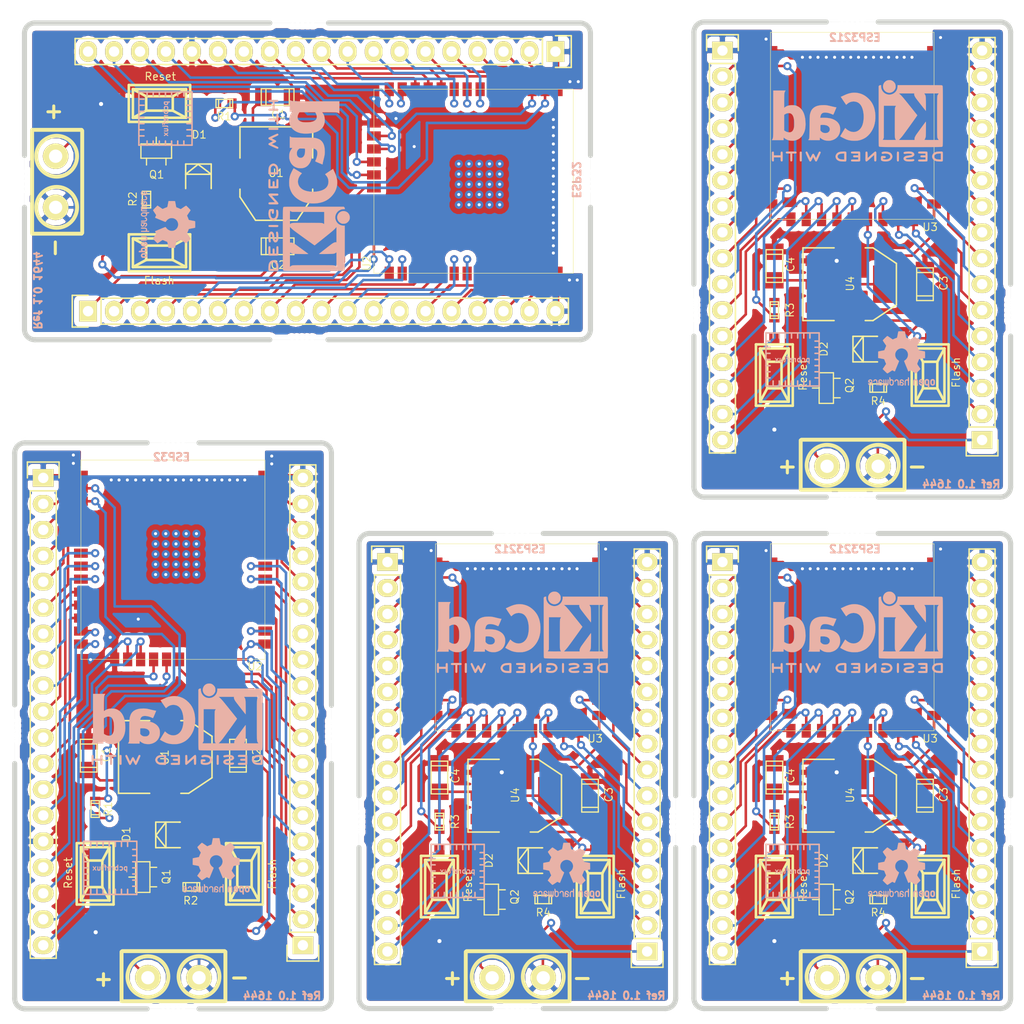
<source format=kicad_pcb>
(kicad_pcb (version 20160815) (host pcbnew no-vcs-found-undefined)
  (layers (0 F.Cu signal) (31 B.Cu signal) (34 B.Paste user) (35 F.Paste user) (36 B.SilkS user) (37 F.SilkS user) (38 B.Mask user) (39 F.Mask user) (44 Edge.Cuts user))
  (net 0 "")
  (net 1 "Net-(C1-Pad1)")
  (net 2 GND)
  (net 3 "Net-(C2-Pad1)")
  (net 4 "Net-(C3-Pad1)")
  (net 5 "Net-(C4-Pad1)")
  (net 6 "Net-(P1-Pad3)")
  (net 7 "Net-(P1-Pad4)")
  (net 8 "Net-(P1-Pad5)")
  (net 9 "Net-(P1-Pad6)")
  (net 10 "Net-(P1-Pad7)")
  (net 11 "Net-(P1-Pad8)")
  (net 12 "Net-(P1-Pad9)")
  (net 13 "Net-(P1-Pad10)")
  (net 14 "Net-(P1-Pad11)")
  (net 15 "Net-(P1-Pad12)")
  (net 16 "Net-(P1-Pad13)")
  (net 17 "Net-(P1-Pad14)")
  (net 18 "Net-(P1-Pad16)")
  (net 19 "Net-(P1-Pad17)")
  (net 20 "Net-(P1-Pad18)")
  (net 21 "Net-(P1-Pad19)")
  (net 22 "Net-(P2-Pad2)")
  (net 23 "Net-(P3-Pad18)")
  (net 24 "Net-(P3-Pad17)")
  (net 25 "Net-(P3-Pad16)")
  (net 26 "Net-(P3-Pad15)")
  (net 27 "Net-(P3-Pad14)")
  (net 28 "Net-(P3-Pad12)")
  (net 29 "Net-(P3-Pad11)")
  (net 30 "Net-(P3-Pad10)")
  (net 31 "Net-(P3-Pad9)")
  (net 32 "Net-(P3-Pad8)")
  (net 33 "Net-(P3-Pad7)")
  (net 34 "Net-(P3-Pad6)")
  (net 35 "Net-(P3-Pad5)")
  (net 36 "Net-(P3-Pad4)")
  (net 37 "Net-(P3-Pad3)")
  (net 38 "Net-(P3-Pad2)")
  (net 39 "Net-(P3-Pad1)")
  (net 40 "Net-(P4-Pad2)")
  (net 41 "Net-(P4-Pad3)")
  (net 42 "Net-(P4-Pad4)")
  (net 43 "Net-(P4-Pad5)")
  (net 44 "Net-(P4-Pad6)")
  (net 45 "Net-(P4-Pad7)")
  (net 46 "Net-(P4-Pad8)")
  (net 47 "Net-(P4-Pad9)")
  (net 48 "Net-(P4-Pad10)")
  (net 49 "Net-(P4-Pad11)")
  (net 50 "Net-(P4-Pad12)")
  (net 51 "Net-(P4-Pad13)")
  (net 52 "Net-(P4-Pad14)")
  (net 53 "Net-(P4-Pad15)")
  (net 54 "Net-(P4-Pad16)")
  (net 55 "Net-(P5-Pad2)")
  (net 56 "Net-(P6-Pad15)")
  (net 57 "Net-(P6-Pad14)")
  (net 58 "Net-(P6-Pad13)")
  (net 59 "Net-(P6-Pad12)")
  (net 60 "Net-(P6-Pad11)")
  (net 61 "Net-(P6-Pad10)")
  (net 62 "Net-(P6-Pad9)")
  (net 63 "Net-(P6-Pad8)")
  (net 64 "Net-(P6-Pad7)")
  (net 65 "Net-(P6-Pad5)")
  (net 66 "Net-(P6-Pad4)")
  (net 67 "Net-(P6-Pad3)")
  (net 68 "Net-(P6-Pad2)")
  (net 69 "Net-(D1-Pad2)")
  (net 70 "Net-(D2-Pad2)")
  (net 71 "Net-(U2-Pad39)")
  (net 72 "Net-(U2-Pad32)")
  (net 73 "Net-(P3-Pad13)")
  (module module:mkds_1,5-2 (layer F.Cu) (at 103.312 135.517 180)
    (fp_text reference P5 hide)
    (fp_text value CONN_01X02 hide)
    (pad 1 thru_hole circle (at -2.5 0 180) (size 2.5 2.5) (drill 1.3) (layers *.Cu *.Mask F.SilkS) (net 2 GND))
    (pad 2 thru_hole circle (at 2.5 0 180) (size 2.5 2.5) (drill 1.3) (layers *.Cu *.Mask F.SilkS) (net 55 "Net-(P5-Pad2)"))
  )
  (module module:mkds_1,5-2 (layer F.Cu) (at 103.312 185.555 180)
    (fp_text reference P5 hide)
    (fp_text value CONN_01X02 hide)
    (pad 1 thru_hole circle (at -2.5 0 180) (size 2.5 2.5) (drill 1.3) (layers *.Cu *.Mask F.SilkS) (net 2 GND))
    (pad 2 thru_hole circle (at 2.5 0 180) (size 2.5 2.5) (drill 1.3) (layers *.Cu *.Mask F.SilkS) (net 55 "Net-(P5-Pad2)"))
  )
  (module module:mkds_1,5-2 (layer F.Cu) (at 25.342 107.683 90)
    (fp_text reference P2 hide)
    (fp_text value CONN_01X02 hide)
    (pad 1 thru_hole circle (at -2.5 0 90) (size 2.5 2.5) (drill 1.3) (layers *.Cu *.Mask F.SilkS) (net 2 GND))
    (pad 2 thru_hole circle (at 2.5 0 90) (size 2.5 2.5) (drill 1.3) (layers *.Cu *.Mask F.SilkS) (net 22 "Net-(P2-Pad2)"))
  )
  (module module:mkds_1,5-2 (layer F.Cu) (at 36.87 185.547 180)
    (fp_text reference P2 hide)
    (fp_text value CONN_01X02 hide)
    (pad 1 thru_hole circle (at -2.5 0 180) (size 2.5 2.5) (drill 1.3) (layers *.Cu *.Mask F.SilkS) (net 2 GND))
    (pad 2 thru_hole circle (at 2.5 0 180) (size 2.5 2.5) (drill 1.3) (layers *.Cu *.Mask F.SilkS) (net 22 "Net-(P2-Pad2)"))
  )
  (module module:mkds_1,5-2 (layer F.Cu) (at 70.546 185.555 180)
    (fp_text reference P5 hide)
    (fp_text value CONN_01X02 hide)
    (pad 1 thru_hole circle (at -2.5 0 180) (size 2.5 2.5) (drill 1.3) (layers *.Cu *.Mask F.SilkS) (net 2 GND))
    (pad 2 thru_hole circle (at 2.5 0 180) (size 2.5 2.5) (drill 1.3) (layers *.Cu *.Mask F.SilkS) (net 55 "Net-(P5-Pad2)"))
  )
  (module module:ESP-WROOM-32-short (layer F.Cu) (at 27.817 154.408)
    (fp_text reference U2 (at 17.0394 0.6844) (layer F.SilkS) (effects (font (size 0.75 0.75) (thickness 0.1))))
    (fp_text value ES-WROOM-32 hide)
    (pad 39 thru_hole circle (at 11.3 -12.3) (size 0.8 0.8) (drill 0.3) (layers *.Cu *.Mask) (net 71 "Net-(U2-Pad39)"))
    (pad 39 thru_hole circle (at 11.3 -11.3) (size 0.8 0.8) (drill 0.3) (layers *.Cu *.Mask) (net 71 "Net-(U2-Pad39)"))
    (pad 39 thru_hole circle (at 11.3 -10.3) (size 0.8 0.8) (drill 0.3) (layers *.Cu *.Mask) (net 71 "Net-(U2-Pad39)"))
    (pad 39 thru_hole circle (at 11.3 -9.3) (size 0.8 0.8) (drill 0.3) (layers *.Cu *.Mask) (net 71 "Net-(U2-Pad39)"))
    (pad 39 thru_hole circle (at 11.3 -8.3) (size 0.8 0.8) (drill 0.3) (layers *.Cu *.Mask) (net 71 "Net-(U2-Pad39)"))
    (pad 39 thru_hole circle (at 9.3 -12.3) (size 0.8 0.8) (drill 0.3) (layers *.Cu *.Mask) (net 71 "Net-(U2-Pad39)"))
    (pad 39 thru_hole circle (at 9.3 -11.3) (size 0.8 0.8) (drill 0.3) (layers *.Cu *.Mask) (net 71 "Net-(U2-Pad39)"))
    (pad 39 thru_hole circle (at 9.3 -10.3) (size 0.8 0.8) (drill 0.3) (layers *.Cu *.Mask) (net 71 "Net-(U2-Pad39)"))
    (pad 39 thru_hole circle (at 9.3 -9.3) (size 0.8 0.8) (drill 0.3) (layers *.Cu *.Mask) (net 71 "Net-(U2-Pad39)"))
    (pad 39 thru_hole circle (at 9.3 -8.3) (size 0.8 0.8) (drill 0.3) (layers *.Cu *.Mask) (net 71 "Net-(U2-Pad39)"))
    (pad 39 thru_hole circle (at 10.3 -8.3) (size 0.8 0.8) (drill 0.3) (layers *.Cu *.Mask) (net 71 "Net-(U2-Pad39)"))
    (pad 39 thru_hole circle (at 10.3 -9.3) (size 0.8 0.8) (drill 0.3) (layers *.Cu *.Mask) (net 71 "Net-(U2-Pad39)"))
    (pad 39 thru_hole circle (at 10.3 -10.3) (size 0.8 0.8) (drill 0.3) (layers *.Cu *.Mask) (net 71 "Net-(U2-Pad39)"))
    (pad 39 thru_hole circle (at 10.3 -11.3) (size 0.8 0.8) (drill 0.3) (layers *.Cu *.Mask) (net 71 "Net-(U2-Pad39)"))
    (pad 39 thru_hole circle (at 10.3 -12.3) (size 0.8 0.8) (drill 0.3) (layers *.Cu *.Mask) (net 71 "Net-(U2-Pad39)"))
    (pad 39 thru_hole circle (at 8.3 -12.3) (size 0.8 0.8) (drill 0.3) (layers *.Cu *.Mask) (net 71 "Net-(U2-Pad39)"))
    (pad 39 thru_hole circle (at 8.3 -11.3) (size 0.8 0.8) (drill 0.3) (layers *.Cu *.Mask) (net 71 "Net-(U2-Pad39)"))
    (pad 39 thru_hole circle (at 8.3 -10.3) (size 0.8 0.8) (drill 0.3) (layers *.Cu *.Mask) (net 71 "Net-(U2-Pad39)"))
    (pad 39 thru_hole circle (at 8.3 -9.3) (size 0.8 0.8) (drill 0.3) (layers *.Cu *.Mask) (net 71 "Net-(U2-Pad39)"))
    (pad 39 thru_hole circle (at 8.3 -8.3) (size 0.8 0.8) (drill 0.3) (layers *.Cu *.Mask) (net 71 "Net-(U2-Pad39)"))
    (pad 39 thru_hole circle (at 7.3 -8.3) (size 0.8 0.8) (drill 0.3) (layers *.Cu *.Mask) (net 71 "Net-(U2-Pad39)"))
    (pad 39 thru_hole circle (at 7.3 -9.3) (size 0.8 0.8) (drill 0.3) (layers *.Cu *.Mask) (net 71 "Net-(U2-Pad39)"))
    (pad 39 thru_hole circle (at 7.3 -10.3) (size 0.8 0.8) (drill 0.3) (layers *.Cu *.Mask) (net 71 "Net-(U2-Pad39)"))
    (pad 39 thru_hole circle (at 7.3 -11.3) (size 0.8 0.8) (drill 0.3) (layers *.Cu *.Mask) (net 71 "Net-(U2-Pad39)"))
    (pad 38 smd rect (at 18.03 -18.01) (size 1.35 0.9) (layers F.Cu F.Paste F.Mask) (net 2 GND))
    (pad 37 smd rect (at 18.03 -16.74) (size 1.35 0.9) (layers F.Cu F.Paste F.Mask) (net 23 "Net-(P3-Pad18)"))
    (pad 36 smd rect (at 18.03 -15.47) (size 1.35 0.9) (layers F.Cu F.Paste F.Mask) (net 24 "Net-(P3-Pad17)"))
    (pad 35 smd rect (at 18.03 -14.2) (size 1.35 0.9) (layers F.Cu F.Paste F.Mask) (net 25 "Net-(P3-Pad16)"))
    (pad 34 smd rect (at 18.03 -12.93) (size 1.35 0.9) (layers F.Cu F.Paste F.Mask) (net 26 "Net-(P3-Pad15)"))
    (pad 33 smd rect (at 18.03 -11.66) (size 1.35 0.9) (layers F.Cu F.Paste F.Mask) (net 27 "Net-(P3-Pad14)"))
    (pad 32 smd rect (at 18.03 -10.39) (size 1.35 0.9) (layers F.Cu F.Paste F.Mask) (net 72 "Net-(U2-Pad32)"))
    (pad 31 smd rect (at 18.03 -9.12) (size 1.35 0.9) (layers F.Cu F.Paste F.Mask) (net 28 "Net-(P3-Pad12)"))
    (pad 30 smd rect (at 18.03 -7.85) (size 1.35 0.9) (layers F.Cu F.Paste F.Mask) (net 29 "Net-(P3-Pad11)"))
    (pad 29 smd rect (at 18.03 -6.58) (size 1.35 0.9) (layers F.Cu F.Paste F.Mask) (net 30 "Net-(P3-Pad10)"))
    (pad 28 smd rect (at 18.03 -5.31) (size 1.35 0.9) (layers F.Cu F.Paste F.Mask) (net 31 "Net-(P3-Pad9)"))
    (pad 27 smd rect (at 18.03 -4.04) (size 1.35 0.9) (layers F.Cu F.Paste F.Mask) (net 32 "Net-(P3-Pad8)"))
    (pad 26 smd rect (at 18.03 -2.77) (size 1.35 0.9) (layers F.Cu F.Paste F.Mask) (net 33 "Net-(P3-Pad7)"))
    (pad 25 smd rect (at 18.03 -1.5) (size 1.35 0.9) (layers F.Cu F.Paste F.Mask) (net 34 "Net-(P3-Pad6)"))
    (pad 24 smd rect (at 14.73 0) (size 0.9 1.35) (layers F.Cu F.Paste F.Mask) (net 35 "Net-(P3-Pad5)"))
    (pad 23 smd rect (at 13.46 0) (size 0.9 1.35) (layers F.Cu F.Paste F.Mask) (net 36 "Net-(P3-Pad4)"))
    (pad 22 smd rect (at 12.19 0) (size 0.9 1.35) (layers F.Cu F.Paste F.Mask) (net 37 "Net-(P3-Pad3)"))
    (pad 21 smd rect (at 10.92 0) (size 0.9 1.35) (layers F.Cu F.Paste F.Mask) (net 38 "Net-(P3-Pad2)"))
    (pad 20 smd rect (at 9.65 0) (size 0.9 1.35) (layers F.Cu F.Paste F.Mask) (net 39 "Net-(P3-Pad1)"))
    (pad 19 smd rect (at 8.38 0) (size 0.9 1.35) (layers F.Cu F.Paste F.Mask) (net 21 "Net-(P1-Pad19)"))
    (pad 18 smd rect (at 7.11 0) (size 0.9 1.35) (layers F.Cu F.Paste F.Mask) (net 20 "Net-(P1-Pad18)"))
    (pad 17 smd rect (at 5.84 0) (size 0.9 1.35) (layers F.Cu F.Paste F.Mask) (net 19 "Net-(P1-Pad17)"))
    (pad 16 smd rect (at 4.57 0) (size 0.9 1.35) (layers F.Cu F.Paste F.Mask) (net 18 "Net-(P1-Pad16)"))
    (pad 15 smd rect (at 3.3 0) (size 0.9 1.35) (layers F.Cu F.Paste F.Mask) (net 2 GND))
    (pad 14 smd rect (at 0 -1.5) (size 1.35 0.9) (layers F.Cu F.Paste F.Mask) (net 17 "Net-(P1-Pad14)"))
    (pad 13 smd rect (at 0 -2.77) (size 1.35 0.9) (layers F.Cu F.Paste F.Mask) (net 16 "Net-(P1-Pad13)"))
    (pad 12 smd rect (at 0 -4.04) (size 1.35 0.9) (layers F.Cu F.Paste F.Mask) (net 15 "Net-(P1-Pad12)"))
    (pad 11 smd rect (at 0 -5.31) (size 1.35 0.9) (layers F.Cu F.Paste F.Mask) (net 14 "Net-(P1-Pad11)"))
    (pad 10 smd rect (at 0 -6.58) (size 1.35 0.9) (layers F.Cu F.Paste F.Mask) (net 13 "Net-(P1-Pad10)"))
    (pad 9 smd rect (at 0 -7.85) (size 1.35 0.9) (layers F.Cu F.Paste F.Mask) (net 12 "Net-(P1-Pad9)"))
    (pad 8 smd rect (at 0 -9.12) (size 1.35 0.9) (layers F.Cu F.Paste F.Mask) (net 11 "Net-(P1-Pad8)"))
    (pad 7 smd rect (at 0 -10.39) (size 1.35 0.9) (layers F.Cu F.Paste F.Mask) (net 10 "Net-(P1-Pad7)"))
    (pad 6 smd rect (at 0 -11.66) (size 1.35 0.9) (layers F.Cu F.Paste F.Mask) (net 9 "Net-(P1-Pad6)"))
    (pad 5 smd rect (at 0 -12.93) (size 1.35 0.9) (layers F.Cu F.Paste F.Mask) (net 8 "Net-(P1-Pad5)"))
    (pad 4 smd rect (at 0 -14.2) (size 1.35 0.9) (layers F.Cu F.Paste F.Mask) (net 7 "Net-(P1-Pad4)"))
    (pad 3 smd rect (at 0 -15.47) (size 1.35 0.9) (layers F.Cu F.Paste F.Mask) (net 6 "Net-(P1-Pad3)"))
    (pad 2 smd rect (at 0 -16.74) (size 1.35 0.9) (layers F.Cu F.Paste F.Mask) (net 3 "Net-(C2-Pad1)"))
    (pad 1 smd rect (at 0 -18.01) (size 1.35 0.9) (layers F.Cu F.Paste F.Mask) (net 2 GND))
    (pad 39 smd rect (at 9.3 -10.3) (size 6 6) (layers F.Cu F.Paste F.Mask) (net 71 "Net-(U2-Pad39)"))
    (pad 39 thru_hole circle (at 7.3 -12.3) (size 0.8 0.8) (drill 0.3) (layers *.Cu *.Mask) (net 71 "Net-(U2-Pad39)"))
  )
  (module module:ESP-WROOM-32-short (layer F.Cu) (at 56.481 98.63 270)
    (fp_text reference U2 (at 17.0394 0.6844 270) (layer F.SilkS) (effects (font (size 0.75 0.75) (thickness 0.1))))
    (fp_text value ES-WROOM-32 hide)
    (pad 39 thru_hole circle (at 11.3 -12.3 270) (size 0.8 0.8) (drill 0.3) (layers *.Cu *.Mask) (net 71 "Net-(U2-Pad39)"))
    (pad 39 thru_hole circle (at 11.3 -11.3 270) (size 0.8 0.8) (drill 0.3) (layers *.Cu *.Mask) (net 71 "Net-(U2-Pad39)"))
    (pad 39 thru_hole circle (at 11.3 -10.3 270) (size 0.8 0.8) (drill 0.3) (layers *.Cu *.Mask) (net 71 "Net-(U2-Pad39)"))
    (pad 39 thru_hole circle (at 11.3 -9.3 270) (size 0.8 0.8) (drill 0.3) (layers *.Cu *.Mask) (net 71 "Net-(U2-Pad39)"))
    (pad 39 thru_hole circle (at 11.3 -8.3 270) (size 0.8 0.8) (drill 0.3) (layers *.Cu *.Mask) (net 71 "Net-(U2-Pad39)"))
    (pad 39 thru_hole circle (at 9.3 -12.3 270) (size 0.8 0.8) (drill 0.3) (layers *.Cu *.Mask) (net 71 "Net-(U2-Pad39)"))
    (pad 39 thru_hole circle (at 9.3 -11.3 270) (size 0.8 0.8) (drill 0.3) (layers *.Cu *.Mask) (net 71 "Net-(U2-Pad39)"))
    (pad 39 thru_hole circle (at 9.3 -10.3 270) (size 0.8 0.8) (drill 0.3) (layers *.Cu *.Mask) (net 71 "Net-(U2-Pad39)"))
    (pad 39 thru_hole circle (at 9.3 -9.3 270) (size 0.8 0.8) (drill 0.3) (layers *.Cu *.Mask) (net 71 "Net-(U2-Pad39)"))
    (pad 39 thru_hole circle (at 9.3 -8.3 270) (size 0.8 0.8) (drill 0.3) (layers *.Cu *.Mask) (net 71 "Net-(U2-Pad39)"))
    (pad 39 thru_hole circle (at 10.3 -8.3 270) (size 0.8 0.8) (drill 0.3) (layers *.Cu *.Mask) (net 71 "Net-(U2-Pad39)"))
    (pad 39 thru_hole circle (at 10.3 -9.3 270) (size 0.8 0.8) (drill 0.3) (layers *.Cu *.Mask) (net 71 "Net-(U2-Pad39)"))
    (pad 39 thru_hole circle (at 10.3 -10.3 270) (size 0.8 0.8) (drill 0.3) (layers *.Cu *.Mask) (net 71 "Net-(U2-Pad39)"))
    (pad 39 thru_hole circle (at 10.3 -11.3 270) (size 0.8 0.8) (drill 0.3) (layers *.Cu *.Mask) (net 71 "Net-(U2-Pad39)"))
    (pad 39 thru_hole circle (at 10.3 -12.3 270) (size 0.8 0.8) (drill 0.3) (layers *.Cu *.Mask) (net 71 "Net-(U2-Pad39)"))
    (pad 39 thru_hole circle (at 8.3 -12.3 270) (size 0.8 0.8) (drill 0.3) (layers *.Cu *.Mask) (net 71 "Net-(U2-Pad39)"))
    (pad 39 thru_hole circle (at 8.3 -11.3 270) (size 0.8 0.8) (drill 0.3) (layers *.Cu *.Mask) (net 71 "Net-(U2-Pad39)"))
    (pad 39 thru_hole circle (at 8.3 -10.3 270) (size 0.8 0.8) (drill 0.3) (layers *.Cu *.Mask) (net 71 "Net-(U2-Pad39)"))
    (pad 39 thru_hole circle (at 8.3 -9.3 270) (size 0.8 0.8) (drill 0.3) (layers *.Cu *.Mask) (net 71 "Net-(U2-Pad39)"))
    (pad 39 thru_hole circle (at 8.3 -8.3 270) (size 0.8 0.8) (drill 0.3) (layers *.Cu *.Mask) (net 71 "Net-(U2-Pad39)"))
    (pad 39 thru_hole circle (at 7.3 -8.3 270) (size 0.8 0.8) (drill 0.3) (layers *.Cu *.Mask) (net 71 "Net-(U2-Pad39)"))
    (pad 39 thru_hole circle (at 7.3 -9.3 270) (size 0.8 0.8) (drill 0.3) (layers *.Cu *.Mask) (net 71 "Net-(U2-Pad39)"))
    (pad 39 thru_hole circle (at 7.3 -10.3 270) (size 0.8 0.8) (drill 0.3) (layers *.Cu *.Mask) (net 71 "Net-(U2-Pad39)"))
    (pad 39 thru_hole circle (at 7.3 -11.3 270) (size 0.8 0.8) (drill 0.3) (layers *.Cu *.Mask) (net 71 "Net-(U2-Pad39)"))
    (pad 38 smd rect (at 18.03 -18.01 270) (size 1.35 0.9) (layers F.Cu F.Paste F.Mask) (net 2 GND))
    (pad 37 smd rect (at 18.03 -16.74 270) (size 1.35 0.9) (layers F.Cu F.Paste F.Mask) (net 23 "Net-(P3-Pad18)"))
    (pad 36 smd rect (at 18.03 -15.47 270) (size 1.35 0.9) (layers F.Cu F.Paste F.Mask) (net 24 "Net-(P3-Pad17)"))
    (pad 35 smd rect (at 18.03 -14.2 270) (size 1.35 0.9) (layers F.Cu F.Paste F.Mask) (net 25 "Net-(P3-Pad16)"))
    (pad 34 smd rect (at 18.03 -12.93 270) (size 1.35 0.9) (layers F.Cu F.Paste F.Mask) (net 26 "Net-(P3-Pad15)"))
    (pad 33 smd rect (at 18.03 -11.66 270) (size 1.35 0.9) (layers F.Cu F.Paste F.Mask) (net 27 "Net-(P3-Pad14)"))
    (pad 32 smd rect (at 18.03 -10.39 270) (size 1.35 0.9) (layers F.Cu F.Paste F.Mask) (net 72 "Net-(U2-Pad32)"))
    (pad 31 smd rect (at 18.03 -9.12 270) (size 1.35 0.9) (layers F.Cu F.Paste F.Mask) (net 28 "Net-(P3-Pad12)"))
    (pad 30 smd rect (at 18.03 -7.85 270) (size 1.35 0.9) (layers F.Cu F.Paste F.Mask) (net 29 "Net-(P3-Pad11)"))
    (pad 29 smd rect (at 18.03 -6.58 270) (size 1.35 0.9) (layers F.Cu F.Paste F.Mask) (net 30 "Net-(P3-Pad10)"))
    (pad 28 smd rect (at 18.03 -5.31 270) (size 1.35 0.9) (layers F.Cu F.Paste F.Mask) (net 31 "Net-(P3-Pad9)"))
    (pad 27 smd rect (at 18.03 -4.04 270) (size 1.35 0.9) (layers F.Cu F.Paste F.Mask) (net 32 "Net-(P3-Pad8)"))
    (pad 26 smd rect (at 18.03 -2.77 270) (size 1.35 0.9) (layers F.Cu F.Paste F.Mask) (net 33 "Net-(P3-Pad7)"))
    (pad 25 smd rect (at 18.03 -1.5 270) (size 1.35 0.9) (layers F.Cu F.Paste F.Mask) (net 34 "Net-(P3-Pad6)"))
    (pad 24 smd rect (at 14.73 0 270) (size 0.9 1.35) (layers F.Cu F.Paste F.Mask) (net 35 "Net-(P3-Pad5)"))
    (pad 23 smd rect (at 13.46 0 270) (size 0.9 1.35) (layers F.Cu F.Paste F.Mask) (net 36 "Net-(P3-Pad4)"))
    (pad 22 smd rect (at 12.19 0 270) (size 0.9 1.35) (layers F.Cu F.Paste F.Mask) (net 37 "Net-(P3-Pad3)"))
    (pad 21 smd rect (at 10.92 0 270) (size 0.9 1.35) (layers F.Cu F.Paste F.Mask) (net 38 "Net-(P3-Pad2)"))
    (pad 20 smd rect (at 9.65 0 270) (size 0.9 1.35) (layers F.Cu F.Paste F.Mask) (net 39 "Net-(P3-Pad1)"))
    (pad 19 smd rect (at 8.38 0 270) (size 0.9 1.35) (layers F.Cu F.Paste F.Mask) (net 21 "Net-(P1-Pad19)"))
    (pad 18 smd rect (at 7.11 0 270) (size 0.9 1.35) (layers F.Cu F.Paste F.Mask) (net 20 "Net-(P1-Pad18)"))
    (pad 17 smd rect (at 5.84 0 270) (size 0.9 1.35) (layers F.Cu F.Paste F.Mask) (net 19 "Net-(P1-Pad17)"))
    (pad 16 smd rect (at 4.57 0 270) (size 0.9 1.35) (layers F.Cu F.Paste F.Mask) (net 18 "Net-(P1-Pad16)"))
    (pad 15 smd rect (at 3.3 0 270) (size 0.9 1.35) (layers F.Cu F.Paste F.Mask) (net 2 GND))
    (pad 14 smd rect (at 0 -1.5 270) (size 1.35 0.9) (layers F.Cu F.Paste F.Mask) (net 17 "Net-(P1-Pad14)"))
    (pad 13 smd rect (at 0 -2.77 270) (size 1.35 0.9) (layers F.Cu F.Paste F.Mask) (net 16 "Net-(P1-Pad13)"))
    (pad 12 smd rect (at 0 -4.04 270) (size 1.35 0.9) (layers F.Cu F.Paste F.Mask) (net 15 "Net-(P1-Pad12)"))
    (pad 11 smd rect (at 0 -5.31 270) (size 1.35 0.9) (layers F.Cu F.Paste F.Mask) (net 14 "Net-(P1-Pad11)"))
    (pad 10 smd rect (at 0 -6.58 270) (size 1.35 0.9) (layers F.Cu F.Paste F.Mask) (net 13 "Net-(P1-Pad10)"))
    (pad 9 smd rect (at 0 -7.85 270) (size 1.35 0.9) (layers F.Cu F.Paste F.Mask) (net 12 "Net-(P1-Pad9)"))
    (pad 8 smd rect (at 0 -9.12 270) (size 1.35 0.9) (layers F.Cu F.Paste F.Mask) (net 11 "Net-(P1-Pad8)"))
    (pad 7 smd rect (at 0 -10.39 270) (size 1.35 0.9) (layers F.Cu F.Paste F.Mask) (net 10 "Net-(P1-Pad7)"))
    (pad 6 smd rect (at 0 -11.66 270) (size 1.35 0.9) (layers F.Cu F.Paste F.Mask) (net 9 "Net-(P1-Pad6)"))
    (pad 5 smd rect (at 0 -12.93 270) (size 1.35 0.9) (layers F.Cu F.Paste F.Mask) (net 8 "Net-(P1-Pad5)"))
    (pad 4 smd rect (at 0 -14.2 270) (size 1.35 0.9) (layers F.Cu F.Paste F.Mask) (net 7 "Net-(P1-Pad4)"))
    (pad 3 smd rect (at 0 -15.47 270) (size 1.35 0.9) (layers F.Cu F.Paste F.Mask) (net 6 "Net-(P1-Pad3)"))
    (pad 2 smd rect (at 0 -16.74 270) (size 1.35 0.9) (layers F.Cu F.Paste F.Mask) (net 3 "Net-(C2-Pad1)"))
    (pad 1 smd rect (at 0 -18.01 270) (size 1.35 0.9) (layers F.Cu F.Paste F.Mask) (net 2 GND))
    (pad 39 smd rect (at 9.3 -10.3 270) (size 6 6) (layers F.Cu F.Paste F.Mask) (net 71 "Net-(U2-Pad39)"))
    (pad 39 thru_hole circle (at 7.3 -12.3 270) (size 0.8 0.8) (drill 0.3) (layers *.Cu *.Mask) (net 71 "Net-(U2-Pad39)"))
  )
  (module module:ESP3212-short (layer F.Cu) (at 62.5094 161.3916)
    (fp_text reference U3 (at 15.621 0.762) (layer F.SilkS) (effects (font (size 0.75 0.75) (thickness 0.1))))
    (fp_text value ESP3212 hide)
    (pad 21 smd rect (at 16 -1.5) (size 1.35 0.9) (layers F.Cu F.Paste F.Mask) (net 5 "Net-(C4-Pad1)"))
    (pad 22 smd rect (at 16 -3) (size 1.35 0.9) (layers F.Cu F.Paste F.Mask) (net 64 "Net-(P6-Pad7)"))
    (pad 23 smd rect (at 16 -4.5) (size 1.35 0.9) (layers F.Cu F.Paste F.Mask) (net 63 "Net-(P6-Pad8)"))
    (pad 24 smd rect (at 16 -6) (size 1.35 0.9) (layers F.Cu F.Paste F.Mask) (net 62 "Net-(P6-Pad9)"))
    (pad 25 smd rect (at 16 -7.5) (size 1.35 0.9) (layers F.Cu F.Paste F.Mask) (net 61 "Net-(P6-Pad10)"))
    (pad 26 smd rect (at 16 -9) (size 1.35 0.9) (layers F.Cu F.Paste F.Mask) (net 60 "Net-(P6-Pad11)"))
    (pad 27 smd rect (at 16 -10.5) (size 1.35 0.9) (layers F.Cu F.Paste F.Mask) (net 59 "Net-(P6-Pad12)"))
    (pad 28 smd rect (at 16 -12) (size 1.35 0.9) (layers F.Cu F.Paste F.Mask) (net 58 "Net-(P6-Pad13)"))
    (pad 29 smd rect (at 16 -13.5) (size 1.35 0.9) (layers F.Cu F.Paste F.Mask) (net 57 "Net-(P6-Pad14)"))
    (pad 30 smd rect (at 16 -15) (size 1.35 0.9) (layers F.Cu F.Paste F.Mask) (net 56 "Net-(P6-Pad15)"))
    (pad 31 smd rect (at 16 -16.5) (size 1.35 0.9) (layers F.Cu F.Paste F.Mask) (net 2 GND))
    (pad 1 smd rect (at 0 -16.5) (size 1.35 0.9) (layers F.Cu F.Paste F.Mask) (net 2 GND))
    (pad 2 smd rect (at 0 -15) (size 1.35 0.9) (layers F.Cu F.Paste F.Mask) (net 40 "Net-(P4-Pad2)"))
    (pad 3 smd rect (at 0 -13.5) (size 1.35 0.9) (layers F.Cu F.Paste F.Mask) (net 41 "Net-(P4-Pad3)"))
    (pad 4 smd rect (at 0 -12) (size 1.35 0.9) (layers F.Cu F.Paste F.Mask) (net 42 "Net-(P4-Pad4)"))
    (pad 5 smd rect (at 0 -10.5) (size 1.35 0.9) (layers F.Cu F.Paste F.Mask) (net 43 "Net-(P4-Pad5)"))
    (pad 6 smd rect (at 0 -9) (size 1.35 0.9) (layers F.Cu F.Paste F.Mask) (net 44 "Net-(P4-Pad6)"))
    (pad 7 smd rect (at 0 -7.5) (size 1.35 0.9) (layers F.Cu F.Paste F.Mask) (net 45 "Net-(P4-Pad7)"))
    (pad 8 smd rect (at 0 -6) (size 1.35 0.9) (layers F.Cu F.Paste F.Mask) (net 46 "Net-(P4-Pad8)"))
    (pad 9 smd rect (at 0 -4.5) (size 1.35 0.9) (layers F.Cu F.Paste F.Mask) (net 47 "Net-(P4-Pad9)"))
    (pad 10 smd rect (at 0 -3) (size 1.35 0.9) (layers F.Cu F.Paste F.Mask) (net 48 "Net-(P4-Pad10)"))
    (pad 11 smd rect (at 0 -1.5) (size 1.35 0.9) (layers F.Cu F.Paste F.Mask) (net 49 "Net-(P4-Pad11)"))
    (pad 20 smd rect (at 14 0) (size 0.9 1.35) (layers F.Cu F.Paste F.Mask) (net 65 "Net-(P6-Pad5)"))
    (pad 19 smd rect (at 12.5 0) (size 0.9 1.35) (layers F.Cu F.Paste F.Mask) (net 66 "Net-(P6-Pad4)"))
    (pad 18 smd rect (at 11 0) (size 0.9 1.35) (layers F.Cu F.Paste F.Mask) (net 67 "Net-(P6-Pad3)"))
    (pad 17 smd rect (at 9.5 0) (size 0.9 1.35) (layers F.Cu F.Paste F.Mask) (net 68 "Net-(P6-Pad2)"))
    (pad 16 smd rect (at 8 0) (size 0.9 1.35) (layers F.Cu F.Paste F.Mask) (net 54 "Net-(P4-Pad16)"))
    (pad 15 smd rect (at 6.5 0) (size 0.9 1.35) (layers F.Cu F.Paste F.Mask) (net 53 "Net-(P4-Pad15)"))
    (pad 14 smd rect (at 5 0) (size 0.9 1.35) (layers F.Cu F.Paste F.Mask) (net 52 "Net-(P4-Pad14)"))
    (pad 13 smd rect (at 3.5 0) (size 0.9 1.35) (layers F.Cu F.Paste F.Mask) (net 51 "Net-(P4-Pad13)"))
    (pad 12 smd rect (at 2 0) (size 0.9 1.35) (layers F.Cu F.Paste F.Mask) (net 50 "Net-(P4-Pad12)"))
  )
  (module module:ESP3212-short (layer F.Cu) (at 95.2754 161.3916)
    (fp_text reference U3 (at 15.621 0.762) (layer F.SilkS) (effects (font (size 0.75 0.75) (thickness 0.1))))
    (fp_text value ESP3212 hide)
    (pad 21 smd rect (at 16 -1.5) (size 1.35 0.9) (layers F.Cu F.Paste F.Mask) (net 5 "Net-(C4-Pad1)"))
    (pad 22 smd rect (at 16 -3) (size 1.35 0.9) (layers F.Cu F.Paste F.Mask) (net 64 "Net-(P6-Pad7)"))
    (pad 23 smd rect (at 16 -4.5) (size 1.35 0.9) (layers F.Cu F.Paste F.Mask) (net 63 "Net-(P6-Pad8)"))
    (pad 24 smd rect (at 16 -6) (size 1.35 0.9) (layers F.Cu F.Paste F.Mask) (net 62 "Net-(P6-Pad9)"))
    (pad 25 smd rect (at 16 -7.5) (size 1.35 0.9) (layers F.Cu F.Paste F.Mask) (net 61 "Net-(P6-Pad10)"))
    (pad 26 smd rect (at 16 -9) (size 1.35 0.9) (layers F.Cu F.Paste F.Mask) (net 60 "Net-(P6-Pad11)"))
    (pad 27 smd rect (at 16 -10.5) (size 1.35 0.9) (layers F.Cu F.Paste F.Mask) (net 59 "Net-(P6-Pad12)"))
    (pad 28 smd rect (at 16 -12) (size 1.35 0.9) (layers F.Cu F.Paste F.Mask) (net 58 "Net-(P6-Pad13)"))
    (pad 29 smd rect (at 16 -13.5) (size 1.35 0.9) (layers F.Cu F.Paste F.Mask) (net 57 "Net-(P6-Pad14)"))
    (pad 30 smd rect (at 16 -15) (size 1.35 0.9) (layers F.Cu F.Paste F.Mask) (net 56 "Net-(P6-Pad15)"))
    (pad 31 smd rect (at 16 -16.5) (size 1.35 0.9) (layers F.Cu F.Paste F.Mask) (net 2 GND))
    (pad 1 smd rect (at 0 -16.5) (size 1.35 0.9) (layers F.Cu F.Paste F.Mask) (net 2 GND))
    (pad 2 smd rect (at 0 -15) (size 1.35 0.9) (layers F.Cu F.Paste F.Mask) (net 40 "Net-(P4-Pad2)"))
    (pad 3 smd rect (at 0 -13.5) (size 1.35 0.9) (layers F.Cu F.Paste F.Mask) (net 41 "Net-(P4-Pad3)"))
    (pad 4 smd rect (at 0 -12) (size 1.35 0.9) (layers F.Cu F.Paste F.Mask) (net 42 "Net-(P4-Pad4)"))
    (pad 5 smd rect (at 0 -10.5) (size 1.35 0.9) (layers F.Cu F.Paste F.Mask) (net 43 "Net-(P4-Pad5)"))
    (pad 6 smd rect (at 0 -9) (size 1.35 0.9) (layers F.Cu F.Paste F.Mask) (net 44 "Net-(P4-Pad6)"))
    (pad 7 smd rect (at 0 -7.5) (size 1.35 0.9) (layers F.Cu F.Paste F.Mask) (net 45 "Net-(P4-Pad7)"))
    (pad 8 smd rect (at 0 -6) (size 1.35 0.9) (layers F.Cu F.Paste F.Mask) (net 46 "Net-(P4-Pad8)"))
    (pad 9 smd rect (at 0 -4.5) (size 1.35 0.9) (layers F.Cu F.Paste F.Mask) (net 47 "Net-(P4-Pad9)"))
    (pad 10 smd rect (at 0 -3) (size 1.35 0.9) (layers F.Cu F.Paste F.Mask) (net 48 "Net-(P4-Pad10)"))
    (pad 11 smd rect (at 0 -1.5) (size 1.35 0.9) (layers F.Cu F.Paste F.Mask) (net 49 "Net-(P4-Pad11)"))
    (pad 20 smd rect (at 14 0) (size 0.9 1.35) (layers F.Cu F.Paste F.Mask) (net 65 "Net-(P6-Pad5)"))
    (pad 19 smd rect (at 12.5 0) (size 0.9 1.35) (layers F.Cu F.Paste F.Mask) (net 66 "Net-(P6-Pad4)"))
    (pad 18 smd rect (at 11 0) (size 0.9 1.35) (layers F.Cu F.Paste F.Mask) (net 67 "Net-(P6-Pad3)"))
    (pad 17 smd rect (at 9.5 0) (size 0.9 1.35) (layers F.Cu F.Paste F.Mask) (net 68 "Net-(P6-Pad2)"))
    (pad 16 smd rect (at 8 0) (size 0.9 1.35) (layers F.Cu F.Paste F.Mask) (net 54 "Net-(P4-Pad16)"))
    (pad 15 smd rect (at 6.5 0) (size 0.9 1.35) (layers F.Cu F.Paste F.Mask) (net 53 "Net-(P4-Pad15)"))
    (pad 14 smd rect (at 5 0) (size 0.9 1.35) (layers F.Cu F.Paste F.Mask) (net 52 "Net-(P4-Pad14)"))
    (pad 13 smd rect (at 3.5 0) (size 0.9 1.35) (layers F.Cu F.Paste F.Mask) (net 51 "Net-(P4-Pad13)"))
    (pad 12 smd rect (at 2 0) (size 0.9 1.35) (layers F.Cu F.Paste F.Mask) (net 50 "Net-(P4-Pad12)"))
  )
  (module module:ESP3212-short (layer F.Cu) (at 95.2754 111.3536)
    (fp_text reference U3 (at 15.621 0.762) (layer F.SilkS) (effects (font (size 0.75 0.75) (thickness 0.1))))
    (fp_text value ESP3212 hide)
    (pad 21 smd rect (at 16 -1.5) (size 1.35 0.9) (layers F.Cu F.Paste F.Mask) (net 5 "Net-(C4-Pad1)"))
    (pad 22 smd rect (at 16 -3) (size 1.35 0.9) (layers F.Cu F.Paste F.Mask) (net 64 "Net-(P6-Pad7)"))
    (pad 23 smd rect (at 16 -4.5) (size 1.35 0.9) (layers F.Cu F.Paste F.Mask) (net 63 "Net-(P6-Pad8)"))
    (pad 24 smd rect (at 16 -6) (size 1.35 0.9) (layers F.Cu F.Paste F.Mask) (net 62 "Net-(P6-Pad9)"))
    (pad 25 smd rect (at 16 -7.5) (size 1.35 0.9) (layers F.Cu F.Paste F.Mask) (net 61 "Net-(P6-Pad10)"))
    (pad 26 smd rect (at 16 -9) (size 1.35 0.9) (layers F.Cu F.Paste F.Mask) (net 60 "Net-(P6-Pad11)"))
    (pad 27 smd rect (at 16 -10.5) (size 1.35 0.9) (layers F.Cu F.Paste F.Mask) (net 59 "Net-(P6-Pad12)"))
    (pad 28 smd rect (at 16 -12) (size 1.35 0.9) (layers F.Cu F.Paste F.Mask) (net 58 "Net-(P6-Pad13)"))
    (pad 29 smd rect (at 16 -13.5) (size 1.35 0.9) (layers F.Cu F.Paste F.Mask) (net 57 "Net-(P6-Pad14)"))
    (pad 30 smd rect (at 16 -15) (size 1.35 0.9) (layers F.Cu F.Paste F.Mask) (net 56 "Net-(P6-Pad15)"))
    (pad 31 smd rect (at 16 -16.5) (size 1.35 0.9) (layers F.Cu F.Paste F.Mask) (net 2 GND))
    (pad 1 smd rect (at 0 -16.5) (size 1.35 0.9) (layers F.Cu F.Paste F.Mask) (net 2 GND))
    (pad 2 smd rect (at 0 -15) (size 1.35 0.9) (layers F.Cu F.Paste F.Mask) (net 40 "Net-(P4-Pad2)"))
    (pad 3 smd rect (at 0 -13.5) (size 1.35 0.9) (layers F.Cu F.Paste F.Mask) (net 41 "Net-(P4-Pad3)"))
    (pad 4 smd rect (at 0 -12) (size 1.35 0.9) (layers F.Cu F.Paste F.Mask) (net 42 "Net-(P4-Pad4)"))
    (pad 5 smd rect (at 0 -10.5) (size 1.35 0.9) (layers F.Cu F.Paste F.Mask) (net 43 "Net-(P4-Pad5)"))
    (pad 6 smd rect (at 0 -9) (size 1.35 0.9) (layers F.Cu F.Paste F.Mask) (net 44 "Net-(P4-Pad6)"))
    (pad 7 smd rect (at 0 -7.5) (size 1.35 0.9) (layers F.Cu F.Paste F.Mask) (net 45 "Net-(P4-Pad7)"))
    (pad 8 smd rect (at 0 -6) (size 1.35 0.9) (layers F.Cu F.Paste F.Mask) (net 46 "Net-(P4-Pad8)"))
    (pad 9 smd rect (at 0 -4.5) (size 1.35 0.9) (layers F.Cu F.Paste F.Mask) (net 47 "Net-(P4-Pad9)"))
    (pad 10 smd rect (at 0 -3) (size 1.35 0.9) (layers F.Cu F.Paste F.Mask) (net 48 "Net-(P4-Pad10)"))
    (pad 11 smd rect (at 0 -1.5) (size 1.35 0.9) (layers F.Cu F.Paste F.Mask) (net 49 "Net-(P4-Pad11)"))
    (pad 20 smd rect (at 14 0) (size 0.9 1.35) (layers F.Cu F.Paste F.Mask) (net 65 "Net-(P6-Pad5)"))
    (pad 19 smd rect (at 12.5 0) (size 0.9 1.35) (layers F.Cu F.Paste F.Mask) (net 66 "Net-(P6-Pad4)"))
    (pad 18 smd rect (at 11 0) (size 0.9 1.35) (layers F.Cu F.Paste F.Mask) (net 67 "Net-(P6-Pad3)"))
    (pad 17 smd rect (at 9.5 0) (size 0.9 1.35) (layers F.Cu F.Paste F.Mask) (net 68 "Net-(P6-Pad2)"))
    (pad 16 smd rect (at 8 0) (size 0.9 1.35) (layers F.Cu F.Paste F.Mask) (net 54 "Net-(P4-Pad16)"))
    (pad 15 smd rect (at 6.5 0) (size 0.9 1.35) (layers F.Cu F.Paste F.Mask) (net 53 "Net-(P4-Pad15)"))
    (pad 14 smd rect (at 5 0) (size 0.9 1.35) (layers F.Cu F.Paste F.Mask) (net 52 "Net-(P4-Pad14)"))
    (pad 13 smd rect (at 3.5 0) (size 0.9 1.35) (layers F.Cu F.Paste F.Mask) (net 51 "Net-(P4-Pad13)"))
    (pad 12 smd rect (at 2 0) (size 0.9 1.35) (layers F.Cu F.Paste F.Mask) (net 50 "Net-(P4-Pad12)"))
  )
  (module module:Via-0.6mm (layer F.Cu) (at 111.9124 93.5736)
    (fp_text reference REF** hide)
    (fp_text value Via-0.6mm hide)
    (pad 1 thru_hole circle (at 0 0) (size 0.6 0.6) (drill 0.3) (layers *.Cu) (net 2 GND))
  )
  (module module:Via-0.6mm (layer F.Cu) (at 94.8436 93.726)
    (fp_text reference REF** hide)
    (fp_text value Via-0.6mm hide)
    (pad 1 thru_hole circle (at 0 0) (size 0.6 0.6) (drill 0.3) (layers *.Cu) (net 2 GND))
  )
  (module module:Via-0.6mm (layer F.Cu) (at 109.1184 95.504)
    (fp_text reference REF** hide)
    (fp_text value Via-0.6mm hide)
    (pad 1 thru_hole circle (at 0 0) (size 0.6 0.6) (drill 0.3) (layers *.Cu) (net 2 GND))
  )
  (module module:Via-0.6mm (layer F.Cu) (at 108.3564 95.504)
    (fp_text reference REF** hide)
    (fp_text value Via-0.6mm hide)
    (pad 1 thru_hole circle (at 0 0) (size 0.6 0.6) (drill 0.3) (layers *.Cu) (net 2 GND))
  )
  (module module:Via-0.6mm (layer F.Cu) (at 107.6452 95.504)
    (fp_text reference REF** hide)
    (fp_text value Via-0.6mm hide)
    (pad 1 thru_hole circle (at 0 0) (size 0.6 0.6) (drill 0.3) (layers *.Cu) (net 2 GND))
  )
  (module module:Via-0.6mm (layer F.Cu) (at 106.8324 95.504)
    (fp_text reference REF** hide)
    (fp_text value Via-0.6mm hide)
    (pad 1 thru_hole circle (at 0 0) (size 0.6 0.6) (drill 0.3) (layers *.Cu) (net 2 GND))
  )
  (module module:Via-0.6mm (layer F.Cu) (at 106.1212 95.504)
    (fp_text reference REF** hide)
    (fp_text value Via-0.6mm hide)
    (pad 1 thru_hole circle (at 0 0) (size 0.6 0.6) (drill 0.3) (layers *.Cu) (net 2 GND))
  )
  (module module:Via-0.6mm (layer F.Cu) (at 105.3592 95.504)
    (fp_text reference REF** hide)
    (fp_text value Via-0.6mm hide)
    (pad 1 thru_hole circle (at 0 0) (size 0.6 0.6) (drill 0.3) (layers *.Cu) (net 2 GND))
  )
  (module module:Via-0.6mm (layer F.Cu) (at 104.5972 95.504)
    (fp_text reference REF** hide)
    (fp_text value Via-0.6mm hide)
    (pad 1 thru_hole circle (at 0 0) (size 0.6 0.6) (drill 0.3) (layers *.Cu) (net 2 GND))
  )
  (module module:Via-0.6mm (layer F.Cu) (at 103.886 95.504)
    (fp_text reference REF** hide)
    (fp_text value Via-0.6mm hide)
    (pad 1 thru_hole circle (at 0 0) (size 0.6 0.6) (drill 0.3) (layers *.Cu) (net 2 GND))
  )
  (module module:Via-0.6mm (layer F.Cu) (at 103.124 95.504)
    (fp_text reference REF** hide)
    (fp_text value Via-0.6mm hide)
    (pad 1 thru_hole circle (at 0 0) (size 0.6 0.6) (drill 0.3) (layers *.Cu) (net 2 GND))
  )
  (module module:Via-0.6mm (layer F.Cu) (at 102.362 95.504)
    (fp_text reference REF** hide)
    (fp_text value Via-0.6mm hide)
    (pad 1 thru_hole circle (at 0 0) (size 0.6 0.6) (drill 0.3) (layers *.Cu) (net 2 GND))
  )
  (module module:Via-0.6mm (layer F.Cu) (at 101.5492 95.504)
    (fp_text reference REF** hide)
    (fp_text value Via-0.6mm hide)
    (pad 1 thru_hole circle (at 0 0) (size 0.6 0.6) (drill 0.3) (layers *.Cu) (net 2 GND))
  )
  (module module:Via-0.6mm (layer F.Cu) (at 100.7364 95.504)
    (fp_text reference REF** hide)
    (fp_text value Via-0.6mm hide)
    (pad 1 thru_hole circle (at 0 0) (size 0.6 0.6) (drill 0.3) (layers *.Cu) (net 2 GND))
  )
  (module module:Via-0.6mm (layer F.Cu) (at 99.9236 95.504)
    (fp_text reference REF** hide)
    (fp_text value Via-0.6mm hide)
    (pad 1 thru_hole circle (at 0 0) (size 0.6 0.6) (drill 0.3) (layers *.Cu) (net 2 GND))
  )
  (module module:Via-0.6mm (layer F.Cu) (at 99.1616 95.504)
    (fp_text reference REF** hide)
    (fp_text value Via-0.6mm hide)
    (pad 1 thru_hole circle (at 0 0) (size 0.6 0.6) (drill 0.3) (layers *.Cu) (net 2 GND))
  )
  (module module:Via-0.6mm (layer F.Cu) (at 98.3996 95.504)
    (fp_text reference REF** hide)
    (fp_text value Via-0.6mm hide)
    (pad 1 thru_hole circle (at 0 0) (size 0.6 0.6) (drill 0.3) (layers *.Cu) (net 2 GND))
  )
  (module module:micro_bite (layer F.Cu) (at 103.2844 138.5316)
    (fp_text reference REF** hide)
    (fp_text value micro_bite hide)
    (pad "" np_thru_hole circle (at 0 0) (size 0.3 0.3) (drill 0.3) (layers *.Cu))
    (pad "" np_thru_hole circle (at -0.5 0) (size 0.3 0.3) (drill 0.3) (layers *.Cu))
    (pad "" np_thru_hole circle (at -1 0) (size 0.3 0.3) (drill 0.3) (layers *.Cu))
    (pad "" np_thru_hole circle (at 0.5 0) (size 0.3 0.3) (drill 0.3) (layers *.Cu))
    (pad "" np_thru_hole circle (at 1 0) (size 0.3 0.3) (drill 0.3) (layers *.Cu))
  )
  (module module:micro_bite (layer F.Cu) (at 103.2764 92.0496)
    (fp_text reference REF** hide)
    (fp_text value micro_bite hide)
    (pad "" np_thru_hole circle (at 0 0) (size 0.3 0.3) (drill 0.3) (layers *.Cu))
    (pad "" np_thru_hole circle (at -0.5 0) (size 0.3 0.3) (drill 0.3) (layers *.Cu))
    (pad "" np_thru_hole circle (at -1 0) (size 0.3 0.3) (drill 0.3) (layers *.Cu))
    (pad "" np_thru_hole circle (at 0.5 0) (size 0.3 0.3) (drill 0.3) (layers *.Cu))
    (pad "" np_thru_hole circle (at 1 0) (size 0.3 0.3) (drill 0.3) (layers *.Cu))
  )
  (module module:micro_bite (layer F.Cu) (at 118.7704 120.2436 90)
    (fp_text reference REF** hide)
    (fp_text value micro_bite hide)
    (pad "" np_thru_hole circle (at 0 0 90) (size 0.3 0.3) (drill 0.3) (layers *.Cu))
    (pad "" np_thru_hole circle (at -0.5 0 90) (size 0.3 0.3) (drill 0.3) (layers *.Cu))
    (pad "" np_thru_hole circle (at -1 0 90) (size 0.3 0.3) (drill 0.3) (layers *.Cu))
    (pad "" np_thru_hole circle (at 0.5 0 90) (size 0.3 0.3) (drill 0.3) (layers *.Cu))
    (pad "" np_thru_hole circle (at 1 0 90) (size 0.3 0.3) (drill 0.3) (layers *.Cu))
  )
  (module module:micro_bite (layer F.Cu) (at 87.7824 120.2436 90)
    (fp_text reference REF** hide)
    (fp_text value micro_bite hide)
    (pad "" np_thru_hole circle (at 0 0 90) (size 0.3 0.3) (drill 0.3) (layers *.Cu))
    (pad "" np_thru_hole circle (at -0.5 0 90) (size 0.3 0.3) (drill 0.3) (layers *.Cu))
    (pad "" np_thru_hole circle (at -1 0 90) (size 0.3 0.3) (drill 0.3) (layers *.Cu))
    (pad "" np_thru_hole circle (at 0.5 0 90) (size 0.3 0.3) (drill 0.3) (layers *.Cu))
    (pad "" np_thru_hole circle (at 1 0 90) (size 0.3 0.3) (drill 0.3) (layers *.Cu))
  )
  (module Pin_Headers:Pin_Header_Straight_1x16 (layer F.Cu) (at 90.5764 94.8436)
    (fp_text reference P4 hide)
    (fp_text value CONN_01X16 hide)
    (pad 1 thru_hole rect (at 0 0) (size 2.032 1.7272) (drill 1.016) (layers *.Cu *.Mask F.SilkS) (net 2 GND))
    (pad 2 thru_hole oval (at 0 2.54) (size 2.032 1.7272) (drill 1.016) (layers *.Cu *.Mask F.SilkS) (net 40 "Net-(P4-Pad2)"))
    (pad 3 thru_hole oval (at 0 5.08) (size 2.032 1.7272) (drill 1.016) (layers *.Cu *.Mask F.SilkS) (net 41 "Net-(P4-Pad3)"))
    (pad 4 thru_hole oval (at 0 7.62) (size 2.032 1.7272) (drill 1.016) (layers *.Cu *.Mask F.SilkS) (net 42 "Net-(P4-Pad4)"))
    (pad 5 thru_hole oval (at 0 10.16) (size 2.032 1.7272) (drill 1.016) (layers *.Cu *.Mask F.SilkS) (net 43 "Net-(P4-Pad5)"))
    (pad 6 thru_hole oval (at 0 12.7) (size 2.032 1.7272) (drill 1.016) (layers *.Cu *.Mask F.SilkS) (net 44 "Net-(P4-Pad6)"))
    (pad 7 thru_hole oval (at 0 15.24) (size 2.032 1.7272) (drill 1.016) (layers *.Cu *.Mask F.SilkS) (net 45 "Net-(P4-Pad7)"))
    (pad 8 thru_hole oval (at 0 17.78) (size 2.032 1.7272) (drill 1.016) (layers *.Cu *.Mask F.SilkS) (net 46 "Net-(P4-Pad8)"))
    (pad 9 thru_hole oval (at 0 20.32) (size 2.032 1.7272) (drill 1.016) (layers *.Cu *.Mask F.SilkS) (net 47 "Net-(P4-Pad9)"))
    (pad 10 thru_hole oval (at 0 22.86) (size 2.032 1.7272) (drill 1.016) (layers *.Cu *.Mask F.SilkS) (net 48 "Net-(P4-Pad10)"))
    (pad 11 thru_hole oval (at 0 25.4) (size 2.032 1.7272) (drill 1.016) (layers *.Cu *.Mask F.SilkS) (net 49 "Net-(P4-Pad11)"))
    (pad 12 thru_hole oval (at 0 27.94) (size 2.032 1.7272) (drill 1.016) (layers *.Cu *.Mask F.SilkS) (net 50 "Net-(P4-Pad12)"))
    (pad 13 thru_hole oval (at 0 30.48) (size 2.032 1.7272) (drill 1.016) (layers *.Cu *.Mask F.SilkS) (net 51 "Net-(P4-Pad13)"))
    (pad 14 thru_hole oval (at 0 33.02) (size 2.032 1.7272) (drill 1.016) (layers *.Cu *.Mask F.SilkS) (net 52 "Net-(P4-Pad14)"))
    (pad 15 thru_hole oval (at 0 35.56) (size 2.032 1.7272) (drill 1.016) (layers *.Cu *.Mask F.SilkS) (net 53 "Net-(P4-Pad15)"))
    (pad 16 thru_hole oval (at 0 38.1) (size 2.032 1.7272) (drill 1.016) (layers *.Cu *.Mask F.SilkS) (net 54 "Net-(P4-Pad16)"))
  )
  (module Pin_Headers:Pin_Header_Straight_1x16 (layer F.Cu) (at 115.9764 132.9436 180)
    (fp_text reference P6 hide)
    (fp_text value CONN_01X16 hide)
    (pad 16 thru_hole oval (at 0 38.1 180) (size 2.032 1.7272) (drill 1.016) (layers *.Cu *.Mask F.SilkS) (net 2 GND))
    (pad 15 thru_hole oval (at 0 35.56 180) (size 2.032 1.7272) (drill 1.016) (layers *.Cu *.Mask F.SilkS) (net 56 "Net-(P6-Pad15)"))
    (pad 14 thru_hole oval (at 0 33.02 180) (size 2.032 1.7272) (drill 1.016) (layers *.Cu *.Mask F.SilkS) (net 57 "Net-(P6-Pad14)"))
    (pad 13 thru_hole oval (at 0 30.48 180) (size 2.032 1.7272) (drill 1.016) (layers *.Cu *.Mask F.SilkS) (net 58 "Net-(P6-Pad13)"))
    (pad 12 thru_hole oval (at 0 27.94 180) (size 2.032 1.7272) (drill 1.016) (layers *.Cu *.Mask F.SilkS) (net 59 "Net-(P6-Pad12)"))
    (pad 11 thru_hole oval (at 0 25.4 180) (size 2.032 1.7272) (drill 1.016) (layers *.Cu *.Mask F.SilkS) (net 60 "Net-(P6-Pad11)"))
    (pad 10 thru_hole oval (at 0 22.86 180) (size 2.032 1.7272) (drill 1.016) (layers *.Cu *.Mask F.SilkS) (net 61 "Net-(P6-Pad10)"))
    (pad 9 thru_hole oval (at 0 20.32 180) (size 2.032 1.7272) (drill 1.016) (layers *.Cu *.Mask F.SilkS) (net 62 "Net-(P6-Pad9)"))
    (pad 8 thru_hole oval (at 0 17.78 180) (size 2.032 1.7272) (drill 1.016) (layers *.Cu *.Mask F.SilkS) (net 63 "Net-(P6-Pad8)"))
    (pad 7 thru_hole oval (at 0 15.24 180) (size 2.032 1.7272) (drill 1.016) (layers *.Cu *.Mask F.SilkS) (net 64 "Net-(P6-Pad7)"))
    (pad 6 thru_hole oval (at 0 12.7 180) (size 2.032 1.7272) (drill 1.016) (layers *.Cu *.Mask F.SilkS) (net 5 "Net-(C4-Pad1)"))
    (pad 5 thru_hole oval (at 0 10.16 180) (size 2.032 1.7272) (drill 1.016) (layers *.Cu *.Mask F.SilkS) (net 65 "Net-(P6-Pad5)"))
    (pad 4 thru_hole oval (at 0 7.62 180) (size 2.032 1.7272) (drill 1.016) (layers *.Cu *.Mask F.SilkS) (net 66 "Net-(P6-Pad4)"))
    (pad 3 thru_hole oval (at 0 5.08 180) (size 2.032 1.7272) (drill 1.016) (layers *.Cu *.Mask F.SilkS) (net 67 "Net-(P6-Pad3)"))
    (pad 2 thru_hole oval (at 0 2.54 180) (size 2.032 1.7272) (drill 1.016) (layers *.Cu *.Mask F.SilkS) (net 68 "Net-(P6-Pad2)"))
    (pad 1 thru_hole rect (at 0 0 180) (size 2.032 1.7272) (drill 1.016) (layers *.Cu *.Mask F.SilkS) (net 55 "Net-(P5-Pad2)"))
  )
  (module w_smd_trans:sot23 (layer F.Cu) (at 100.7364 127.8636 90)
    (fp_text reference Q2 (at 0.254 2.286 90) (layer F.SilkS) (effects (font (size 0.75 0.75) (thickness 0.1))))
    (fp_text value AO3401 hide)
    (pad 1 smd rect (at -0.9525 1.05664 90) (size 0.59944 1.00076) (layers F.Cu F.Paste F.Mask) (net 70 "Net-(D2-Pad2)"))
    (pad 2 smd rect (at 0 -1.05664 90) (size 0.59944 1.00076) (layers F.Cu F.Paste F.Mask) (net 55 "Net-(P5-Pad2)"))
    (pad 3 smd rect (at 0.9525 1.05664 90) (size 0.59944 1.00076) (layers F.Cu F.Paste F.Mask) (net 4 "Net-(C3-Pad1)"))
  )
  (module w_smd_resistors:r_0603 (layer F.Cu) (at 95.6564 120.2436 90)
    (fp_text reference R3 (at 0 1.524 90) (layer F.SilkS) (effects (font (size 0.75 0.75) (thickness 0.1))))
    (fp_text value R hide)
    (pad 2 smd rect (at -0.75184 0 90) (size 0.89916 1.00076) (layers F.Cu F.Paste F.Mask) (net 40 "Net-(P4-Pad2)"))
    (pad 1 smd rect (at 0.75184 0 90) (size 0.89916 1.00076) (layers F.Cu F.Paste F.Mask) (net 5 "Net-(C4-Pad1)"))
  )
  (module w_smd_resistors:r_0603 (layer F.Cu) (at 105.8164 127.8636)
    (fp_text reference R4 (at 0 1.27) (layer F.SilkS) (effects (font (size 0.75 0.75) (thickness 0.1))))
    (fp_text value 100k hide)
    (pad 1 smd rect (at 0.75184 0) (size 0.89916 1.00076) (layers F.Cu F.Paste F.Mask) (net 2 GND))
    (pad 2 smd rect (at -0.75184 0) (size 0.89916 1.00076) (layers F.Cu F.Paste F.Mask) (net 70 "Net-(D2-Pad2)"))
  )
  (module w_switch:smd_push (layer F.Cu) (at 95.6564 126.5936 90)
    (fp_text reference SW3 hide)
    (fp_text value SW_PUSH hide)
    (pad 1 smd rect (at -3.59918 0 90) (size 1.00076 1.00076) (layers F.Cu F.Paste F.Mask) (net 2 GND))
    (pad 2 smd rect (at 3.59918 0 90) (size 1.00076 1.00076) (layers F.Cu F.Paste F.Mask) (net 40 "Net-(P4-Pad2)"))
  )
  (module w_switch:smd_push (layer F.Cu) (at 110.8964 126.5936 270)
    (fp_text reference SW4 hide)
    (fp_text value SW_PUSH hide)
    (pad 2 smd rect (at 3.59918 0 270) (size 1.00076 1.00076) (layers F.Cu F.Paste F.Mask) (net 2 GND))
    (pad 1 smd rect (at -3.59918 0 270) (size 1.00076 1.00076) (layers F.Cu F.Paste F.Mask) (net 68 "Net-(P6-Pad2)"))
  )
  (module TO_SOT_Packages_SMD:SOT-223 (layer F.Cu) (at 103.0224 117.7036 270)
    (fp_text reference U4 (at -0.0508 -0.0508 270) (layer F.SilkS) (effects (font (size 0.75 0.75) (thickness 0.1))))
    (fp_text value AP1117 hide)
    (pad 1 smd rect (at -2.286 3.302 270) (size 1.016 2.032) (layers F.Cu F.Paste F.Mask) (net 2 GND))
    (pad 3 smd rect (at 2.286 3.302 270) (size 1.016 2.032) (layers F.Cu F.Paste F.Mask) (net 4 "Net-(C3-Pad1)"))
    (pad 2 smd rect (at 0 3.302 270) (size 1.016 2.032) (layers F.Cu F.Paste F.Mask) (net 5 "Net-(C4-Pad1)"))
    (pad 4 smd rect (at 0 -3.302 270) (size 3.6576 2.032) (layers F.Cu F.Paste F.Mask) (net 5 "Net-(C4-Pad1)"))
  )
  (module Diodes_SMD:MELF_Standard (layer F.Cu) (at 104.5464 124.0536)
    (fp_text reference D2 (at -4.064 0 90) (layer F.SilkS) (effects (font (size 0.75 0.75) (thickness 0.1))))
    (fp_text value 10V hide)
    (pad 1 smd rect (at -2.4003 0) (size 1.50114 2.70002) (layers F.Cu F.Paste F.Mask) (net 4 "Net-(C3-Pad1)"))
    (pad 2 smd rect (at 2.4003 0) (size 1.50114 2.70002) (layers F.Cu F.Paste F.Mask) (net 70 "Net-(D2-Pad2)"))
  )
  (module module:pcbreflux_logo (layer B.Cu) (at 97.4344 125.0696)
    (fp_text reference REF** hide)
    (fp_text value pcbreflux_logo hide)
    (fp_text user pcbreflux (at 0 0) (layer B.SilkS) (effects (font (size 0.5 0.5) (thickness 0.1)) (justify mirror)))
  )
  (module Symbols:KiCad-Logo2_8mm_SilkScreen (layer B.Cu) (at 103.7844 101.7016 180)
    (fp_text reference REF*** hide)
    (fp_text value KiCad-Logo2_8mm_SilkScreen hide)
  )
  (module Symbols:OSHW-Logo2_7.3x6mm_SilkScreen (layer B.Cu) (at 108.1024 125.0696 180)
    (fp_text reference REF*** hide)
    (fp_text value OSHW-Logo2_7.3x6mm_SilkScreen hide)
  )
  (module w_smd_cap:c_1206 (layer F.Cu) (at 110.3884 117.7036 270)
    (fp_text reference C3 (at -0.1016 -1.8288 270) (layer F.SilkS) (effects (font (size 0.75 0.75) (thickness 0.1))))
    (fp_text value 100nF hide)
    (pad 2 smd rect (at -1.397 0 270) (size 1.6002 1.8034) (layers F.Cu F.Paste F.Mask) (net 2 GND))
    (pad 1 smd rect (at 1.397 0 270) (size 1.6002 1.8034) (layers F.Cu F.Paste F.Mask) (net 4 "Net-(C3-Pad1)"))
  )
  (module w_smd_cap:c_1206 (layer F.Cu) (at 95.6564 115.9256 270)
    (fp_text reference C4 (at -0.1524 -1.5748 270) (layer F.SilkS) (effects (font (size 0.75 0.75) (thickness 0.1))))
    (fp_text value 100nF hide)
    (pad 1 smd rect (at 1.397 0 270) (size 1.6002 1.8034) (layers F.Cu F.Paste F.Mask) (net 5 "Net-(C4-Pad1)"))
    (pad 2 smd rect (at -1.397 0 270) (size 1.6002 1.8034) (layers F.Cu F.Paste F.Mask) (net 2 GND))
  )
  (module w_smd_cap:c_1206 (layer F.Cu) (at 95.6564 165.9636 270)
    (fp_text reference C4 (at -0.1524 -1.5748 270) (layer F.SilkS) (effects (font (size 0.75 0.75) (thickness 0.1))))
    (fp_text value 100nF hide)
    (pad 2 smd rect (at -1.397 0 270) (size 1.6002 1.8034) (layers F.Cu F.Paste F.Mask) (net 2 GND))
    (pad 1 smd rect (at 1.397 0 270) (size 1.6002 1.8034) (layers F.Cu F.Paste F.Mask) (net 5 "Net-(C4-Pad1)"))
  )
  (module w_smd_cap:c_1206 (layer F.Cu) (at 110.3884 167.7416 270)
    (fp_text reference C3 (at -0.1016 -1.8288 270) (layer F.SilkS) (effects (font (size 0.75 0.75) (thickness 0.1))))
    (fp_text value 100nF hide)
    (pad 1 smd rect (at 1.397 0 270) (size 1.6002 1.8034) (layers F.Cu F.Paste F.Mask) (net 4 "Net-(C3-Pad1)"))
    (pad 2 smd rect (at -1.397 0 270) (size 1.6002 1.8034) (layers F.Cu F.Paste F.Mask) (net 2 GND))
  )
  (module Symbols:OSHW-Logo2_7.3x6mm_SilkScreen (layer B.Cu) (at 108.1024 175.1076 180)
    (fp_text reference REF*** hide)
    (fp_text value OSHW-Logo2_7.3x6mm_SilkScreen hide)
  )
  (module Symbols:KiCad-Logo2_8mm_SilkScreen (layer B.Cu) (at 103.7844 151.7396 180)
    (fp_text reference REF*** hide)
    (fp_text value KiCad-Logo2_8mm_SilkScreen hide)
  )
  (module module:pcbreflux_logo (layer B.Cu) (at 97.4344 175.1076)
    (fp_text reference REF** hide)
    (fp_text value pcbreflux_logo hide)
    (fp_text user pcbreflux (at 0 0) (layer B.SilkS) (effects (font (size 0.5 0.5) (thickness 0.1)) (justify mirror)))
  )
  (module Diodes_SMD:MELF_Standard (layer F.Cu) (at 104.5464 174.0916)
    (fp_text reference D2 (at -4.064 0 90) (layer F.SilkS) (effects (font (size 0.75 0.75) (thickness 0.1))))
    (fp_text value 10V hide)
    (pad 2 smd rect (at 2.4003 0) (size 1.50114 2.70002) (layers F.Cu F.Paste F.Mask) (net 70 "Net-(D2-Pad2)"))
    (pad 1 smd rect (at -2.4003 0) (size 1.50114 2.70002) (layers F.Cu F.Paste F.Mask) (net 4 "Net-(C3-Pad1)"))
  )
  (module TO_SOT_Packages_SMD:SOT-223 (layer F.Cu) (at 103.0224 167.7416 270)
    (fp_text reference U4 (at -0.0508 -0.0508 270) (layer F.SilkS) (effects (font (size 0.75 0.75) (thickness 0.1))))
    (fp_text value AP1117 hide)
    (pad 4 smd rect (at 0 -3.302 270) (size 3.6576 2.032) (layers F.Cu F.Paste F.Mask) (net 5 "Net-(C4-Pad1)"))
    (pad 2 smd rect (at 0 3.302 270) (size 1.016 2.032) (layers F.Cu F.Paste F.Mask) (net 5 "Net-(C4-Pad1)"))
    (pad 3 smd rect (at 2.286 3.302 270) (size 1.016 2.032) (layers F.Cu F.Paste F.Mask) (net 4 "Net-(C3-Pad1)"))
    (pad 1 smd rect (at -2.286 3.302 270) (size 1.016 2.032) (layers F.Cu F.Paste F.Mask) (net 2 GND))
  )
  (module w_switch:smd_push (layer F.Cu) (at 110.8964 176.6316 270)
    (fp_text reference SW4 hide)
    (fp_text value SW_PUSH hide)
    (pad 1 smd rect (at -3.59918 0 270) (size 1.00076 1.00076) (layers F.Cu F.Paste F.Mask) (net 68 "Net-(P6-Pad2)"))
    (pad 2 smd rect (at 3.59918 0 270) (size 1.00076 1.00076) (layers F.Cu F.Paste F.Mask) (net 2 GND))
  )
  (module w_switch:smd_push (layer F.Cu) (at 95.6564 176.6316 90)
    (fp_text reference SW3 hide)
    (fp_text value SW_PUSH hide)
    (pad 2 smd rect (at 3.59918 0 90) (size 1.00076 1.00076) (layers F.Cu F.Paste F.Mask) (net 40 "Net-(P4-Pad2)"))
    (pad 1 smd rect (at -3.59918 0 90) (size 1.00076 1.00076) (layers F.Cu F.Paste F.Mask) (net 2 GND))
  )
  (module w_smd_resistors:r_0603 (layer F.Cu) (at 105.8164 177.9016)
    (fp_text reference R4 (at 0 1.27) (layer F.SilkS) (effects (font (size 0.75 0.75) (thickness 0.1))))
    (fp_text value 100k hide)
    (pad 2 smd rect (at -0.75184 0) (size 0.89916 1.00076) (layers F.Cu F.Paste F.Mask) (net 70 "Net-(D2-Pad2)"))
    (pad 1 smd rect (at 0.75184 0) (size 0.89916 1.00076) (layers F.Cu F.Paste F.Mask) (net 2 GND))
  )
  (module w_smd_resistors:r_0603 (layer F.Cu) (at 95.6564 170.2816 90)
    (fp_text reference R3 (at 0 1.524 90) (layer F.SilkS) (effects (font (size 0.75 0.75) (thickness 0.1))))
    (fp_text value R hide)
    (pad 1 smd rect (at 0.75184 0 90) (size 0.89916 1.00076) (layers F.Cu F.Paste F.Mask) (net 5 "Net-(C4-Pad1)"))
    (pad 2 smd rect (at -0.75184 0 90) (size 0.89916 1.00076) (layers F.Cu F.Paste F.Mask) (net 40 "Net-(P4-Pad2)"))
  )
  (module w_smd_trans:sot23 (layer F.Cu) (at 100.7364 177.9016 90)
    (fp_text reference Q2 (at 0.254 2.286 90) (layer F.SilkS) (effects (font (size 0.75 0.75) (thickness 0.1))))
    (fp_text value AO3401 hide)
    (pad 3 smd rect (at 0.9525 1.05664 90) (size 0.59944 1.00076) (layers F.Cu F.Paste F.Mask) (net 4 "Net-(C3-Pad1)"))
    (pad 2 smd rect (at 0 -1.05664 90) (size 0.59944 1.00076) (layers F.Cu F.Paste F.Mask) (net 55 "Net-(P5-Pad2)"))
    (pad 1 smd rect (at -0.9525 1.05664 90) (size 0.59944 1.00076) (layers F.Cu F.Paste F.Mask) (net 70 "Net-(D2-Pad2)"))
  )
  (module Pin_Headers:Pin_Header_Straight_1x16 (layer F.Cu) (at 115.9764 182.9816 180)
    (fp_text reference P6 hide)
    (fp_text value CONN_01X16 hide)
    (pad 1 thru_hole rect (at 0 0 180) (size 2.032 1.7272) (drill 1.016) (layers *.Cu *.Mask F.SilkS) (net 55 "Net-(P5-Pad2)"))
    (pad 2 thru_hole oval (at 0 2.54 180) (size 2.032 1.7272) (drill 1.016) (layers *.Cu *.Mask F.SilkS) (net 68 "Net-(P6-Pad2)"))
    (pad 3 thru_hole oval (at 0 5.08 180) (size 2.032 1.7272) (drill 1.016) (layers *.Cu *.Mask F.SilkS) (net 67 "Net-(P6-Pad3)"))
    (pad 4 thru_hole oval (at 0 7.62 180) (size 2.032 1.7272) (drill 1.016) (layers *.Cu *.Mask F.SilkS) (net 66 "Net-(P6-Pad4)"))
    (pad 5 thru_hole oval (at 0 10.16 180) (size 2.032 1.7272) (drill 1.016) (layers *.Cu *.Mask F.SilkS) (net 65 "Net-(P6-Pad5)"))
    (pad 6 thru_hole oval (at 0 12.7 180) (size 2.032 1.7272) (drill 1.016) (layers *.Cu *.Mask F.SilkS) (net 5 "Net-(C4-Pad1)"))
    (pad 7 thru_hole oval (at 0 15.24 180) (size 2.032 1.7272) (drill 1.016) (layers *.Cu *.Mask F.SilkS) (net 64 "Net-(P6-Pad7)"))
    (pad 8 thru_hole oval (at 0 17.78 180) (size 2.032 1.7272) (drill 1.016) (layers *.Cu *.Mask F.SilkS) (net 63 "Net-(P6-Pad8)"))
    (pad 9 thru_hole oval (at 0 20.32 180) (size 2.032 1.7272) (drill 1.016) (layers *.Cu *.Mask F.SilkS) (net 62 "Net-(P6-Pad9)"))
    (pad 10 thru_hole oval (at 0 22.86 180) (size 2.032 1.7272) (drill 1.016) (layers *.Cu *.Mask F.SilkS) (net 61 "Net-(P6-Pad10)"))
    (pad 11 thru_hole oval (at 0 25.4 180) (size 2.032 1.7272) (drill 1.016) (layers *.Cu *.Mask F.SilkS) (net 60 "Net-(P6-Pad11)"))
    (pad 12 thru_hole oval (at 0 27.94 180) (size 2.032 1.7272) (drill 1.016) (layers *.Cu *.Mask F.SilkS) (net 59 "Net-(P6-Pad12)"))
    (pad 13 thru_hole oval (at 0 30.48 180) (size 2.032 1.7272) (drill 1.016) (layers *.Cu *.Mask F.SilkS) (net 58 "Net-(P6-Pad13)"))
    (pad 14 thru_hole oval (at 0 33.02 180) (size 2.032 1.7272) (drill 1.016) (layers *.Cu *.Mask F.SilkS) (net 57 "Net-(P6-Pad14)"))
    (pad 15 thru_hole oval (at 0 35.56 180) (size 2.032 1.7272) (drill 1.016) (layers *.Cu *.Mask F.SilkS) (net 56 "Net-(P6-Pad15)"))
    (pad 16 thru_hole oval (at 0 38.1 180) (size 2.032 1.7272) (drill 1.016) (layers *.Cu *.Mask F.SilkS) (net 2 GND))
  )
  (module Pin_Headers:Pin_Header_Straight_1x16 (layer F.Cu) (at 90.5764 144.8816)
    (fp_text reference P4 hide)
    (fp_text value CONN_01X16 hide)
    (pad 16 thru_hole oval (at 0 38.1) (size 2.032 1.7272) (drill 1.016) (layers *.Cu *.Mask F.SilkS) (net 54 "Net-(P4-Pad16)"))
    (pad 15 thru_hole oval (at 0 35.56) (size 2.032 1.7272) (drill 1.016) (layers *.Cu *.Mask F.SilkS) (net 53 "Net-(P4-Pad15)"))
    (pad 14 thru_hole oval (at 0 33.02) (size 2.032 1.7272) (drill 1.016) (layers *.Cu *.Mask F.SilkS) (net 52 "Net-(P4-Pad14)"))
    (pad 13 thru_hole oval (at 0 30.48) (size 2.032 1.7272) (drill 1.016) (layers *.Cu *.Mask F.SilkS) (net 51 "Net-(P4-Pad13)"))
    (pad 12 thru_hole oval (at 0 27.94) (size 2.032 1.7272) (drill 1.016) (layers *.Cu *.Mask F.SilkS) (net 50 "Net-(P4-Pad12)"))
    (pad 11 thru_hole oval (at 0 25.4) (size 2.032 1.7272) (drill 1.016) (layers *.Cu *.Mask F.SilkS) (net 49 "Net-(P4-Pad11)"))
    (pad 10 thru_hole oval (at 0 22.86) (size 2.032 1.7272) (drill 1.016) (layers *.Cu *.Mask F.SilkS) (net 48 "Net-(P4-Pad10)"))
    (pad 9 thru_hole oval (at 0 20.32) (size 2.032 1.7272) (drill 1.016) (layers *.Cu *.Mask F.SilkS) (net 47 "Net-(P4-Pad9)"))
    (pad 8 thru_hole oval (at 0 17.78) (size 2.032 1.7272) (drill 1.016) (layers *.Cu *.Mask F.SilkS) (net 46 "Net-(P4-Pad8)"))
    (pad 7 thru_hole oval (at 0 15.24) (size 2.032 1.7272) (drill 1.016) (layers *.Cu *.Mask F.SilkS) (net 45 "Net-(P4-Pad7)"))
    (pad 6 thru_hole oval (at 0 12.7) (size 2.032 1.7272) (drill 1.016) (layers *.Cu *.Mask F.SilkS) (net 44 "Net-(P4-Pad6)"))
    (pad 5 thru_hole oval (at 0 10.16) (size 2.032 1.7272) (drill 1.016) (layers *.Cu *.Mask F.SilkS) (net 43 "Net-(P4-Pad5)"))
    (pad 4 thru_hole oval (at 0 7.62) (size 2.032 1.7272) (drill 1.016) (layers *.Cu *.Mask F.SilkS) (net 42 "Net-(P4-Pad4)"))
    (pad 3 thru_hole oval (at 0 5.08) (size 2.032 1.7272) (drill 1.016) (layers *.Cu *.Mask F.SilkS) (net 41 "Net-(P4-Pad3)"))
    (pad 2 thru_hole oval (at 0 2.54) (size 2.032 1.7272) (drill 1.016) (layers *.Cu *.Mask F.SilkS) (net 40 "Net-(P4-Pad2)"))
    (pad 1 thru_hole rect (at 0 0) (size 2.032 1.7272) (drill 1.016) (layers *.Cu *.Mask F.SilkS) (net 2 GND))
  )
  (module module:micro_bite (layer F.Cu) (at 87.7824 170.2816 90)
    (fp_text reference REF** hide)
    (fp_text value micro_bite hide)
    (pad "" np_thru_hole circle (at 1 0 90) (size 0.3 0.3) (drill 0.3) (layers *.Cu))
    (pad "" np_thru_hole circle (at 0.5 0 90) (size 0.3 0.3) (drill 0.3) (layers *.Cu))
    (pad "" np_thru_hole circle (at -1 0 90) (size 0.3 0.3) (drill 0.3) (layers *.Cu))
    (pad "" np_thru_hole circle (at -0.5 0 90) (size 0.3 0.3) (drill 0.3) (layers *.Cu))
    (pad "" np_thru_hole circle (at 0 0 90) (size 0.3 0.3) (drill 0.3) (layers *.Cu))
  )
  (module module:micro_bite (layer F.Cu) (at 118.7704 170.2816 90)
    (fp_text reference REF** hide)
    (fp_text value micro_bite hide)
    (pad "" np_thru_hole circle (at 1 0 90) (size 0.3 0.3) (drill 0.3) (layers *.Cu))
    (pad "" np_thru_hole circle (at 0.5 0 90) (size 0.3 0.3) (drill 0.3) (layers *.Cu))
    (pad "" np_thru_hole circle (at -1 0 90) (size 0.3 0.3) (drill 0.3) (layers *.Cu))
    (pad "" np_thru_hole circle (at -0.5 0 90) (size 0.3 0.3) (drill 0.3) (layers *.Cu))
    (pad "" np_thru_hole circle (at 0 0 90) (size 0.3 0.3) (drill 0.3) (layers *.Cu))
  )
  (module module:micro_bite (layer F.Cu) (at 103.2764 142.0876)
    (fp_text reference REF** hide)
    (fp_text value micro_bite hide)
    (pad "" np_thru_hole circle (at 1 0) (size 0.3 0.3) (drill 0.3) (layers *.Cu))
    (pad "" np_thru_hole circle (at 0.5 0) (size 0.3 0.3) (drill 0.3) (layers *.Cu))
    (pad "" np_thru_hole circle (at -1 0) (size 0.3 0.3) (drill 0.3) (layers *.Cu))
    (pad "" np_thru_hole circle (at -0.5 0) (size 0.3 0.3) (drill 0.3) (layers *.Cu))
    (pad "" np_thru_hole circle (at 0 0) (size 0.3 0.3) (drill 0.3) (layers *.Cu))
  )
  (module module:micro_bite (layer F.Cu) (at 103.2844 188.5696)
    (fp_text reference REF** hide)
    (fp_text value micro_bite hide)
    (pad "" np_thru_hole circle (at 1 0) (size 0.3 0.3) (drill 0.3) (layers *.Cu))
    (pad "" np_thru_hole circle (at 0.5 0) (size 0.3 0.3) (drill 0.3) (layers *.Cu))
    (pad "" np_thru_hole circle (at -1 0) (size 0.3 0.3) (drill 0.3) (layers *.Cu))
    (pad "" np_thru_hole circle (at -0.5 0) (size 0.3 0.3) (drill 0.3) (layers *.Cu))
    (pad "" np_thru_hole circle (at 0 0) (size 0.3 0.3) (drill 0.3) (layers *.Cu))
  )
  (module module:Via-0.6mm (layer F.Cu) (at 98.3996 145.542)
    (fp_text reference REF** hide)
    (fp_text value Via-0.6mm hide)
    (pad 1 thru_hole circle (at 0 0) (size 0.6 0.6) (drill 0.3) (layers *.Cu) (net 2 GND))
  )
  (module module:Via-0.6mm (layer F.Cu) (at 99.1616 145.542)
    (fp_text reference REF** hide)
    (fp_text value Via-0.6mm hide)
    (pad 1 thru_hole circle (at 0 0) (size 0.6 0.6) (drill 0.3) (layers *.Cu) (net 2 GND))
  )
  (module module:Via-0.6mm (layer F.Cu) (at 99.9236 145.542)
    (fp_text reference REF** hide)
    (fp_text value Via-0.6mm hide)
    (pad 1 thru_hole circle (at 0 0) (size 0.6 0.6) (drill 0.3) (layers *.Cu) (net 2 GND))
  )
  (module module:Via-0.6mm (layer F.Cu) (at 100.7364 145.542)
    (fp_text reference REF** hide)
    (fp_text value Via-0.6mm hide)
    (pad 1 thru_hole circle (at 0 0) (size 0.6 0.6) (drill 0.3) (layers *.Cu) (net 2 GND))
  )
  (module module:Via-0.6mm (layer F.Cu) (at 101.5492 145.542)
    (fp_text reference REF** hide)
    (fp_text value Via-0.6mm hide)
    (pad 1 thru_hole circle (at 0 0) (size 0.6 0.6) (drill 0.3) (layers *.Cu) (net 2 GND))
  )
  (module module:Via-0.6mm (layer F.Cu) (at 102.362 145.542)
    (fp_text reference REF** hide)
    (fp_text value Via-0.6mm hide)
    (pad 1 thru_hole circle (at 0 0) (size 0.6 0.6) (drill 0.3) (layers *.Cu) (net 2 GND))
  )
  (module module:Via-0.6mm (layer F.Cu) (at 103.124 145.542)
    (fp_text reference REF** hide)
    (fp_text value Via-0.6mm hide)
    (pad 1 thru_hole circle (at 0 0) (size 0.6 0.6) (drill 0.3) (layers *.Cu) (net 2 GND))
  )
  (module module:Via-0.6mm (layer F.Cu) (at 103.886 145.542)
    (fp_text reference REF** hide)
    (fp_text value Via-0.6mm hide)
    (pad 1 thru_hole circle (at 0 0) (size 0.6 0.6) (drill 0.3) (layers *.Cu) (net 2 GND))
  )
  (module module:Via-0.6mm (layer F.Cu) (at 104.5972 145.542)
    (fp_text reference REF** hide)
    (fp_text value Via-0.6mm hide)
    (pad 1 thru_hole circle (at 0 0) (size 0.6 0.6) (drill 0.3) (layers *.Cu) (net 2 GND))
  )
  (module module:Via-0.6mm (layer F.Cu) (at 105.3592 145.542)
    (fp_text reference REF** hide)
    (fp_text value Via-0.6mm hide)
    (pad 1 thru_hole circle (at 0 0) (size 0.6 0.6) (drill 0.3) (layers *.Cu) (net 2 GND))
  )
  (module module:Via-0.6mm (layer F.Cu) (at 106.1212 145.542)
    (fp_text reference REF** hide)
    (fp_text value Via-0.6mm hide)
    (pad 1 thru_hole circle (at 0 0) (size 0.6 0.6) (drill 0.3) (layers *.Cu) (net 2 GND))
  )
  (module module:Via-0.6mm (layer F.Cu) (at 106.8324 145.542)
    (fp_text reference REF** hide)
    (fp_text value Via-0.6mm hide)
    (pad 1 thru_hole circle (at 0 0) (size 0.6 0.6) (drill 0.3) (layers *.Cu) (net 2 GND))
  )
  (module module:Via-0.6mm (layer F.Cu) (at 107.6452 145.542)
    (fp_text reference REF** hide)
    (fp_text value Via-0.6mm hide)
    (pad 1 thru_hole circle (at 0 0) (size 0.6 0.6) (drill 0.3) (layers *.Cu) (net 2 GND))
  )
  (module module:Via-0.6mm (layer F.Cu) (at 108.3564 145.542)
    (fp_text reference REF** hide)
    (fp_text value Via-0.6mm hide)
    (pad 1 thru_hole circle (at 0 0) (size 0.6 0.6) (drill 0.3) (layers *.Cu) (net 2 GND))
  )
  (module module:Via-0.6mm (layer F.Cu) (at 109.1184 145.542)
    (fp_text reference REF** hide)
    (fp_text value Via-0.6mm hide)
    (pad 1 thru_hole circle (at 0 0) (size 0.6 0.6) (drill 0.3) (layers *.Cu) (net 2 GND))
  )
  (module module:Via-0.6mm (layer F.Cu) (at 94.8436 143.764)
    (fp_text reference REF** hide)
    (fp_text value Via-0.6mm hide)
    (pad 1 thru_hole circle (at 0 0) (size 0.6 0.6) (drill 0.3) (layers *.Cu) (net 2 GND))
  )
  (module module:Via-0.6mm (layer F.Cu) (at 111.9124 143.6116)
    (fp_text reference REF** hide)
    (fp_text value Via-0.6mm hide)
    (pad 1 thru_hole circle (at 0 0) (size 0.6 0.6) (drill 0.3) (layers *.Cu) (net 2 GND))
  )
  (module w_smd_cap:c_1206 (layer F.Cu) (at 47.059 113.993)
    (fp_text reference C2 (at 0.0508 1.8288) (layer F.SilkS) (effects (font (size 0.75 0.75) (thickness 0.1))))
    (fp_text value 100nF hide)
    (pad 1 smd rect (at 1.397 0) (size 1.6002 1.8034) (layers F.Cu F.Paste F.Mask) (net 3 "Net-(C2-Pad1)"))
    (pad 2 smd rect (at -1.397 0) (size 1.6002 1.8034) (layers F.Cu F.Paste F.Mask) (net 2 GND))
  )
  (module w_smd_cap:c_1206 (layer F.Cu) (at 47.059 99.388 180)
    (fp_text reference C1 (at -0.1016 -1.7018 180) (layer F.SilkS) (effects (font (size 0.75 0.75) (thickness 0.1))))
    (fp_text value 100nF hide)
    (pad 2 smd rect (at -1.397 0 180) (size 1.6002 1.8034) (layers F.Cu F.Paste F.Mask) (net 2 GND))
    (pad 1 smd rect (at 1.397 0 180) (size 1.6002 1.8034) (layers F.Cu F.Paste F.Mask) (net 1 "Net-(C1-Pad1)"))
  )
  (module Diodes_SMD:MELF_Standard (layer F.Cu) (at 39.312 107.1477 270)
    (fp_text reference D1 (at -4.0767 -0.0762) (layer F.SilkS) (effects (font (size 0.75 0.75) (thickness 0.1))))
    (fp_text value 10V hide)
    (pad 1 smd rect (at -2.4003 0 270) (size 1.50114 2.70002) (layers F.Cu F.Paste F.Mask) (net 1 "Net-(C1-Pad1)"))
    (pad 2 smd rect (at 2.4003 0 270) (size 1.50114 2.70002) (layers F.Cu F.Paste F.Mask) (net 69 "Net-(D1-Pad2)"))
  )
  (module TO_SOT_Packages_SMD:SOT-223 (layer F.Cu) (at 46.932 106.881 180)
    (fp_text reference U1 (at 0.0254 0.0508 180) (layer F.SilkS) (effects (font (size 0.75 0.75) (thickness 0.1))))
    (fp_text value AP1117 hide)
    (pad 1 smd rect (at -2.286 3.302 180) (size 1.016 2.032) (layers F.Cu F.Paste F.Mask) (net 2 GND))
    (pad 3 smd rect (at 2.286 3.302 180) (size 1.016 2.032) (layers F.Cu F.Paste F.Mask) (net 1 "Net-(C1-Pad1)"))
    (pad 2 smd rect (at 0 3.302 180) (size 1.016 2.032) (layers F.Cu F.Paste F.Mask) (net 3 "Net-(C2-Pad1)"))
    (pad 4 smd rect (at 0 -3.302 180) (size 3.6576 2.032) (layers F.Cu F.Paste F.Mask) (net 3 "Net-(C2-Pad1)"))
  )
  (module w_switch:smd_push (layer F.Cu) (at 35.502 114.628)
    (fp_text reference SW2 hide)
    (fp_text value SW_PUSH hide)
    (pad 2 smd rect (at 3.59918 0) (size 1.00076 1.00076) (layers F.Cu F.Paste F.Mask) (net 2 GND))
    (pad 1 smd rect (at -3.59918 0) (size 1.00076 1.00076) (layers F.Cu F.Paste F.Mask) (net 34 "Net-(P3-Pad6)"))
  )
  (module w_switch:smd_push (layer F.Cu) (at 35.502 100.023)
    (fp_text reference SW1 hide)
    (fp_text value SW_PUSH hide)
    (pad 1 smd rect (at -3.59918 0) (size 1.00076 1.00076) (layers F.Cu F.Paste F.Mask) (net 2 GND))
    (pad 2 smd rect (at 3.59918 0) (size 1.00076 1.00076) (layers F.Cu F.Paste F.Mask) (net 6 "Net-(P1-Pad3)"))
  )
  (module w_smd_resistors:r_0603 (layer F.Cu) (at 34.232 109.43116 270)
    (fp_text reference R2 (at -0.06096 1.3462 270) (layer F.SilkS) (effects (font (size 0.75 0.75) (thickness 0.1))))
    (fp_text value 100k hide)
    (pad 2 smd rect (at -0.75184 0 270) (size 0.89916 1.00076) (layers F.Cu F.Paste F.Mask) (net 69 "Net-(D1-Pad2)"))
    (pad 1 smd rect (at 0.75184 0 270) (size 0.89916 1.00076) (layers F.Cu F.Paste F.Mask) (net 2 GND))
  )
  (module w_smd_resistors:r_0603 (layer F.Cu) (at 41.84184 100.023)
    (fp_text reference R1 (at -0.01524 1.27) (layer F.SilkS) (effects (font (size 0.75 0.75) (thickness 0.1))))
    (fp_text value R hide)
    (pad 1 smd rect (at 0.75184 0) (size 0.89916 1.00076) (layers F.Cu F.Paste F.Mask) (net 3 "Net-(C2-Pad1)"))
    (pad 2 smd rect (at -0.75184 0) (size 0.89916 1.00076) (layers F.Cu F.Paste F.Mask) (net 6 "Net-(P1-Pad3)"))
  )
  (module w_smd_trans:sot23 (layer F.Cu) (at 35.1845 104.68136)
    (fp_text reference Q1 (at 0.0381 2.30124) (layer F.SilkS) (effects (font (size 0.75 0.75) (thickness 0.1))))
    (fp_text value AO3401 hide)
    (pad 1 smd rect (at -0.9525 1.05664) (size 0.59944 1.00076) (layers F.Cu F.Paste F.Mask) (net 69 "Net-(D1-Pad2)"))
    (pad 2 smd rect (at 0 -1.05664) (size 0.59944 1.00076) (layers F.Cu F.Paste F.Mask) (net 22 "Net-(P2-Pad2)"))
    (pad 3 smd rect (at 0.9525 1.05664) (size 0.59944 1.00076) (layers F.Cu F.Paste F.Mask) (net 1 "Net-(C1-Pad1)"))
  )
  (module Pin_Headers:Pin_Header_Straight_1x19 (layer F.Cu) (at 28.517 120.343 90)
    (fp_text reference P3 hide)
    (fp_text value CONN_01X19 hide)
    (pad 1 thru_hole rect (at 0 0 90) (size 2.032 1.7272) (drill 1.016) (layers *.Cu *.Mask F.SilkS) (net 39 "Net-(P3-Pad1)"))
    (pad 2 thru_hole oval (at 0 2.54 90) (size 2.032 1.7272) (drill 1.016) (layers *.Cu *.Mask F.SilkS) (net 38 "Net-(P3-Pad2)"))
    (pad 3 thru_hole oval (at 0 5.08 90) (size 2.032 1.7272) (drill 1.016) (layers *.Cu *.Mask F.SilkS) (net 37 "Net-(P3-Pad3)"))
    (pad 4 thru_hole oval (at 0 7.62 90) (size 2.032 1.7272) (drill 1.016) (layers *.Cu *.Mask F.SilkS) (net 36 "Net-(P3-Pad4)"))
    (pad 5 thru_hole oval (at 0 10.16 90) (size 2.032 1.7272) (drill 1.016) (layers *.Cu *.Mask F.SilkS) (net 35 "Net-(P3-Pad5)"))
    (pad 6 thru_hole oval (at 0 12.7 90) (size 2.032 1.7272) (drill 1.016) (layers *.Cu *.Mask F.SilkS) (net 34 "Net-(P3-Pad6)"))
    (pad 7 thru_hole oval (at 0 15.24 90) (size 2.032 1.7272) (drill 1.016) (layers *.Cu *.Mask F.SilkS) (net 33 "Net-(P3-Pad7)"))
    (pad 8 thru_hole oval (at 0 17.78 90) (size 2.032 1.7272) (drill 1.016) (layers *.Cu *.Mask F.SilkS) (net 32 "Net-(P3-Pad8)"))
    (pad 9 thru_hole oval (at 0 20.32 90) (size 2.032 1.7272) (drill 1.016) (layers *.Cu *.Mask F.SilkS) (net 31 "Net-(P3-Pad9)"))
    (pad 10 thru_hole oval (at 0 22.86 90) (size 2.032 1.7272) (drill 1.016) (layers *.Cu *.Mask F.SilkS) (net 30 "Net-(P3-Pad10)"))
    (pad 11 thru_hole oval (at 0 25.4 90) (size 2.032 1.7272) (drill 1.016) (layers *.Cu *.Mask F.SilkS) (net 29 "Net-(P3-Pad11)"))
    (pad 12 thru_hole oval (at 0 27.94 90) (size 2.032 1.7272) (drill 1.016) (layers *.Cu *.Mask F.SilkS) (net 28 "Net-(P3-Pad12)"))
    (pad 13 thru_hole oval (at 0 30.48 90) (size 2.032 1.7272) (drill 1.016) (layers *.Cu *.Mask F.SilkS) (net 73 "Net-(P3-Pad13)"))
    (pad 14 thru_hole oval (at 0 33.02 90) (size 2.032 1.7272) (drill 1.016) (layers *.Cu *.Mask F.SilkS) (net 27 "Net-(P3-Pad14)"))
    (pad 15 thru_hole oval (at 0 35.56 90) (size 2.032 1.7272) (drill 1.016) (layers *.Cu *.Mask F.SilkS) (net 26 "Net-(P3-Pad15)"))
    (pad 16 thru_hole oval (at 0 38.1 90) (size 2.032 1.7272) (drill 1.016) (layers *.Cu *.Mask F.SilkS) (net 25 "Net-(P3-Pad16)"))
    (pad 17 thru_hole oval (at 0 40.64 90) (size 2.032 1.7272) (drill 1.016) (layers *.Cu *.Mask F.SilkS) (net 24 "Net-(P3-Pad17)"))
    (pad 18 thru_hole oval (at 0 43.18 90) (size 2.032 1.7272) (drill 1.016) (layers *.Cu *.Mask F.SilkS) (net 23 "Net-(P3-Pad18)"))
    (pad 19 thru_hole oval (at 0 45.72 90) (size 2.032 1.7272) (drill 1.016) (layers *.Cu *.Mask F.SilkS) (net 2 GND))
  )
  (module Pin_Headers:Pin_Header_Straight_1x19 (layer F.Cu) (at 74.237 94.943 270)
    (fp_text reference P1 hide)
    (fp_text value CONN_01X19 hide)
    (pad 19 thru_hole oval (at 0 45.72 270) (size 2.032 1.7272) (drill 1.016) (layers *.Cu *.Mask F.SilkS) (net 21 "Net-(P1-Pad19)"))
    (pad 18 thru_hole oval (at 0 43.18 270) (size 2.032 1.7272) (drill 1.016) (layers *.Cu *.Mask F.SilkS) (net 20 "Net-(P1-Pad18)"))
    (pad 17 thru_hole oval (at 0 40.64 270) (size 2.032 1.7272) (drill 1.016) (layers *.Cu *.Mask F.SilkS) (net 19 "Net-(P1-Pad17)"))
    (pad 16 thru_hole oval (at 0 38.1 270) (size 2.032 1.7272) (drill 1.016) (layers *.Cu *.Mask F.SilkS) (net 18 "Net-(P1-Pad16)"))
    (pad 15 thru_hole oval (at 0 35.56 270) (size 2.032 1.7272) (drill 1.016) (layers *.Cu *.Mask F.SilkS) (net 2 GND))
    (pad 14 thru_hole oval (at 0 33.02 270) (size 2.032 1.7272) (drill 1.016) (layers *.Cu *.Mask F.SilkS) (net 17 "Net-(P1-Pad14)"))
    (pad 13 thru_hole oval (at 0 30.48 270) (size 2.032 1.7272) (drill 1.016) (layers *.Cu *.Mask F.SilkS) (net 16 "Net-(P1-Pad13)"))
    (pad 12 thru_hole oval (at 0 27.94 270) (size 2.032 1.7272) (drill 1.016) (layers *.Cu *.Mask F.SilkS) (net 15 "Net-(P1-Pad12)"))
    (pad 11 thru_hole oval (at 0 25.4 270) (size 2.032 1.7272) (drill 1.016) (layers *.Cu *.Mask F.SilkS) (net 14 "Net-(P1-Pad11)"))
    (pad 10 thru_hole oval (at 0 22.86 270) (size 2.032 1.7272) (drill 1.016) (layers *.Cu *.Mask F.SilkS) (net 13 "Net-(P1-Pad10)"))
    (pad 9 thru_hole oval (at 0 20.32 270) (size 2.032 1.7272) (drill 1.016) (layers *.Cu *.Mask F.SilkS) (net 12 "Net-(P1-Pad9)"))
    (pad 8 thru_hole oval (at 0 17.78 270) (size 2.032 1.7272) (drill 1.016) (layers *.Cu *.Mask F.SilkS) (net 11 "Net-(P1-Pad8)"))
    (pad 7 thru_hole oval (at 0 15.24 270) (size 2.032 1.7272) (drill 1.016) (layers *.Cu *.Mask F.SilkS) (net 10 "Net-(P1-Pad7)"))
    (pad 6 thru_hole oval (at 0 12.7 270) (size 2.032 1.7272) (drill 1.016) (layers *.Cu *.Mask F.SilkS) (net 9 "Net-(P1-Pad6)"))
    (pad 5 thru_hole oval (at 0 10.16 270) (size 2.032 1.7272) (drill 1.016) (layers *.Cu *.Mask F.SilkS) (net 8 "Net-(P1-Pad5)"))
    (pad 4 thru_hole oval (at 0 7.62 270) (size 2.032 1.7272) (drill 1.016) (layers *.Cu *.Mask F.SilkS) (net 7 "Net-(P1-Pad4)"))
    (pad 3 thru_hole oval (at 0 5.08 270) (size 2.032 1.7272) (drill 1.016) (layers *.Cu *.Mask F.SilkS) (net 6 "Net-(P1-Pad3)"))
    (pad 2 thru_hole oval (at 0 2.54 270) (size 2.032 1.7272) (drill 1.016) (layers *.Cu *.Mask F.SilkS) (net 3 "Net-(C2-Pad1)"))
    (pad 1 thru_hole rect (at 0 0 270) (size 2.032 1.7272) (drill 1.016) (layers *.Cu *.Mask F.SilkS) (net 2 GND))
  )
  (module module:micro_bite (layer F.Cu) (at 77.666 107.643 270)
    (fp_text reference REF** hide)
    (fp_text value micro_bite hide)
    (pad "" np_thru_hole circle (at 0 0 270) (size 0.3 0.3) (drill 0.3) (layers *.Cu))
    (pad "" np_thru_hole circle (at -0.5 0 270) (size 0.3 0.3) (drill 0.3) (layers *.Cu))
    (pad "" np_thru_hole circle (at -1 0 270) (size 0.3 0.3) (drill 0.3) (layers *.Cu))
    (pad "" np_thru_hole circle (at 0.5 0 270) (size 0.3 0.3) (drill 0.3) (layers *.Cu))
    (pad "" np_thru_hole circle (at 1 0 270) (size 0.3 0.3) (drill 0.3) (layers *.Cu))
  )
  (module module:micro_bite (layer F.Cu) (at 22.294 107.651 270)
    (fp_text reference REF** hide)
    (fp_text value micro_bite hide)
    (pad "" np_thru_hole circle (at 0 0 270) (size 0.3 0.3) (drill 0.3) (layers *.Cu))
    (pad "" np_thru_hole circle (at -0.5 0 270) (size 0.3 0.3) (drill 0.3) (layers *.Cu))
    (pad "" np_thru_hole circle (at -1 0 270) (size 0.3 0.3) (drill 0.3) (layers *.Cu))
    (pad "" np_thru_hole circle (at 0.5 0 270) (size 0.3 0.3) (drill 0.3) (layers *.Cu))
    (pad "" np_thru_hole circle (at 1 0 270) (size 0.3 0.3) (drill 0.3) (layers *.Cu))
  )
  (module module:micro_bite (layer F.Cu) (at 49.4974 92.149)
    (fp_text reference REF** hide)
    (fp_text value micro_bite hide)
    (pad "" np_thru_hole circle (at 0 0) (size 0.3 0.3) (drill 0.3) (layers *.Cu))
    (pad "" np_thru_hole circle (at -0.5 0) (size 0.3 0.3) (drill 0.3) (layers *.Cu))
    (pad "" np_thru_hole circle (at -1 0) (size 0.3 0.3) (drill 0.3) (layers *.Cu))
    (pad "" np_thru_hole circle (at 0.5 0) (size 0.3 0.3) (drill 0.3) (layers *.Cu))
    (pad "" np_thru_hole circle (at 1 0) (size 0.3 0.3) (drill 0.3) (layers *.Cu))
  )
  (module module:micro_bite (layer F.Cu) (at 49.4466 123.137)
    (fp_text reference REF** hide)
    (fp_text value micro_bite hide)
    (pad "" np_thru_hole circle (at 1 0) (size 0.3 0.3) (drill 0.3) (layers *.Cu))
    (pad "" np_thru_hole circle (at 0.5 0) (size 0.3 0.3) (drill 0.3) (layers *.Cu))
    (pad "" np_thru_hole circle (at -1 0) (size 0.3 0.3) (drill 0.3) (layers *.Cu))
    (pad "" np_thru_hole circle (at -0.5 0) (size 0.3 0.3) (drill 0.3) (layers *.Cu))
    (pad "" np_thru_hole circle (at 0 0) (size 0.3 0.3) (drill 0.3) (layers *.Cu))
  )
  (module module:Via-0.6mm (layer F.Cu) (at 60.4194 104.2394 270)
    (fp_text reference REF** hide)
    (fp_text value Via-0.6mm hide)
    (pad 1 thru_hole circle (at 0 0 270) (size 0.6 0.6) (drill 0.3) (layers *.Cu) (net 2 GND))
  )
  (module module:Via-0.6mm (layer F.Cu) (at 58.6414 101.4962 270)
    (fp_text reference REF** hide)
    (fp_text value Via-0.6mm hide)
    (pad 1 thru_hole circle (at 0 0 270) (size 0.6 0.6) (drill 0.3) (layers *.Cu) (net 2 GND))
  )
  (module module:Via-0.6mm (layer F.Cu) (at 56.457 99.5658 270)
    (fp_text reference REF** hide)
    (fp_text value Via-0.6mm hide)
    (pad 1 thru_hole circle (at 0 0 270) (size 0.6 0.6) (drill 0.3) (layers *.Cu) (net 2 GND))
  )
  (module module:Via-0.6mm (layer F.Cu) (at 74.0338 101.5978 270)
    (fp_text reference REF** hide)
    (fp_text value Via-0.6mm hide)
    (pad 1 thru_hole circle (at 0 0 270) (size 0.6 0.6) (drill 0.3) (layers *.Cu) (net 2 GND))
  )
  (module module:Via-0.6mm (layer F.Cu) (at 74.0338 102.3598 270)
    (fp_text reference REF** hide)
    (fp_text value Via-0.6mm hide)
    (pad 1 thru_hole circle (at 0 0 270) (size 0.6 0.6) (drill 0.3) (layers *.Cu) (net 2 GND))
  )
  (module module:Via-0.6mm (layer F.Cu) (at 74.0338 103.1726 270)
    (fp_text reference REF** hide)
    (fp_text value Via-0.6mm hide)
    (pad 1 thru_hole circle (at 0 0 270) (size 0.6 0.6) (drill 0.3) (layers *.Cu) (net 2 GND))
  )
  (module module:Via-0.6mm (layer F.Cu) (at 74.0338 103.9854 270)
    (fp_text reference REF** hide)
    (fp_text value Via-0.6mm hide)
    (pad 1 thru_hole circle (at 0 0 270) (size 0.6 0.6) (drill 0.3) (layers *.Cu) (net 2 GND))
  )
  (module module:Via-0.6mm (layer F.Cu) (at 74.0338 104.7982 270)
    (fp_text reference REF** hide)
    (fp_text value Via-0.6mm hide)
    (pad 1 thru_hole circle (at 0 0 270) (size 0.6 0.6) (drill 0.3) (layers *.Cu) (net 2 GND))
  )
  (module module:Via-0.6mm (layer F.Cu) (at 74.0338 105.5602 270)
    (fp_text reference REF** hide)
    (fp_text value Via-0.6mm hide)
    (pad 1 thru_hole circle (at 0 0 270) (size 0.6 0.6) (drill 0.3) (layers *.Cu) (net 2 GND))
  )
  (module module:Via-0.6mm (layer F.Cu) (at 74.0338 106.373 270)
    (fp_text reference REF** hide)
    (fp_text value Via-0.6mm hide)
    (pad 1 thru_hole circle (at 0 0 270) (size 0.6 0.6) (drill 0.3) (layers *.Cu) (net 2 GND))
  )
  (module module:Via-0.6mm (layer F.Cu) (at 74.0338 107.135 270)
    (fp_text reference REF** hide)
    (fp_text value Via-0.6mm hide)
    (pad 1 thru_hole circle (at 0 0 270) (size 0.6 0.6) (drill 0.3) (layers *.Cu) (net 2 GND))
  )
  (module module:Via-0.6mm (layer F.Cu) (at 74.0338 107.897 270)
    (fp_text reference REF** hide)
    (fp_text value Via-0.6mm hide)
    (pad 1 thru_hole circle (at 0 0 270) (size 0.6 0.6) (drill 0.3) (layers *.Cu) (net 2 GND))
  )
  (module module:Via-0.6mm (layer F.Cu) (at 74.0338 108.659 270)
    (fp_text reference REF** hide)
    (fp_text value Via-0.6mm hide)
    (pad 1 thru_hole circle (at 0 0 270) (size 0.6 0.6) (drill 0.3) (layers *.Cu) (net 2 GND))
  )
  (module module:Via-0.6mm (layer F.Cu) (at 74.0338 109.421 270)
    (fp_text reference REF** hide)
    (fp_text value Via-0.6mm hide)
    (pad 1 thru_hole circle (at 0 0 270) (size 0.6 0.6) (drill 0.3) (layers *.Cu) (net 2 GND))
  )
  (module module:Via-0.6mm (layer F.Cu) (at 74.0338 110.183 270)
    (fp_text reference REF** hide)
    (fp_text value Via-0.6mm hide)
    (pad 1 thru_hole circle (at 0 0 270) (size 0.6 0.6) (drill 0.3) (layers *.Cu) (net 2 GND))
  )
  (module module:Via-0.6mm (layer F.Cu) (at 74.0338 110.945 270)
    (fp_text reference REF** hide)
    (fp_text value Via-0.6mm hide)
    (pad 1 thru_hole circle (at 0 0 270) (size 0.6 0.6) (drill 0.3) (layers *.Cu) (net 2 GND))
  )
  (module module:Via-0.6mm (layer F.Cu) (at 74.0338 111.707 270)
    (fp_text reference REF** hide)
    (fp_text value Via-0.6mm hide)
    (pad 1 thru_hole circle (at 0 0 270) (size 0.6 0.6) (drill 0.3) (layers *.Cu) (net 2 GND))
  )
  (module module:Via-0.6mm (layer F.Cu) (at 74.0338 112.4182 270)
    (fp_text reference REF** hide)
    (fp_text value Via-0.6mm hide)
    (pad 1 thru_hole circle (at 0 0 270) (size 0.6 0.6) (drill 0.3) (layers *.Cu) (net 2 GND))
  )
  (module module:Via-0.6mm (layer F.Cu) (at 74.0338 113.1802 270)
    (fp_text reference REF** hide)
    (fp_text value Via-0.6mm hide)
    (pad 1 thru_hole circle (at 0 0 270) (size 0.6 0.6) (drill 0.3) (layers *.Cu) (net 2 GND))
  )
  (module module:Via-0.6mm (layer F.Cu) (at 74.0338 113.9422 270)
    (fp_text reference REF** hide)
    (fp_text value Via-0.6mm hide)
    (pad 1 thru_hole circle (at 0 0 270) (size 0.6 0.6) (drill 0.3) (layers *.Cu) (net 2 GND))
  )
  (module module:Via-0.6mm (layer F.Cu) (at 74.0338 114.6534 270)
    (fp_text reference REF** hide)
    (fp_text value Via-0.6mm hide)
    (pad 1 thru_hole circle (at 0 0 270) (size 0.6 0.6) (drill 0.3) (layers *.Cu) (net 2 GND))
  )
  (module module:Via-0.6mm (layer F.Cu) (at 75.6594 97.8894 270)
    (fp_text reference REF** hide)
    (fp_text value Via-0.6mm hide)
    (pad 1 thru_hole circle (at 0 0 270) (size 0.6 0.6) (drill 0.3) (layers *.Cu) (net 2 GND))
  )
  (module module:Via-0.6mm (layer F.Cu) (at 76.4722 97.8894 270)
    (fp_text reference REF** hide)
    (fp_text value Via-0.6mm hide)
    (pad 1 thru_hole circle (at 0 0 270) (size 0.6 0.6) (drill 0.3) (layers *.Cu) (net 2 GND))
  )
  (module module:Via-0.6mm (layer F.Cu) (at 76.3706 117.295 270)
    (fp_text reference REF** hide)
    (fp_text value Via-0.6mm hide)
    (pad 1 thru_hole circle (at 0 0 270) (size 0.6 0.6) (drill 0.3) (layers *.Cu) (net 2 GND))
  )
  (module module:Via-0.6mm (layer F.Cu) (at 75.6086 117.295 270)
    (fp_text reference REF** hide)
    (fp_text value Via-0.6mm hide)
    (pad 1 thru_hole circle (at 0 0 270) (size 0.6 0.6) (drill 0.3) (layers *.Cu) (net 2 GND))
  )
  (module module:pcbreflux_logo (layer B.Cu) (at 36.0862 101.4962 270)
    (fp_text reference REF** hide)
    (fp_text value pcbreflux_logo hide)
    (fp_text user pcbreflux (at 0 0 270) (layer B.SilkS) (effects (font (size 0.5 0.5) (thickness 0.1)) (justify mirror)))
  )
  (module Symbols:OSHW-Logo2_7.3x6mm_SilkScreen (layer B.Cu) (at 36.2386 111.8594 90)
    (fp_text reference REF*** hide)
    (fp_text value OSHW-Logo2_7.3x6mm_SilkScreen hide)
  )
  (module Symbols:KiCad-Logo2_8mm_SilkScreen (layer B.Cu) (at 50.1578 108.0494 90)
    (fp_text reference REF*** hide)
    (fp_text value KiCad-Logo2_8mm_SilkScreen hide)
  )
  (module Symbols:KiCad-Logo2_8mm_SilkScreen (layer B.Cu) (at 37.2364 160.7312 180)
    (fp_text reference REF*** hide)
    (fp_text value KiCad-Logo2_8mm_SilkScreen hide)
  )
  (module Symbols:OSHW-Logo2_7.3x6mm_SilkScreen (layer B.Cu) (at 41.0464 174.6504 180)
    (fp_text reference REF*** hide)
    (fp_text value OSHW-Logo2_7.3x6mm_SilkScreen hide)
  )
  (module module:pcbreflux_logo (layer B.Cu) (at 30.6832 174.8028)
    (fp_text reference REF** hide)
    (fp_text value pcbreflux_logo hide)
    (fp_text user pcbreflux (at 0 0) (layer B.SilkS) (effects (font (size 0.5 0.5) (thickness 0.1)) (justify mirror)))
  )
  (module module:Via-0.6mm (layer F.Cu) (at 79.1464 143.6116)
    (fp_text reference REF** hide)
    (fp_text value Via-0.6mm hide)
    (pad 1 thru_hole circle (at 0 0) (size 0.6 0.6) (drill 0.3) (layers *.Cu) (net 2 GND))
  )
  (module module:Via-0.6mm (layer F.Cu) (at 62.0776 143.764)
    (fp_text reference REF** hide)
    (fp_text value Via-0.6mm hide)
    (pad 1 thru_hole circle (at 0 0) (size 0.6 0.6) (drill 0.3) (layers *.Cu) (net 2 GND))
  )
  (module module:Via-0.6mm (layer F.Cu) (at 76.3524 145.542)
    (fp_text reference REF** hide)
    (fp_text value Via-0.6mm hide)
    (pad 1 thru_hole circle (at 0 0) (size 0.6 0.6) (drill 0.3) (layers *.Cu) (net 2 GND))
  )
  (module module:Via-0.6mm (layer F.Cu) (at 75.5904 145.542)
    (fp_text reference REF** hide)
    (fp_text value Via-0.6mm hide)
    (pad 1 thru_hole circle (at 0 0) (size 0.6 0.6) (drill 0.3) (layers *.Cu) (net 2 GND))
  )
  (module module:Via-0.6mm (layer F.Cu) (at 74.8792 145.542)
    (fp_text reference REF** hide)
    (fp_text value Via-0.6mm hide)
    (pad 1 thru_hole circle (at 0 0) (size 0.6 0.6) (drill 0.3) (layers *.Cu) (net 2 GND))
  )
  (module module:Via-0.6mm (layer F.Cu) (at 74.0664 145.542)
    (fp_text reference REF** hide)
    (fp_text value Via-0.6mm hide)
    (pad 1 thru_hole circle (at 0 0) (size 0.6 0.6) (drill 0.3) (layers *.Cu) (net 2 GND))
  )
  (module module:Via-0.6mm (layer F.Cu) (at 73.3552 145.542)
    (fp_text reference REF** hide)
    (fp_text value Via-0.6mm hide)
    (pad 1 thru_hole circle (at 0 0) (size 0.6 0.6) (drill 0.3) (layers *.Cu) (net 2 GND))
  )
  (module module:Via-0.6mm (layer F.Cu) (at 72.5932 145.542)
    (fp_text reference REF** hide)
    (fp_text value Via-0.6mm hide)
    (pad 1 thru_hole circle (at 0 0) (size 0.6 0.6) (drill 0.3) (layers *.Cu) (net 2 GND))
  )
  (module module:Via-0.6mm (layer F.Cu) (at 71.8312 145.542)
    (fp_text reference REF** hide)
    (fp_text value Via-0.6mm hide)
    (pad 1 thru_hole circle (at 0 0) (size 0.6 0.6) (drill 0.3) (layers *.Cu) (net 2 GND))
  )
  (module module:Via-0.6mm (layer F.Cu) (at 71.12 145.542)
    (fp_text reference REF** hide)
    (fp_text value Via-0.6mm hide)
    (pad 1 thru_hole circle (at 0 0) (size 0.6 0.6) (drill 0.3) (layers *.Cu) (net 2 GND))
  )
  (module module:Via-0.6mm (layer F.Cu) (at 70.358 145.542)
    (fp_text reference REF** hide)
    (fp_text value Via-0.6mm hide)
    (pad 1 thru_hole circle (at 0 0) (size 0.6 0.6) (drill 0.3) (layers *.Cu) (net 2 GND))
  )
  (module module:Via-0.6mm (layer F.Cu) (at 69.596 145.542)
    (fp_text reference REF** hide)
    (fp_text value Via-0.6mm hide)
    (pad 1 thru_hole circle (at 0 0) (size 0.6 0.6) (drill 0.3) (layers *.Cu) (net 2 GND))
  )
  (module module:Via-0.6mm (layer F.Cu) (at 68.7832 145.542)
    (fp_text reference REF** hide)
    (fp_text value Via-0.6mm hide)
    (pad 1 thru_hole circle (at 0 0) (size 0.6 0.6) (drill 0.3) (layers *.Cu) (net 2 GND))
  )
  (module module:Via-0.6mm (layer F.Cu) (at 67.9704 145.542)
    (fp_text reference REF** hide)
    (fp_text value Via-0.6mm hide)
    (pad 1 thru_hole circle (at 0 0) (size 0.6 0.6) (drill 0.3) (layers *.Cu) (net 2 GND))
  )
  (module module:Via-0.6mm (layer F.Cu) (at 67.1576 145.542)
    (fp_text reference REF** hide)
    (fp_text value Via-0.6mm hide)
    (pad 1 thru_hole circle (at 0 0) (size 0.6 0.6) (drill 0.3) (layers *.Cu) (net 2 GND))
  )
  (module module:Via-0.6mm (layer F.Cu) (at 66.3956 145.542)
    (fp_text reference REF** hide)
    (fp_text value Via-0.6mm hide)
    (pad 1 thru_hole circle (at 0 0) (size 0.6 0.6) (drill 0.3) (layers *.Cu) (net 2 GND))
  )
  (module module:Via-0.6mm (layer F.Cu) (at 65.6336 145.542)
    (fp_text reference REF** hide)
    (fp_text value Via-0.6mm hide)
    (pad 1 thru_hole circle (at 0 0) (size 0.6 0.6) (drill 0.3) (layers *.Cu) (net 2 GND))
  )
  (module module:Via-0.6mm (layer F.Cu) (at 46.482 135.2804)
    (fp_text reference REF** hide)
    (fp_text value Via-0.6mm hide)
    (pad 1 thru_hole circle (at 0 0) (size 0.6 0.6) (drill 0.3) (layers *.Cu) (net 2 GND))
  )
  (module module:Via-0.6mm (layer F.Cu) (at 46.482 134.5184)
    (fp_text reference REF** hide)
    (fp_text value Via-0.6mm hide)
    (pad 1 thru_hole circle (at 0 0) (size 0.6 0.6) (drill 0.3) (layers *.Cu) (net 2 GND))
  )
  (module module:Via-0.6mm (layer F.Cu) (at 27.0764 134.4168)
    (fp_text reference REF** hide)
    (fp_text value Via-0.6mm hide)
    (pad 1 thru_hole circle (at 0 0) (size 0.6 0.6) (drill 0.3) (layers *.Cu) (net 2 GND))
  )
  (module module:Via-0.6mm (layer F.Cu) (at 27.0764 135.2296)
    (fp_text reference REF** hide)
    (fp_text value Via-0.6mm hide)
    (pad 1 thru_hole circle (at 0 0) (size 0.6 0.6) (drill 0.3) (layers *.Cu) (net 2 GND))
  )
  (module module:Via-0.6mm (layer F.Cu) (at 43.8404 136.8552)
    (fp_text reference REF** hide)
    (fp_text value Via-0.6mm hide)
    (pad 1 thru_hole circle (at 0 0) (size 0.6 0.6) (drill 0.3) (layers *.Cu) (net 2 GND))
  )
  (module module:Via-0.6mm (layer F.Cu) (at 43.1292 136.8552)
    (fp_text reference REF** hide)
    (fp_text value Via-0.6mm hide)
    (pad 1 thru_hole circle (at 0 0) (size 0.6 0.6) (drill 0.3) (layers *.Cu) (net 2 GND))
  )
  (module module:Via-0.6mm (layer F.Cu) (at 42.3672 136.8552)
    (fp_text reference REF** hide)
    (fp_text value Via-0.6mm hide)
    (pad 1 thru_hole circle (at 0 0) (size 0.6 0.6) (drill 0.3) (layers *.Cu) (net 2 GND))
  )
  (module module:Via-0.6mm (layer F.Cu) (at 41.6052 136.8552)
    (fp_text reference REF** hide)
    (fp_text value Via-0.6mm hide)
    (pad 1 thru_hole circle (at 0 0) (size 0.6 0.6) (drill 0.3) (layers *.Cu) (net 2 GND))
  )
  (module module:Via-0.6mm (layer F.Cu) (at 40.894 136.8552)
    (fp_text reference REF** hide)
    (fp_text value Via-0.6mm hide)
    (pad 1 thru_hole circle (at 0 0) (size 0.6 0.6) (drill 0.3) (layers *.Cu) (net 2 GND))
  )
  (module module:Via-0.6mm (layer F.Cu) (at 40.132 136.8552)
    (fp_text reference REF** hide)
    (fp_text value Via-0.6mm hide)
    (pad 1 thru_hole circle (at 0 0) (size 0.6 0.6) (drill 0.3) (layers *.Cu) (net 2 GND))
  )
  (module module:Via-0.6mm (layer F.Cu) (at 39.37 136.8552)
    (fp_text reference REF** hide)
    (fp_text value Via-0.6mm hide)
    (pad 1 thru_hole circle (at 0 0) (size 0.6 0.6) (drill 0.3) (layers *.Cu) (net 2 GND))
  )
  (module module:Via-0.6mm (layer F.Cu) (at 38.608 136.8552)
    (fp_text reference REF** hide)
    (fp_text value Via-0.6mm hide)
    (pad 1 thru_hole circle (at 0 0) (size 0.6 0.6) (drill 0.3) (layers *.Cu) (net 2 GND))
  )
  (module module:Via-0.6mm (layer F.Cu) (at 37.846 136.8552)
    (fp_text reference REF** hide)
    (fp_text value Via-0.6mm hide)
    (pad 1 thru_hole circle (at 0 0) (size 0.6 0.6) (drill 0.3) (layers *.Cu) (net 2 GND))
  )
  (module module:Via-0.6mm (layer F.Cu) (at 37.084 136.8552)
    (fp_text reference REF** hide)
    (fp_text value Via-0.6mm hide)
    (pad 1 thru_hole circle (at 0 0) (size 0.6 0.6) (drill 0.3) (layers *.Cu) (net 2 GND))
  )
  (module module:Via-0.6mm (layer F.Cu) (at 36.322 136.8552)
    (fp_text reference REF** hide)
    (fp_text value Via-0.6mm hide)
    (pad 1 thru_hole circle (at 0 0) (size 0.6 0.6) (drill 0.3) (layers *.Cu) (net 2 GND))
  )
  (module module:Via-0.6mm (layer F.Cu) (at 35.56 136.8552)
    (fp_text reference REF** hide)
    (fp_text value Via-0.6mm hide)
    (pad 1 thru_hole circle (at 0 0) (size 0.6 0.6) (drill 0.3) (layers *.Cu) (net 2 GND))
  )
  (module module:Via-0.6mm (layer F.Cu) (at 34.7472 136.8552)
    (fp_text reference REF** hide)
    (fp_text value Via-0.6mm hide)
    (pad 1 thru_hole circle (at 0 0) (size 0.6 0.6) (drill 0.3) (layers *.Cu) (net 2 GND))
  )
  (module module:Via-0.6mm (layer F.Cu) (at 33.9852 136.8552)
    (fp_text reference REF** hide)
    (fp_text value Via-0.6mm hide)
    (pad 1 thru_hole circle (at 0 0) (size 0.6 0.6) (drill 0.3) (layers *.Cu) (net 2 GND))
  )
  (module module:Via-0.6mm (layer F.Cu) (at 33.1724 136.8552)
    (fp_text reference REF** hide)
    (fp_text value Via-0.6mm hide)
    (pad 1 thru_hole circle (at 0 0) (size 0.6 0.6) (drill 0.3) (layers *.Cu) (net 2 GND))
  )
  (module module:Via-0.6mm (layer F.Cu) (at 32.3596 136.8552)
    (fp_text reference REF** hide)
    (fp_text value Via-0.6mm hide)
    (pad 1 thru_hole circle (at 0 0) (size 0.6 0.6) (drill 0.3) (layers *.Cu) (net 2 GND))
  )
  (module module:Via-0.6mm (layer F.Cu) (at 31.5468 136.8552)
    (fp_text reference REF** hide)
    (fp_text value Via-0.6mm hide)
    (pad 1 thru_hole circle (at 0 0) (size 0.6 0.6) (drill 0.3) (layers *.Cu) (net 2 GND))
  )
  (module module:Via-0.6mm (layer F.Cu) (at 30.7848 136.8552)
    (fp_text reference REF** hide)
    (fp_text value Via-0.6mm hide)
    (pad 1 thru_hole circle (at 0 0) (size 0.6 0.6) (drill 0.3) (layers *.Cu) (net 2 GND))
  )
  (module module:Via-0.6mm (layer F.Cu) (at 28.7528 154.432)
    (fp_text reference REF** hide)
    (fp_text value Via-0.6mm hide)
    (pad 1 thru_hole circle (at 0 0) (size 0.6 0.6) (drill 0.3) (layers *.Cu) (net 2 GND))
  )
  (module module:Via-0.6mm (layer F.Cu) (at 30.6832 152.2476)
    (fp_text reference REF** hide)
    (fp_text value Via-0.6mm hide)
    (pad 1 thru_hole circle (at 0 0) (size 0.6 0.6) (drill 0.3) (layers *.Cu) (net 2 GND))
  )
  (module module:Via-0.6mm (layer F.Cu) (at 33.4264 150.4696)
    (fp_text reference REF** hide)
    (fp_text value Via-0.6mm hide)
    (pad 1 thru_hole circle (at 0 0) (size 0.6 0.6) (drill 0.3) (layers *.Cu) (net 2 GND))
  )
  (module module:micro_bite (layer F.Cu) (at 52.324 161.4424 90)
    (fp_text reference REF** hide)
    (fp_text value micro_bite hide)
    (pad "" np_thru_hole circle (at 0 0 90) (size 0.3 0.3) (drill 0.3) (layers *.Cu))
    (pad "" np_thru_hole circle (at -0.5 0 90) (size 0.3 0.3) (drill 0.3) (layers *.Cu))
    (pad "" np_thru_hole circle (at -1 0 90) (size 0.3 0.3) (drill 0.3) (layers *.Cu))
    (pad "" np_thru_hole circle (at 0.5 0 90) (size 0.3 0.3) (drill 0.3) (layers *.Cu))
    (pad "" np_thru_hole circle (at 1 0 90) (size 0.3 0.3) (drill 0.3) (layers *.Cu))
  )
  (module module:micro_bite (layer F.Cu) (at 21.336 161.3916 90)
    (fp_text reference REF** hide)
    (fp_text value micro_bite hide)
    (pad "" np_thru_hole circle (at 1 0 90) (size 0.3 0.3) (drill 0.3) (layers *.Cu))
    (pad "" np_thru_hole circle (at 0.5 0 90) (size 0.3 0.3) (drill 0.3) (layers *.Cu))
    (pad "" np_thru_hole circle (at -1 0 90) (size 0.3 0.3) (drill 0.3) (layers *.Cu))
    (pad "" np_thru_hole circle (at -0.5 0 90) (size 0.3 0.3) (drill 0.3) (layers *.Cu))
    (pad "" np_thru_hole circle (at 0 0 90) (size 0.3 0.3) (drill 0.3) (layers *.Cu))
  )
  (module module:micro_bite (layer F.Cu) (at 36.838 188.595)
    (fp_text reference REF** hide)
    (fp_text value micro_bite hide)
    (pad "" np_thru_hole circle (at 1 0) (size 0.3 0.3) (drill 0.3) (layers *.Cu))
    (pad "" np_thru_hole circle (at 0.5 0) (size 0.3 0.3) (drill 0.3) (layers *.Cu))
    (pad "" np_thru_hole circle (at -1 0) (size 0.3 0.3) (drill 0.3) (layers *.Cu))
    (pad "" np_thru_hole circle (at -0.5 0) (size 0.3 0.3) (drill 0.3) (layers *.Cu))
    (pad "" np_thru_hole circle (at 0 0) (size 0.3 0.3) (drill 0.3) (layers *.Cu))
  )
  (module module:micro_bite (layer F.Cu) (at 36.83 133.223)
    (fp_text reference REF** hide)
    (fp_text value micro_bite hide)
    (pad "" np_thru_hole circle (at 1 0) (size 0.3 0.3) (drill 0.3) (layers *.Cu))
    (pad "" np_thru_hole circle (at 0.5 0) (size 0.3 0.3) (drill 0.3) (layers *.Cu))
    (pad "" np_thru_hole circle (at -1 0) (size 0.3 0.3) (drill 0.3) (layers *.Cu))
    (pad "" np_thru_hole circle (at -0.5 0) (size 0.3 0.3) (drill 0.3) (layers *.Cu))
    (pad "" np_thru_hole circle (at 0 0) (size 0.3 0.3) (drill 0.3) (layers *.Cu))
  )
  (module module:micro_bite (layer F.Cu) (at 70.5184 188.5696)
    (fp_text reference REF** hide)
    (fp_text value micro_bite hide)
    (pad "" np_thru_hole circle (at 0 0) (size 0.3 0.3) (drill 0.3) (layers *.Cu))
    (pad "" np_thru_hole circle (at -0.5 0) (size 0.3 0.3) (drill 0.3) (layers *.Cu))
    (pad "" np_thru_hole circle (at -1 0) (size 0.3 0.3) (drill 0.3) (layers *.Cu))
    (pad "" np_thru_hole circle (at 0.5 0) (size 0.3 0.3) (drill 0.3) (layers *.Cu))
    (pad "" np_thru_hole circle (at 1 0) (size 0.3 0.3) (drill 0.3) (layers *.Cu))
  )
  (module module:micro_bite (layer F.Cu) (at 70.5104 142.0876)
    (fp_text reference REF** hide)
    (fp_text value micro_bite hide)
    (pad "" np_thru_hole circle (at 0 0) (size 0.3 0.3) (drill 0.3) (layers *.Cu))
    (pad "" np_thru_hole circle (at -0.5 0) (size 0.3 0.3) (drill 0.3) (layers *.Cu))
    (pad "" np_thru_hole circle (at -1 0) (size 0.3 0.3) (drill 0.3) (layers *.Cu))
    (pad "" np_thru_hole circle (at 0.5 0) (size 0.3 0.3) (drill 0.3) (layers *.Cu))
    (pad "" np_thru_hole circle (at 1 0) (size 0.3 0.3) (drill 0.3) (layers *.Cu))
  )
  (module module:micro_bite (layer F.Cu) (at 86.0044 170.2816 90)
    (fp_text reference REF** hide)
    (fp_text value micro_bite hide)
    (pad "" np_thru_hole circle (at 0 0 90) (size 0.3 0.3) (drill 0.3) (layers *.Cu))
    (pad "" np_thru_hole circle (at -0.5 0 90) (size 0.3 0.3) (drill 0.3) (layers *.Cu))
    (pad "" np_thru_hole circle (at -1 0 90) (size 0.3 0.3) (drill 0.3) (layers *.Cu))
    (pad "" np_thru_hole circle (at 0.5 0 90) (size 0.3 0.3) (drill 0.3) (layers *.Cu))
    (pad "" np_thru_hole circle (at 1 0 90) (size 0.3 0.3) (drill 0.3) (layers *.Cu))
  )
  (module module:micro_bite (layer F.Cu) (at 55.0164 170.2816 90)
    (fp_text reference REF** hide)
    (fp_text value micro_bite hide)
    (pad "" np_thru_hole circle (at 0 0 90) (size 0.3 0.3) (drill 0.3) (layers *.Cu))
    (pad "" np_thru_hole circle (at -0.5 0 90) (size 0.3 0.3) (drill 0.3) (layers *.Cu))
    (pad "" np_thru_hole circle (at -1 0 90) (size 0.3 0.3) (drill 0.3) (layers *.Cu))
    (pad "" np_thru_hole circle (at 0.5 0 90) (size 0.3 0.3) (drill 0.3) (layers *.Cu))
    (pad "" np_thru_hole circle (at 1 0 90) (size 0.3 0.3) (drill 0.3) (layers *.Cu))
  )
  (module Pin_Headers:Pin_Header_Straight_1x19 (layer F.Cu) (at 24.13 136.652)
    (fp_text reference P1 hide)
    (fp_text value CONN_01X19 hide)
    (pad 1 thru_hole rect (at 0 0) (size 2.032 1.7272) (drill 1.016) (layers *.Cu *.Mask F.SilkS) (net 2 GND))
    (pad 2 thru_hole oval (at 0 2.54) (size 2.032 1.7272) (drill 1.016) (layers *.Cu *.Mask F.SilkS) (net 3 "Net-(C2-Pad1)"))
    (pad 3 thru_hole oval (at 0 5.08) (size 2.032 1.7272) (drill 1.016) (layers *.Cu *.Mask F.SilkS) (net 6 "Net-(P1-Pad3)"))
    (pad 4 thru_hole oval (at 0 7.62) (size 2.032 1.7272) (drill 1.016) (layers *.Cu *.Mask F.SilkS) (net 7 "Net-(P1-Pad4)"))
    (pad 5 thru_hole oval (at 0 10.16) (size 2.032 1.7272) (drill 1.016) (layers *.Cu *.Mask F.SilkS) (net 8 "Net-(P1-Pad5)"))
    (pad 6 thru_hole oval (at 0 12.7) (size 2.032 1.7272) (drill 1.016) (layers *.Cu *.Mask F.SilkS) (net 9 "Net-(P1-Pad6)"))
    (pad 7 thru_hole oval (at 0 15.24) (size 2.032 1.7272) (drill 1.016) (layers *.Cu *.Mask F.SilkS) (net 10 "Net-(P1-Pad7)"))
    (pad 8 thru_hole oval (at 0 17.78) (size 2.032 1.7272) (drill 1.016) (layers *.Cu *.Mask F.SilkS) (net 11 "Net-(P1-Pad8)"))
    (pad 9 thru_hole oval (at 0 20.32) (size 2.032 1.7272) (drill 1.016) (layers *.Cu *.Mask F.SilkS) (net 12 "Net-(P1-Pad9)"))
    (pad 10 thru_hole oval (at 0 22.86) (size 2.032 1.7272) (drill 1.016) (layers *.Cu *.Mask F.SilkS) (net 13 "Net-(P1-Pad10)"))
    (pad 11 thru_hole oval (at 0 25.4) (size 2.032 1.7272) (drill 1.016) (layers *.Cu *.Mask F.SilkS) (net 14 "Net-(P1-Pad11)"))
    (pad 12 thru_hole oval (at 0 27.94) (size 2.032 1.7272) (drill 1.016) (layers *.Cu *.Mask F.SilkS) (net 15 "Net-(P1-Pad12)"))
    (pad 13 thru_hole oval (at 0 30.48) (size 2.032 1.7272) (drill 1.016) (layers *.Cu *.Mask F.SilkS) (net 16 "Net-(P1-Pad13)"))
    (pad 14 thru_hole oval (at 0 33.02) (size 2.032 1.7272) (drill 1.016) (layers *.Cu *.Mask F.SilkS) (net 17 "Net-(P1-Pad14)"))
    (pad 15 thru_hole oval (at 0 35.56) (size 2.032 1.7272) (drill 1.016) (layers *.Cu *.Mask F.SilkS) (net 2 GND))
    (pad 16 thru_hole oval (at 0 38.1) (size 2.032 1.7272) (drill 1.016) (layers *.Cu *.Mask F.SilkS) (net 18 "Net-(P1-Pad16)"))
    (pad 17 thru_hole oval (at 0 40.64) (size 2.032 1.7272) (drill 1.016) (layers *.Cu *.Mask F.SilkS) (net 19 "Net-(P1-Pad17)"))
    (pad 18 thru_hole oval (at 0 43.18) (size 2.032 1.7272) (drill 1.016) (layers *.Cu *.Mask F.SilkS) (net 20 "Net-(P1-Pad18)"))
    (pad 19 thru_hole oval (at 0 45.72) (size 2.032 1.7272) (drill 1.016) (layers *.Cu *.Mask F.SilkS) (net 21 "Net-(P1-Pad19)"))
  )
  (module Pin_Headers:Pin_Header_Straight_1x19 (layer F.Cu) (at 49.53 182.372 180)
    (fp_text reference P3 hide)
    (fp_text value CONN_01X19 hide)
    (pad 19 thru_hole oval (at 0 45.72 180) (size 2.032 1.7272) (drill 1.016) (layers *.Cu *.Mask F.SilkS) (net 2 GND))
    (pad 18 thru_hole oval (at 0 43.18 180) (size 2.032 1.7272) (drill 1.016) (layers *.Cu *.Mask F.SilkS) (net 23 "Net-(P3-Pad18)"))
    (pad 17 thru_hole oval (at 0 40.64 180) (size 2.032 1.7272) (drill 1.016) (layers *.Cu *.Mask F.SilkS) (net 24 "Net-(P3-Pad17)"))
    (pad 16 thru_hole oval (at 0 38.1 180) (size 2.032 1.7272) (drill 1.016) (layers *.Cu *.Mask F.SilkS) (net 25 "Net-(P3-Pad16)"))
    (pad 15 thru_hole oval (at 0 35.56 180) (size 2.032 1.7272) (drill 1.016) (layers *.Cu *.Mask F.SilkS) (net 26 "Net-(P3-Pad15)"))
    (pad 14 thru_hole oval (at 0 33.02 180) (size 2.032 1.7272) (drill 1.016) (layers *.Cu *.Mask F.SilkS) (net 27 "Net-(P3-Pad14)"))
    (pad 13 thru_hole oval (at 0 30.48 180) (size 2.032 1.7272) (drill 1.016) (layers *.Cu *.Mask F.SilkS) (net 73 "Net-(P3-Pad13)"))
    (pad 12 thru_hole oval (at 0 27.94 180) (size 2.032 1.7272) (drill 1.016) (layers *.Cu *.Mask F.SilkS) (net 28 "Net-(P3-Pad12)"))
    (pad 11 thru_hole oval (at 0 25.4 180) (size 2.032 1.7272) (drill 1.016) (layers *.Cu *.Mask F.SilkS) (net 29 "Net-(P3-Pad11)"))
    (pad 10 thru_hole oval (at 0 22.86 180) (size 2.032 1.7272) (drill 1.016) (layers *.Cu *.Mask F.SilkS) (net 30 "Net-(P3-Pad10)"))
    (pad 9 thru_hole oval (at 0 20.32 180) (size 2.032 1.7272) (drill 1.016) (layers *.Cu *.Mask F.SilkS) (net 31 "Net-(P3-Pad9)"))
    (pad 8 thru_hole oval (at 0 17.78 180) (size 2.032 1.7272) (drill 1.016) (layers *.Cu *.Mask F.SilkS) (net 32 "Net-(P3-Pad8)"))
    (pad 7 thru_hole oval (at 0 15.24 180) (size 2.032 1.7272) (drill 1.016) (layers *.Cu *.Mask F.SilkS) (net 33 "Net-(P3-Pad7)"))
    (pad 6 thru_hole oval (at 0 12.7 180) (size 2.032 1.7272) (drill 1.016) (layers *.Cu *.Mask F.SilkS) (net 34 "Net-(P3-Pad6)"))
    (pad 5 thru_hole oval (at 0 10.16 180) (size 2.032 1.7272) (drill 1.016) (layers *.Cu *.Mask F.SilkS) (net 35 "Net-(P3-Pad5)"))
    (pad 4 thru_hole oval (at 0 7.62 180) (size 2.032 1.7272) (drill 1.016) (layers *.Cu *.Mask F.SilkS) (net 36 "Net-(P3-Pad4)"))
    (pad 3 thru_hole oval (at 0 5.08 180) (size 2.032 1.7272) (drill 1.016) (layers *.Cu *.Mask F.SilkS) (net 37 "Net-(P3-Pad3)"))
    (pad 2 thru_hole oval (at 0 2.54 180) (size 2.032 1.7272) (drill 1.016) (layers *.Cu *.Mask F.SilkS) (net 38 "Net-(P3-Pad2)"))
    (pad 1 thru_hole rect (at 0 0 180) (size 2.032 1.7272) (drill 1.016) (layers *.Cu *.Mask F.SilkS) (net 39 "Net-(P3-Pad1)"))
  )
  (module Pin_Headers:Pin_Header_Straight_1x16 (layer F.Cu) (at 57.8104 144.8816)
    (fp_text reference P4 hide)
    (fp_text value CONN_01X16 hide)
    (pad 1 thru_hole rect (at 0 0) (size 2.032 1.7272) (drill 1.016) (layers *.Cu *.Mask F.SilkS) (net 2 GND))
    (pad 2 thru_hole oval (at 0 2.54) (size 2.032 1.7272) (drill 1.016) (layers *.Cu *.Mask F.SilkS) (net 40 "Net-(P4-Pad2)"))
    (pad 3 thru_hole oval (at 0 5.08) (size 2.032 1.7272) (drill 1.016) (layers *.Cu *.Mask F.SilkS) (net 41 "Net-(P4-Pad3)"))
    (pad 4 thru_hole oval (at 0 7.62) (size 2.032 1.7272) (drill 1.016) (layers *.Cu *.Mask F.SilkS) (net 42 "Net-(P4-Pad4)"))
    (pad 5 thru_hole oval (at 0 10.16) (size 2.032 1.7272) (drill 1.016) (layers *.Cu *.Mask F.SilkS) (net 43 "Net-(P4-Pad5)"))
    (pad 6 thru_hole oval (at 0 12.7) (size 2.032 1.7272) (drill 1.016) (layers *.Cu *.Mask F.SilkS) (net 44 "Net-(P4-Pad6)"))
    (pad 7 thru_hole oval (at 0 15.24) (size 2.032 1.7272) (drill 1.016) (layers *.Cu *.Mask F.SilkS) (net 45 "Net-(P4-Pad7)"))
    (pad 8 thru_hole oval (at 0 17.78) (size 2.032 1.7272) (drill 1.016) (layers *.Cu *.Mask F.SilkS) (net 46 "Net-(P4-Pad8)"))
    (pad 9 thru_hole oval (at 0 20.32) (size 2.032 1.7272) (drill 1.016) (layers *.Cu *.Mask F.SilkS) (net 47 "Net-(P4-Pad9)"))
    (pad 10 thru_hole oval (at 0 22.86) (size 2.032 1.7272) (drill 1.016) (layers *.Cu *.Mask F.SilkS) (net 48 "Net-(P4-Pad10)"))
    (pad 11 thru_hole oval (at 0 25.4) (size 2.032 1.7272) (drill 1.016) (layers *.Cu *.Mask F.SilkS) (net 49 "Net-(P4-Pad11)"))
    (pad 12 thru_hole oval (at 0 27.94) (size 2.032 1.7272) (drill 1.016) (layers *.Cu *.Mask F.SilkS) (net 50 "Net-(P4-Pad12)"))
    (pad 13 thru_hole oval (at 0 30.48) (size 2.032 1.7272) (drill 1.016) (layers *.Cu *.Mask F.SilkS) (net 51 "Net-(P4-Pad13)"))
    (pad 14 thru_hole oval (at 0 33.02) (size 2.032 1.7272) (drill 1.016) (layers *.Cu *.Mask F.SilkS) (net 52 "Net-(P4-Pad14)"))
    (pad 15 thru_hole oval (at 0 35.56) (size 2.032 1.7272) (drill 1.016) (layers *.Cu *.Mask F.SilkS) (net 53 "Net-(P4-Pad15)"))
    (pad 16 thru_hole oval (at 0 38.1) (size 2.032 1.7272) (drill 1.016) (layers *.Cu *.Mask F.SilkS) (net 54 "Net-(P4-Pad16)"))
  )
  (module Pin_Headers:Pin_Header_Straight_1x16 (layer F.Cu) (at 83.2104 182.9816 180)
    (fp_text reference P6 hide)
    (fp_text value CONN_01X16 hide)
    (pad 16 thru_hole oval (at 0 38.1 180) (size 2.032 1.7272) (drill 1.016) (layers *.Cu *.Mask F.SilkS) (net 2 GND))
    (pad 15 thru_hole oval (at 0 35.56 180) (size 2.032 1.7272) (drill 1.016) (layers *.Cu *.Mask F.SilkS) (net 56 "Net-(P6-Pad15)"))
    (pad 14 thru_hole oval (at 0 33.02 180) (size 2.032 1.7272) (drill 1.016) (layers *.Cu *.Mask F.SilkS) (net 57 "Net-(P6-Pad14)"))
    (pad 13 thru_hole oval (at 0 30.48 180) (size 2.032 1.7272) (drill 1.016) (layers *.Cu *.Mask F.SilkS) (net 58 "Net-(P6-Pad13)"))
    (pad 12 thru_hole oval (at 0 27.94 180) (size 2.032 1.7272) (drill 1.016) (layers *.Cu *.Mask F.SilkS) (net 59 "Net-(P6-Pad12)"))
    (pad 11 thru_hole oval (at 0 25.4 180) (size 2.032 1.7272) (drill 1.016) (layers *.Cu *.Mask F.SilkS) (net 60 "Net-(P6-Pad11)"))
    (pad 10 thru_hole oval (at 0 22.86 180) (size 2.032 1.7272) (drill 1.016) (layers *.Cu *.Mask F.SilkS) (net 61 "Net-(P6-Pad10)"))
    (pad 9 thru_hole oval (at 0 20.32 180) (size 2.032 1.7272) (drill 1.016) (layers *.Cu *.Mask F.SilkS) (net 62 "Net-(P6-Pad9)"))
    (pad 8 thru_hole oval (at 0 17.78 180) (size 2.032 1.7272) (drill 1.016) (layers *.Cu *.Mask F.SilkS) (net 63 "Net-(P6-Pad8)"))
    (pad 7 thru_hole oval (at 0 15.24 180) (size 2.032 1.7272) (drill 1.016) (layers *.Cu *.Mask F.SilkS) (net 64 "Net-(P6-Pad7)"))
    (pad 6 thru_hole oval (at 0 12.7 180) (size 2.032 1.7272) (drill 1.016) (layers *.Cu *.Mask F.SilkS) (net 5 "Net-(C4-Pad1)"))
    (pad 5 thru_hole oval (at 0 10.16 180) (size 2.032 1.7272) (drill 1.016) (layers *.Cu *.Mask F.SilkS) (net 65 "Net-(P6-Pad5)"))
    (pad 4 thru_hole oval (at 0 7.62 180) (size 2.032 1.7272) (drill 1.016) (layers *.Cu *.Mask F.SilkS) (net 66 "Net-(P6-Pad4)"))
    (pad 3 thru_hole oval (at 0 5.08 180) (size 2.032 1.7272) (drill 1.016) (layers *.Cu *.Mask F.SilkS) (net 67 "Net-(P6-Pad3)"))
    (pad 2 thru_hole oval (at 0 2.54 180) (size 2.032 1.7272) (drill 1.016) (layers *.Cu *.Mask F.SilkS) (net 68 "Net-(P6-Pad2)"))
    (pad 1 thru_hole rect (at 0 0 180) (size 2.032 1.7272) (drill 1.016) (layers *.Cu *.Mask F.SilkS) (net 55 "Net-(P5-Pad2)"))
  )
  (module w_smd_trans:sot23 (layer F.Cu) (at 33.86836 175.7045 90)
    (fp_text reference Q1 (at 0.0381 2.30124 90) (layer F.SilkS) (effects (font (size 0.75 0.75) (thickness 0.1))))
    (fp_text value AO3401 hide)
    (pad 3 smd rect (at 0.9525 1.05664 90) (size 0.59944 1.00076) (layers F.Cu F.Paste F.Mask) (net 1 "Net-(C1-Pad1)"))
    (pad 2 smd rect (at 0 -1.05664 90) (size 0.59944 1.00076) (layers F.Cu F.Paste F.Mask) (net 22 "Net-(P2-Pad2)"))
    (pad 1 smd rect (at -0.9525 1.05664 90) (size 0.59944 1.00076) (layers F.Cu F.Paste F.Mask) (net 69 "Net-(D1-Pad2)"))
  )
  (module w_smd_trans:sot23 (layer F.Cu) (at 67.9704 177.9016 90)
    (fp_text reference Q2 (at 0.254 2.286 90) (layer F.SilkS) (effects (font (size 0.75 0.75) (thickness 0.1))))
    (fp_text value AO3401 hide)
    (pad 1 smd rect (at -0.9525 1.05664 90) (size 0.59944 1.00076) (layers F.Cu F.Paste F.Mask) (net 70 "Net-(D2-Pad2)"))
    (pad 2 smd rect (at 0 -1.05664 90) (size 0.59944 1.00076) (layers F.Cu F.Paste F.Mask) (net 55 "Net-(P5-Pad2)"))
    (pad 3 smd rect (at 0.9525 1.05664 90) (size 0.59944 1.00076) (layers F.Cu F.Paste F.Mask) (net 4 "Net-(C3-Pad1)"))
  )
  (module w_smd_resistors:r_0603 (layer F.Cu) (at 29.21 169.04716 90)
    (fp_text reference R1 (at -0.01524 1.27 90) (layer F.SilkS) (effects (font (size 0.75 0.75) (thickness 0.1))))
    (fp_text value R hide)
    (pad 2 smd rect (at -0.75184 0 90) (size 0.89916 1.00076) (layers F.Cu F.Paste F.Mask) (net 6 "Net-(P1-Pad3)"))
    (pad 1 smd rect (at 0.75184 0 90) (size 0.89916 1.00076) (layers F.Cu F.Paste F.Mask) (net 3 "Net-(C2-Pad1)"))
  )
  (module w_smd_resistors:r_0603 (layer F.Cu) (at 38.61816 176.657)
    (fp_text reference R2 (at -0.06096 1.3462) (layer F.SilkS) (effects (font (size 0.75 0.75) (thickness 0.1))))
    (fp_text value 100k hide)
    (pad 1 smd rect (at 0.75184 0) (size 0.89916 1.00076) (layers F.Cu F.Paste F.Mask) (net 2 GND))
    (pad 2 smd rect (at -0.75184 0) (size 0.89916 1.00076) (layers F.Cu F.Paste F.Mask) (net 69 "Net-(D1-Pad2)"))
  )
  (module w_smd_resistors:r_0603 (layer F.Cu) (at 62.8904 170.2816 90)
    (fp_text reference R3 (at 0 1.524 90) (layer F.SilkS) (effects (font (size 0.75 0.75) (thickness 0.1))))
    (fp_text value R hide)
    (pad 2 smd rect (at -0.75184 0 90) (size 0.89916 1.00076) (layers F.Cu F.Paste F.Mask) (net 40 "Net-(P4-Pad2)"))
    (pad 1 smd rect (at 0.75184 0 90) (size 0.89916 1.00076) (layers F.Cu F.Paste F.Mask) (net 5 "Net-(C4-Pad1)"))
  )
  (module w_smd_resistors:r_0603 (layer F.Cu) (at 73.0504 177.9016)
    (fp_text reference R4 (at 0 1.27) (layer F.SilkS) (effects (font (size 0.75 0.75) (thickness 0.1))))
    (fp_text value 100k hide)
    (pad 1 smd rect (at 0.75184 0) (size 0.89916 1.00076) (layers F.Cu F.Paste F.Mask) (net 2 GND))
    (pad 2 smd rect (at -0.75184 0) (size 0.89916 1.00076) (layers F.Cu F.Paste F.Mask) (net 70 "Net-(D2-Pad2)"))
  )
  (module w_switch:smd_push (layer F.Cu) (at 29.21 175.387 90)
    (fp_text reference SW1 hide)
    (fp_text value SW_PUSH hide)
    (pad 2 smd rect (at 3.59918 0 90) (size 1.00076 1.00076) (layers F.Cu F.Paste F.Mask) (net 6 "Net-(P1-Pad3)"))
    (pad 1 smd rect (at -3.59918 0 90) (size 1.00076 1.00076) (layers F.Cu F.Paste F.Mask) (net 2 GND))
  )
  (module w_switch:smd_push (layer F.Cu) (at 43.815 175.387 90)
    (fp_text reference SW2 hide)
    (fp_text value SW_PUSH hide)
    (pad 1 smd rect (at -3.59918 0 90) (size 1.00076 1.00076) (layers F.Cu F.Paste F.Mask) (net 34 "Net-(P3-Pad6)"))
    (pad 2 smd rect (at 3.59918 0 90) (size 1.00076 1.00076) (layers F.Cu F.Paste F.Mask) (net 2 GND))
  )
  (module w_switch:smd_push (layer F.Cu) (at 62.8904 176.6316 90)
    (fp_text reference SW3 hide)
    (fp_text value SW_PUSH hide)
    (pad 1 smd rect (at -3.59918 0 90) (size 1.00076 1.00076) (layers F.Cu F.Paste F.Mask) (net 2 GND))
    (pad 2 smd rect (at 3.59918 0 90) (size 1.00076 1.00076) (layers F.Cu F.Paste F.Mask) (net 40 "Net-(P4-Pad2)"))
  )
  (module w_switch:smd_push (layer F.Cu) (at 78.1304 176.6316 270)
    (fp_text reference SW4 hide)
    (fp_text value SW_PUSH hide)
    (pad 2 smd rect (at 3.59918 0 270) (size 1.00076 1.00076) (layers F.Cu F.Paste F.Mask) (net 2 GND))
    (pad 1 smd rect (at -3.59918 0 270) (size 1.00076 1.00076) (layers F.Cu F.Paste F.Mask) (net 68 "Net-(P6-Pad2)"))
  )
  (module TO_SOT_Packages_SMD:SOT-223 (layer F.Cu) (at 36.068 163.957 270)
    (fp_text reference U1 (at 0.0254 0.0508 270) (layer F.SilkS) (effects (font (size 0.75 0.75) (thickness 0.1))))
    (fp_text value AP1117 hide)
    (pad 4 smd rect (at 0 -3.302 270) (size 3.6576 2.032) (layers F.Cu F.Paste F.Mask) (net 3 "Net-(C2-Pad1)"))
    (pad 2 smd rect (at 0 3.302 270) (size 1.016 2.032) (layers F.Cu F.Paste F.Mask) (net 3 "Net-(C2-Pad1)"))
    (pad 3 smd rect (at 2.286 3.302 270) (size 1.016 2.032) (layers F.Cu F.Paste F.Mask) (net 1 "Net-(C1-Pad1)"))
    (pad 1 smd rect (at -2.286 3.302 270) (size 1.016 2.032) (layers F.Cu F.Paste F.Mask) (net 2 GND))
  )
  (module TO_SOT_Packages_SMD:SOT-223 (layer F.Cu) (at 70.2564 167.7416 270)
    (fp_text reference U4 (at -0.0508 -0.0508 270) (layer F.SilkS) (effects (font (size 0.75 0.75) (thickness 0.1))))
    (fp_text value AP1117 hide)
    (pad 1 smd rect (at -2.286 3.302 270) (size 1.016 2.032) (layers F.Cu F.Paste F.Mask) (net 2 GND))
    (pad 3 smd rect (at 2.286 3.302 270) (size 1.016 2.032) (layers F.Cu F.Paste F.Mask) (net 4 "Net-(C3-Pad1)"))
    (pad 2 smd rect (at 0 3.302 270) (size 1.016 2.032) (layers F.Cu F.Paste F.Mask) (net 5 "Net-(C4-Pad1)"))
    (pad 4 smd rect (at 0 -3.302 270) (size 3.6576 2.032) (layers F.Cu F.Paste F.Mask) (net 5 "Net-(C4-Pad1)"))
  )
  (module Diodes_SMD:MELF_Standard (layer F.Cu) (at 36.3347 171.577)
    (fp_text reference D1 (at -4.0767 -0.0762 90) (layer F.SilkS) (effects (font (size 0.75 0.75) (thickness 0.1))))
    (fp_text value 10V hide)
    (pad 2 smd rect (at 2.4003 0) (size 1.50114 2.70002) (layers F.Cu F.Paste F.Mask) (net 69 "Net-(D1-Pad2)"))
    (pad 1 smd rect (at -2.4003 0) (size 1.50114 2.70002) (layers F.Cu F.Paste F.Mask) (net 1 "Net-(C1-Pad1)"))
  )
  (module Diodes_SMD:MELF_Standard (layer F.Cu) (at 71.7804 174.0916)
    (fp_text reference D2 (at -4.064 0 90) (layer F.SilkS) (effects (font (size 0.75 0.75) (thickness 0.1))))
    (fp_text value 10V hide)
    (pad 1 smd rect (at -2.4003 0) (size 1.50114 2.70002) (layers F.Cu F.Paste F.Mask) (net 4 "Net-(C3-Pad1)"))
    (pad 2 smd rect (at 2.4003 0) (size 1.50114 2.70002) (layers F.Cu F.Paste F.Mask) (net 70 "Net-(D2-Pad2)"))
  )
  (module module:pcbreflux_logo (layer B.Cu) (at 64.6684 175.1076)
    (fp_text reference REF** hide)
    (fp_text value pcbreflux_logo hide)
    (fp_text user pcbreflux (at 0 0) (layer B.SilkS) (effects (font (size 0.5 0.5) (thickness 0.1)) (justify mirror)))
  )
  (module Symbols:KiCad-Logo2_8mm_SilkScreen (layer B.Cu) (at 71.0184 151.7396 180)
    (fp_text reference REF*** hide)
    (fp_text value KiCad-Logo2_8mm_SilkScreen hide)
  )
  (module Symbols:OSHW-Logo2_7.3x6mm_SilkScreen (layer B.Cu) (at 75.3364 175.1076 180)
    (fp_text reference REF*** hide)
    (fp_text value OSHW-Logo2_7.3x6mm_SilkScreen hide)
  )
  (module w_smd_cap:c_1206 (layer F.Cu) (at 28.575 163.83 270)
    (fp_text reference C1 (at -0.1016 -1.7018 270) (layer F.SilkS) (effects (font (size 0.75 0.75) (thickness 0.1))))
    (fp_text value 100nF hide)
    (pad 1 smd rect (at 1.397 0 270) (size 1.6002 1.8034) (layers F.Cu F.Paste F.Mask) (net 1 "Net-(C1-Pad1)"))
    (pad 2 smd rect (at -1.397 0 270) (size 1.6002 1.8034) (layers F.Cu F.Paste F.Mask) (net 2 GND))
  )
  (module w_smd_cap:c_1206 (layer F.Cu) (at 43.18 163.83 90)
    (fp_text reference C2 (at 0.0508 1.8288 90) (layer F.SilkS) (effects (font (size 0.75 0.75) (thickness 0.1))))
    (fp_text value 100nF hide)
    (pad 2 smd rect (at -1.397 0 90) (size 1.6002 1.8034) (layers F.Cu F.Paste F.Mask) (net 2 GND))
    (pad 1 smd rect (at 1.397 0 90) (size 1.6002 1.8034) (layers F.Cu F.Paste F.Mask) (net 3 "Net-(C2-Pad1)"))
  )
  (module w_smd_cap:c_1206 (layer F.Cu) (at 77.6224 167.7416 270)
    (fp_text reference C3 (at -0.1016 -1.8288 270) (layer F.SilkS) (effects (font (size 0.75 0.75) (thickness 0.1))))
    (fp_text value 100nF hide)
    (pad 2 smd rect (at -1.397 0 270) (size 1.6002 1.8034) (layers F.Cu F.Paste F.Mask) (net 2 GND))
    (pad 1 smd rect (at 1.397 0 270) (size 1.6002 1.8034) (layers F.Cu F.Paste F.Mask) (net 4 "Net-(C3-Pad1)"))
  )
  (module w_smd_cap:c_1206 (layer F.Cu) (at 62.8904 165.9636 270)
    (fp_text reference C4 (at -0.1524 -1.5748 270) (layer F.SilkS) (effects (font (size 0.75 0.75) (thickness 0.1))))
    (fp_text value 100nF hide)
    (pad 1 smd rect (at 1.397 0 270) (size 1.6002 1.8034) (layers F.Cu F.Paste F.Mask) (net 5 "Net-(C4-Pad1)"))
    (pad 2 smd rect (at -1.397 0 270) (size 1.6002 1.8034) (layers F.Cu F.Paste F.Mask) (net 2 GND))
  )
  (gr_arc (start 117.7544 93.0656) (end 117.7544 92.0496) (angle 90) (layer Edge.Cuts) (width 0.5))
  (gr_arc (start 88.7984 93.0656) (end 87.7824 93.0656) (angle 90) (layer Edge.Cuts) (width 0.5))
  (gr_line (start 87.7824 93.0656) (end 87.7824 117.7036) (layer Edge.Cuts) (width 0.5))
  (gr_line (start 100.7364 92.0496) (end 88.7984 92.0496) (layer Edge.Cuts) (width 0.5))
  (gr_line (start 117.7544 92.0496) (end 105.8164 92.0496) (layer Edge.Cuts) (width 0.5))
  (gr_line (start 118.7704 117.7036) (end 118.7704 93.0656) (layer Edge.Cuts) (width 0.5))
  (gr_arc (start 88.7984 137.5156) (end 88.7984 138.5316) (angle 90) (layer Edge.Cuts) (width 0.5))
  (gr_line (start 87.7824 137.5156) (end 87.7824 122.7836) (layer Edge.Cuts) (width 0.5))
  (gr_line (start 100.7364 138.5316) (end 88.7984 138.5316) (layer Edge.Cuts) (width 0.5))
  (gr_arc (start 117.7544 137.5156) (end 118.7704 137.5156) (angle 90) (layer Edge.Cuts) (width 0.5))
  (gr_line (start 118.7704 137.5156) (end 118.7704 122.7836) (layer Edge.Cuts) (width 0.5))
  (gr_line (start 105.8164 138.5316) (end 117.7544 138.5316) (layer Edge.Cuts) (width 0.5))
  (gr_text Flash (at 113.4364 126.3396 90) (layer F.SilkS) (effects (font (size 0.75 0.75) (thickness 0.1))))
  (gr_text Reset (at 98.4504 126.5936 90) (layer F.SilkS) (effects (font (size 0.75 0.75) (thickness 0.1))))
  (gr_text ESP3212 (at 103.5304 93.5736) (layer B.SilkS) (effects (font (size 0.75 0.75) (thickness 0.1875)) (justify mirror)))
  (gr_text "Ref 1.0 1644" (at 113.9444 137.2616) (layer B.SilkS) (effects (font (size 0.75 0.75) (thickness 0.1875)) (justify mirror)))
  (gr_line (start 87.7824 138.5316) (end 87.7824 92.0496) (layer Edge.Cuts) (width 0.01))
  (gr_line (start 88.0364 92.0496) (end 118.5164 92.0496) (layer Edge.Cuts) (width 0.01))
  (gr_line (start 118.5164 138.5316) (end 88.0364 138.5316) (layer Edge.Cuts) (width 0.01))
  (gr_line (start 118.7704 92.0496) (end 118.7704 137.7696) (layer Edge.Cuts) (width 0.01))
  (gr_text + (at 96.9264 135.4836) (layer F.SilkS) (effects (font (size 1.5 1.5) (thickness 0.3))))
  (gr_text - (at 109.6264 135.4836) (layer F.SilkS) (effects (font (size 1.5 1.5) (thickness 0.3))))
  (gr_text - (at 109.6264 185.5216) (layer F.SilkS) (effects (font (size 1.5 1.5) (thickness 0.3))))
  (gr_text + (at 96.9264 185.5216) (layer F.SilkS) (effects (font (size 1.5 1.5) (thickness 0.3))))
  (gr_line (start 118.7704 142.0876) (end 118.7704 187.8076) (layer Edge.Cuts) (width 0.01))
  (gr_line (start 118.5164 188.5696) (end 88.0364 188.5696) (layer Edge.Cuts) (width 0.01))
  (gr_line (start 88.0364 142.0876) (end 118.5164 142.0876) (layer Edge.Cuts) (width 0.01))
  (gr_line (start 87.7824 188.5696) (end 87.7824 142.0876) (layer Edge.Cuts) (width 0.01))
  (gr_text "Ref 1.0 1644" (at 113.9444 187.2996) (layer B.SilkS) (effects (font (size 0.75 0.75) (thickness 0.1875)) (justify mirror)))
  (gr_text ESP3212 (at 103.5304 143.6116) (layer B.SilkS) (effects (font (size 0.75 0.75) (thickness 0.1875)) (justify mirror)))
  (gr_text Reset (at 98.4504 176.6316 90) (layer F.SilkS) (effects (font (size 0.75 0.75) (thickness 0.1))))
  (gr_text Flash (at 113.4364 176.3776 90) (layer F.SilkS) (effects (font (size 0.75 0.75) (thickness 0.1))))
  (gr_line (start 105.8164 188.5696) (end 117.7544 188.5696) (layer Edge.Cuts) (width 0.5))
  (gr_line (start 118.7704 187.5536) (end 118.7704 172.8216) (layer Edge.Cuts) (width 0.5))
  (gr_arc (start 117.7544 187.5536) (end 118.7704 187.5536) (angle 90) (layer Edge.Cuts) (width 0.5))
  (gr_line (start 100.7364 188.5696) (end 88.7984 188.5696) (layer Edge.Cuts) (width 0.5))
  (gr_line (start 87.7824 187.5536) (end 87.7824 172.8216) (layer Edge.Cuts) (width 0.5))
  (gr_arc (start 88.7984 187.5536) (end 88.7984 188.5696) (angle 90) (layer Edge.Cuts) (width 0.5))
  (gr_line (start 118.7704 167.7416) (end 118.7704 143.1036) (layer Edge.Cuts) (width 0.5))
  (gr_line (start 117.7544 142.0876) (end 105.8164 142.0876) (layer Edge.Cuts) (width 0.5))
  (gr_line (start 100.7364 142.0876) (end 88.7984 142.0876) (layer Edge.Cuts) (width 0.5))
  (gr_line (start 87.7824 143.1036) (end 87.7824 167.7416) (layer Edge.Cuts) (width 0.5))
  (gr_arc (start 88.7984 143.1036) (end 87.7824 143.1036) (angle 90) (layer Edge.Cuts) (width 0.5))
  (gr_arc (start 117.7544 143.1036) (end 117.7544 142.0876) (angle 90) (layer Edge.Cuts) (width 0.5))
  (gr_arc (start 76.65 122.121) (end 77.666 122.121) (angle 90) (layer Edge.Cuts) (width 0.5))
  (gr_line (start 77.666 105.103) (end 77.666 93.165) (layer Edge.Cuts) (width 0.5))
  (gr_line (start 77.666 122.121) (end 77.666 110.183) (layer Edge.Cuts) (width 0.5))
  (gr_line (start 77.666 92.403) (end 77.666 122.883) (layer Edge.Cuts) (width 0.01))
  (gr_arc (start 76.65 93.165) (end 76.65 92.149) (angle 90) (layer Edge.Cuts) (width 0.5))
  (gr_line (start 22.294 110.183) (end 22.294 122.121) (layer Edge.Cuts) (width 0.5))
  (gr_line (start 22.294 105.103) (end 22.294 93.165) (layer Edge.Cuts) (width 0.5))
  (gr_arc (start 23.31 93.165) (end 22.294 93.165) (angle 90) (layer Edge.Cuts) (width 0.5))
  (gr_arc (start 23.31 122.121) (end 23.31 123.137) (angle 90) (layer Edge.Cuts) (width 0.5))
  (gr_line (start 22.294 122.883) (end 22.294 92.403) (layer Edge.Cuts) (width 0.01))
  (gr_text "Ref 1.0 1644" (at 23.564 118.311 270) (layer B.SilkS) (effects (font (size 0.75 0.75) (thickness 0.1875)) (justify mirror)))
  (gr_line (start 31.2094 92.149) (end 77.6914 92.149) (layer Edge.Cuts) (width 0.01))
  (gr_line (start 76.6754 92.149) (end 52.0374 92.149) (layer Edge.Cuts) (width 0.5))
  (gr_line (start 31.1586 123.137) (end 77.6406 123.137) (layer Edge.Cuts) (width 0.01))
  (gr_line (start 76.6246 123.137) (end 51.9866 123.137) (layer Edge.Cuts) (width 0.5))
  (gr_line (start 46.297 123.137) (end 23.3354 123.137) (layer Edge.Cuts) (width 0.5))
  (gr_line (start 46.297 92.149) (end 23.2846 92.149) (layer Edge.Cuts) (width 0.5))
  (gr_text ESP32 (at 76.269 107.4906 270) (layer B.SilkS) (effects (font (size 0.75 0.75) (thickness 0.1875)) (justify mirror)))
  (gr_text Flash (at 35.4766 117.3458) (layer F.SilkS) (effects (font (size 0.75 0.75) (thickness 0.1))))
  (gr_text Reset (at 35.5782 97.3814) (layer F.SilkS) (effects (font (size 0.75 0.75) (thickness 0.1))))
  (gr_text - (at 25.4182 114.1454 270) (layer F.SilkS) (effects (font (size 1.5 1.5) (thickness 0.3))))
  (gr_text + (at 25.2658 100.8358 270) (layer F.SilkS) (effects (font (size 1.5 1.5) (thickness 0.3))))
  (gr_text + (at 30.0228 185.6232) (layer F.SilkS) (effects (font (size 1.5 1.5) (thickness 0.3))))
  (gr_text - (at 43.3324 185.4708) (layer F.SilkS) (effects (font (size 1.5 1.5) (thickness 0.3))))
  (gr_text Reset (at 26.5684 175.3108 90) (layer F.SilkS) (effects (font (size 0.75 0.75) (thickness 0.1))))
  (gr_text Flash (at 46.5328 175.4124 90) (layer F.SilkS) (effects (font (size 0.75 0.75) (thickness 0.1))))
  (gr_text ESP32 (at 36.6776 134.62) (layer B.SilkS) (effects (font (size 0.75 0.75) (thickness 0.1875)) (justify mirror)))
  (gr_line (start 21.336 164.592) (end 21.336 187.6044) (layer Edge.Cuts) (width 0.5))
  (gr_line (start 52.324 164.592) (end 52.324 187.5536) (layer Edge.Cuts) (width 0.5))
  (gr_line (start 52.324 134.2644) (end 52.324 158.9024) (layer Edge.Cuts) (width 0.5))
  (gr_line (start 52.324 179.7304) (end 52.324 133.2484) (layer Edge.Cuts) (width 0.01))
  (gr_line (start 21.336 134.2136) (end 21.336 158.8516) (layer Edge.Cuts) (width 0.5))
  (gr_line (start 21.336 179.6796) (end 21.336 133.1976) (layer Edge.Cuts) (width 0.01))
  (gr_text "Ref 1.0 1644" (at 47.498 187.325) (layer B.SilkS) (effects (font (size 0.75 0.75) (thickness 0.1875)) (justify mirror)))
  (gr_line (start 52.07 188.595) (end 21.59 188.595) (layer Edge.Cuts) (width 0.01))
  (gr_arc (start 51.308 187.579) (end 52.324 187.579) (angle 90) (layer Edge.Cuts) (width 0.5))
  (gr_arc (start 22.352 187.579) (end 22.352 188.595) (angle 90) (layer Edge.Cuts) (width 0.5))
  (gr_line (start 34.29 188.595) (end 22.352 188.595) (layer Edge.Cuts) (width 0.5))
  (gr_line (start 39.37 188.595) (end 51.308 188.595) (layer Edge.Cuts) (width 0.5))
  (gr_arc (start 22.352 134.239) (end 21.336 134.239) (angle 90) (layer Edge.Cuts) (width 0.5))
  (gr_line (start 21.59 133.223) (end 52.07 133.223) (layer Edge.Cuts) (width 0.01))
  (gr_line (start 51.308 133.223) (end 39.37 133.223) (layer Edge.Cuts) (width 0.5))
  (gr_line (start 34.29 133.223) (end 22.352 133.223) (layer Edge.Cuts) (width 0.5))
  (gr_arc (start 51.308 134.239) (end 51.308 133.223) (angle 90) (layer Edge.Cuts) (width 0.5))
  (gr_arc (start 84.9884 143.1036) (end 84.9884 142.0876) (angle 90) (layer Edge.Cuts) (width 0.5))
  (gr_arc (start 56.0324 143.1036) (end 55.0164 143.1036) (angle 90) (layer Edge.Cuts) (width 0.5))
  (gr_line (start 55.0164 143.1036) (end 55.0164 167.7416) (layer Edge.Cuts) (width 0.5))
  (gr_line (start 67.9704 142.0876) (end 56.0324 142.0876) (layer Edge.Cuts) (width 0.5))
  (gr_line (start 84.9884 142.0876) (end 73.0504 142.0876) (layer Edge.Cuts) (width 0.5))
  (gr_line (start 86.0044 167.7416) (end 86.0044 143.1036) (layer Edge.Cuts) (width 0.5))
  (gr_arc (start 56.0324 187.5536) (end 56.0324 188.5696) (angle 90) (layer Edge.Cuts) (width 0.5))
  (gr_line (start 55.0164 187.5536) (end 55.0164 172.8216) (layer Edge.Cuts) (width 0.5))
  (gr_line (start 67.9704 188.5696) (end 56.0324 188.5696) (layer Edge.Cuts) (width 0.5))
  (gr_arc (start 84.9884 187.5536) (end 86.0044 187.5536) (angle 90) (layer Edge.Cuts) (width 0.5))
  (gr_line (start 86.0044 187.5536) (end 86.0044 172.8216) (layer Edge.Cuts) (width 0.5))
  (gr_line (start 73.0504 188.5696) (end 84.9884 188.5696) (layer Edge.Cuts) (width 0.5))
  (gr_text Flash (at 80.6704 176.3776 90) (layer F.SilkS) (effects (font (size 0.75 0.75) (thickness 0.1))))
  (gr_text Reset (at 65.6844 176.6316 90) (layer F.SilkS) (effects (font (size 0.75 0.75) (thickness 0.1))))
  (gr_text ESP3212 (at 70.7644 143.6116) (layer B.SilkS) (effects (font (size 0.75 0.75) (thickness 0.1875)) (justify mirror)))
  (gr_text "Ref 1.0 1644" (at 81.1784 187.2996) (layer B.SilkS) (effects (font (size 0.75 0.75) (thickness 0.1875)) (justify mirror)))
  (gr_line (start 55.0164 188.5696) (end 55.0164 142.0876) (layer Edge.Cuts) (width 0.01))
  (gr_line (start 55.2704 142.0876) (end 85.7504 142.0876) (layer Edge.Cuts) (width 0.01))
  (gr_line (start 85.7504 188.5696) (end 55.2704 188.5696) (layer Edge.Cuts) (width 0.01))
  (gr_line (start 86.0044 142.0876) (end 86.0044 187.8076) (layer Edge.Cuts) (width 0.01))
  (gr_text + (at 64.1604 185.5216) (layer F.SilkS) (effects (font (size 1.5 1.5) (thickness 0.3))))
  (gr_text - (at 76.8604 185.5216) (layer F.SilkS) (effects (font (size 1.5 1.5) (thickness 0.3))))
  (segment (start 38.3214 105.738) (end 39.312 104.7474) (width 0.25) (layer F.Cu) (net 1))
  (segment (start 36.137 105.738) (end 38.3214 105.738) (width 0.25) (layer F.Cu) (net 1))
  (segment (start 39.312 104.7474) (end 41.3186 104.7474) (width 0.25) (layer F.Cu) (net 1))
  (segment (start 42.487 103.579) (end 44.646 103.579) (width 0.25) (layer F.Cu) (net 1))
  (segment (start 41.3186 104.7474) (end 42.487 103.579) (width 0.25) (layer F.Cu) (net 1))
  (segment (start 45.662 99.4896) (end 44.646 100.5056) (width 0.25) (layer F.Cu) (net 1))
  (segment (start 45.662 99.388) (end 45.662 99.4896) (width 0.25) (layer F.Cu) (net 1))
  (segment (start 44.646 100.5056) (end 44.646 103.579) (width 0.25) (layer F.Cu) (net 1))
  (segment (start 29.6926 166.243) (end 32.766 166.243) (width 0.25) (layer F.Cu) (net 1))
  (segment (start 28.575 165.227) (end 28.6766 165.227) (width 0.25) (layer F.Cu) (net 1))
  (segment (start 28.6766 165.227) (end 29.6926 166.243) (width 0.25) (layer F.Cu) (net 1))
  (segment (start 33.9344 169.5704) (end 32.766 168.402) (width 0.25) (layer F.Cu) (net 1))
  (segment (start 32.766 168.402) (end 32.766 166.243) (width 0.25) (layer F.Cu) (net 1))
  (segment (start 33.9344 171.577) (end 33.9344 169.5704) (width 0.25) (layer F.Cu) (net 1))
  (segment (start 34.925 174.752) (end 34.925 172.5676) (width 0.25) (layer F.Cu) (net 1))
  (segment (start 34.925 172.5676) (end 33.9344 171.577) (width 0.25) (layer F.Cu) (net 1))
  (segment (start 95.7224 113.8936) (end 94.8944 113.8936) (width 0.25) (layer F.Cu) (net 2))
  (segment (start 111.5401 116.3066) (end 112.4204 117.1869) (width 0.25) (layer F.Cu) (net 2))
  (segment (start 108.1024 127.8636) (end 106.56824 127.8636) (width 0.25) (layer F.Cu) (net 2))
  (segment (start 108.6104 122.7836) (end 108.6104 127.3556) (width 0.25) (layer F.Cu) (net 2))
  (segment (start 108.6104 127.3556) (end 108.1024 127.8636) (width 0.25) (layer F.Cu) (net 2))
  (segment (start 112.4204 119.9896) (end 110.6424 121.7676) (width 0.25) (layer F.Cu) (net 2))
  (segment (start 110.3884 116.3066) (end 111.5401 116.3066) (width 0.25) (layer F.Cu) (net 2))
  (segment (start 112.4204 117.1869) (end 112.4204 119.9896) (width 0.25) (layer F.Cu) (net 2))
  (segment (start 110.6424 121.7676) (end 109.6264 121.7676) (width 0.25) (layer F.Cu) (net 2))
  (segment (start 109.6264 121.7676) (end 108.6104 122.7836) (width 0.25) (layer F.Cu) (net 2))
  (segment (start 100.7364 130.4436) (end 99.4664 130.4436) (width 0.25) (layer B.Cu) (net 2))
  (segment (start 99.4664 130.4436) (end 97.6484 130.4436) (width 0.25) (layer B.Cu) (net 2))
  (segment (start 99.4664 116.6876) (end 99.4664 130.4436) (width 0.25) (layer B.Cu) (net 2))
  (segment (start 100.7364 115.4176) (end 99.4664 116.6876) (width 0.25) (layer B.Cu) (net 2))
  (segment (start 101.7524 115.4176) (end 100.7364 115.4176) (width 0.25) (layer B.Cu) (net 2))
  (segment (start 99.7204 115.4176) (end 101.7524 115.4176) (width 0.25) (layer F.Cu) (net 2))
  (via (at 101.7524 115.4176) (size 0.8) (drill 0.4) (layers F.Cu B.Cu) (net 2))
  (segment (start 99.7204 114.6596) (end 99.9784 114.4016) (width 0.25) (layer F.Cu) (net 2))
  (segment (start 95.6564 114.5286) (end 99.5894 114.5286) (width 0.25) (layer F.Cu) (net 2))
  (segment (start 99.5894 114.5286) (end 99.7204 114.6596) (width 0.25) (layer F.Cu) (net 2))
  (segment (start 99.7204 114.6596) (end 99.7204 115.4176) (width 0.25) (layer F.Cu) (net 2))
  (segment (start 95.6564 115.17376) (end 96.17456 114.6556) (width 0.25) (layer F.Cu) (net 2))
  (segment (start 110.3884 116.95176) (end 110.3884 115.9256) (width 0.25) (layer F.Cu) (net 2))
  (segment (start 97.237402 95.6056) (end 97.6884 95.6056) (width 0.25) (layer F.Cu) (net 2))
  (segment (start 95.2754 94.8536) (end 96.485402 94.8536) (width 0.25) (layer F.Cu) (net 2))
  (segment (start 96.485402 94.8536) (end 97.237402 95.6056) (width 0.25) (layer F.Cu) (net 2))
  (segment (start 95.6564 131.9276) (end 95.6564 130.19278) (width 0.25) (layer F.Cu) (net 2))
  (segment (start 97.6484 130.4436) (end 96.1644 131.9276) (width 0.25) (layer B.Cu) (net 2))
  (segment (start 96.1644 131.9276) (end 95.6564 131.9276) (width 0.25) (layer B.Cu) (net 2))
  (via (at 95.6564 131.9276) (size 0.8) (drill 0.4) (layers F.Cu B.Cu) (net 2))
  (segment (start 100.7364 130.4436) (end 105.7764 135.4836) (width 0.25) (layer B.Cu) (net 2))
  (segment (start 106.56824 127.8636) (end 106.56824 127.9144) (width 0.25) (layer F.Cu) (net 2))
  (segment (start 106.56824 127.9144) (end 108.84662 130.19278) (width 0.25) (layer F.Cu) (net 2))
  (segment (start 108.84662 130.19278) (end 109.299454 130.19278) (width 0.25) (layer F.Cu) (net 2))
  (segment (start 105.7764 135.4836) (end 105.7764 133.715834) (width 0.25) (layer F.Cu) (net 2))
  (segment (start 105.7764 133.715834) (end 109.299454 130.19278) (width 0.25) (layer F.Cu) (net 2))
  (segment (start 109.299454 130.19278) (end 110.8964 130.19278) (width 0.25) (layer F.Cu) (net 2))
  (segment (start 111.2754 94.8536) (end 115.9664 94.8536) (width 0.25) (layer F.Cu) (net 2))
  (segment (start 115.9664 94.8536) (end 115.9764 94.8436) (width 0.25) (layer F.Cu) (net 2))
  (segment (start 90.5764 94.8436) (end 95.2654 94.8436) (width 0.25) (layer F.Cu) (net 2))
  (segment (start 95.2654 94.8436) (end 95.2754 94.8536) (width 0.25) (layer F.Cu) (net 2))
  (segment (start 95.2654 144.8816) (end 95.2754 144.8916) (width 0.25) (layer F.Cu) (net 2))
  (segment (start 90.5764 144.8816) (end 95.2654 144.8816) (width 0.25) (layer F.Cu) (net 2))
  (segment (start 115.9664 144.8916) (end 115.9764 144.8816) (width 0.25) (layer F.Cu) (net 2))
  (segment (start 111.2754 144.8916) (end 115.9664 144.8916) (width 0.25) (layer F.Cu) (net 2))
  (segment (start 109.299454 180.23078) (end 110.8964 180.23078) (width 0.25) (layer F.Cu) (net 2))
  (segment (start 105.7764 183.753834) (end 109.299454 180.23078) (width 0.25) (layer F.Cu) (net 2))
  (segment (start 105.7764 185.5216) (end 105.7764 183.753834) (width 0.25) (layer F.Cu) (net 2))
  (segment (start 108.84662 180.23078) (end 109.299454 180.23078) (width 0.25) (layer F.Cu) (net 2))
  (segment (start 106.56824 177.9524) (end 108.84662 180.23078) (width 0.25) (layer F.Cu) (net 2))
  (segment (start 106.56824 177.9016) (end 106.56824 177.9524) (width 0.25) (layer F.Cu) (net 2))
  (segment (start 100.7364 180.4816) (end 105.7764 185.5216) (width 0.25) (layer B.Cu) (net 2))
  (via (at 95.6564 181.9656) (size 0.8) (drill 0.4) (layers F.Cu B.Cu) (net 2))
  (segment (start 96.1644 181.9656) (end 95.6564 181.9656) (width 0.25) (layer B.Cu) (net 2))
  (segment (start 97.6484 180.4816) (end 96.1644 181.9656) (width 0.25) (layer B.Cu) (net 2))
  (segment (start 95.6564 181.9656) (end 95.6564 180.23078) (width 0.25) (layer F.Cu) (net 2))
  (segment (start 96.485402 144.8916) (end 97.237402 145.6436) (width 0.25) (layer F.Cu) (net 2))
  (segment (start 95.2754 144.8916) (end 96.485402 144.8916) (width 0.25) (layer F.Cu) (net 2))
  (segment (start 97.237402 145.6436) (end 97.6884 145.6436) (width 0.25) (layer F.Cu) (net 2))
  (segment (start 110.3884 166.98976) (end 110.3884 165.9636) (width 0.25) (layer F.Cu) (net 2))
  (segment (start 95.6564 165.21176) (end 96.17456 164.6936) (width 0.25) (layer F.Cu) (net 2))
  (segment (start 99.7204 164.6976) (end 99.7204 165.4556) (width 0.25) (layer F.Cu) (net 2))
  (segment (start 99.5894 164.5666) (end 99.7204 164.6976) (width 0.25) (layer F.Cu) (net 2))
  (segment (start 95.6564 164.5666) (end 99.5894 164.5666) (width 0.25) (layer F.Cu) (net 2))
  (segment (start 99.7204 164.6976) (end 99.9784 164.4396) (width 0.25) (layer F.Cu) (net 2))
  (via (at 101.7524 165.4556) (size 0.8) (drill 0.4) (layers F.Cu B.Cu) (net 2))
  (segment (start 99.7204 165.4556) (end 101.7524 165.4556) (width 0.25) (layer F.Cu) (net 2))
  (segment (start 101.7524 165.4556) (end 100.7364 165.4556) (width 0.25) (layer B.Cu) (net 2))
  (segment (start 100.7364 165.4556) (end 99.4664 166.7256) (width 0.25) (layer B.Cu) (net 2))
  (segment (start 99.4664 166.7256) (end 99.4664 180.4816) (width 0.25) (layer B.Cu) (net 2))
  (segment (start 99.4664 180.4816) (end 97.6484 180.4816) (width 0.25) (layer B.Cu) (net 2))
  (segment (start 100.7364 180.4816) (end 99.4664 180.4816) (width 0.25) (layer B.Cu) (net 2))
  (segment (start 109.6264 171.8056) (end 108.6104 172.8216) (width 0.25) (layer F.Cu) (net 2))
  (segment (start 110.6424 171.8056) (end 109.6264 171.8056) (width 0.25) (layer F.Cu) (net 2))
  (segment (start 112.4204 167.2249) (end 112.4204 170.0276) (width 0.25) (layer F.Cu) (net 2))
  (segment (start 110.3884 166.3446) (end 111.5401 166.3446) (width 0.25) (layer F.Cu) (net 2))
  (segment (start 112.4204 170.0276) (end 110.6424 171.8056) (width 0.25) (layer F.Cu) (net 2))
  (segment (start 108.6104 177.3936) (end 108.1024 177.9016) (width 0.25) (layer F.Cu) (net 2))
  (segment (start 108.6104 172.8216) (end 108.6104 177.3936) (width 0.25) (layer F.Cu) (net 2))
  (segment (start 108.1024 177.9016) (end 106.56824 177.9016) (width 0.25) (layer F.Cu) (net 2))
  (segment (start 111.5401 166.3446) (end 112.4204 167.2249) (width 0.25) (layer F.Cu) (net 2))
  (segment (start 95.7224 163.9316) (end 94.8944 163.9316) (width 0.25) (layer F.Cu) (net 2))
  (segment (start 74.491 95.197) (end 74.237 94.943) (width 0.25) (layer F.Cu) (net 2))
  (segment (start 74.491 98.63) (end 74.491 95.197) (width 0.25) (layer F.Cu) (net 2))
  (segment (start 74.491 120.089) (end 74.237 120.343) (width 0.25) (layer F.Cu) (net 2))
  (segment (start 74.491 116.66) (end 74.491 120.089) (width 0.25) (layer F.Cu) (net 2))
  (segment (start 49.5061 99.388) (end 48.456 99.388) (width 0.25) (layer F.Cu) (net 2))
  (segment (start 54.639 99.388) (end 49.5061 99.388) (width 0.25) (layer F.Cu) (net 2))
  (segment (start 56.481 101.23) (end 54.639 99.388) (width 0.25) (layer F.Cu) (net 2))
  (segment (start 56.481 101.93) (end 56.481 101.23) (width 0.25) (layer F.Cu) (net 2))
  (segment (start 48.456 98.2363) (end 47.0677 96.848) (width 0.25) (layer F.Cu) (net 2))
  (segment (start 48.456 99.388) (end 48.456 98.2363) (width 0.25) (layer F.Cu) (net 2))
  (segment (start 38.677 95.0954) (end 38.677 94.943) (width 0.25) (layer F.Cu) (net 2))
  (segment (start 40.4296 96.848) (end 38.677 95.0954) (width 0.25) (layer F.Cu) (net 2))
  (segment (start 47.0677 96.848) (end 40.4296 96.848) (width 0.25) (layer F.Cu) (net 2))
  (segment (start 27.109766 110.183) (end 34.232 110.183) (width 0.25) (layer F.Cu) (net 2))
  (segment (start 25.342 110.183) (end 27.109766 110.183) (width 0.25) (layer F.Cu) (net 2))
  (segment (start 38.7278 114.628) (end 39.10118 114.628) (width 0.25) (layer F.Cu) (net 2))
  (segment (start 34.2828 110.183) (end 38.7278 114.628) (width 0.25) (layer F.Cu) (net 2))
  (segment (start 34.232 110.183) (end 34.2828 110.183) (width 0.25) (layer F.Cu) (net 2))
  (segment (start 45.67216 114.628) (end 46.30716 113.993) (width 0.25) (layer F.Cu) (net 2))
  (segment (start 39.10118 114.628) (end 45.67216 114.628) (width 0.25) (layer F.Cu) (net 2))
  (segment (start 38.677 95.0954) (end 38.677 96.2638) (width 0.25) (layer F.Cu) (net 2))
  (segment (start 34.9178 100.023) (end 31.90282 100.023) (width 0.25) (layer F.Cu) (net 2))
  (segment (start 38.677 96.2638) (end 34.9178 100.023) (width 0.25) (layer F.Cu) (net 2))
  (segment (start 48.456 99.4896) (end 49.2942 100.3278) (width 0.25) (layer F.Cu) (net 2))
  (segment (start 48.456 99.388) (end 48.456 99.4896) (width 0.25) (layer F.Cu) (net 2))
  (segment (start 49.218 100.404) (end 49.218 103.579) (width 0.25) (layer F.Cu) (net 2))
  (segment (start 49.2942 100.3278) (end 49.218 100.404) (width 0.25) (layer F.Cu) (net 2))
  (segment (start 27.109766 110.183) (end 29.7362 107.556566) (width 0.25) (layer B.Cu) (net 2))
  (segment (start 25.342 110.183) (end 27.109766 110.183) (width 0.25) (layer B.Cu) (net 2))
  (via (at 29.787 100.0738) (size 0.8) (drill 0.4) (layers F.Cu B.Cu) (net 2))
  (segment (start 29.7362 100.1246) (end 29.787 100.0738) (width 0.25) (layer B.Cu) (net 2))
  (segment (start 29.7362 107.556566) (end 29.7362 100.1246) (width 0.25) (layer B.Cu) (net 2))
  (segment (start 31.85202 100.0738) (end 31.90282 100.023) (width 0.25) (layer F.Cu) (net 2))
  (segment (start 29.787 100.0738) (end 31.85202 100.0738) (width 0.25) (layer F.Cu) (net 2))
  (segment (start 29.2608 181.102) (end 29.2608 179.03698) (width 0.25) (layer F.Cu) (net 2))
  (segment (start 29.2608 179.03698) (end 29.21 178.98618) (width 0.25) (layer F.Cu) (net 2))
  (segment (start 36.743566 181.1528) (end 29.3116 181.1528) (width 0.25) (layer B.Cu) (net 2))
  (segment (start 29.3116 181.1528) (end 29.2608 181.102) (width 0.25) (layer B.Cu) (net 2))
  (via (at 29.2608 181.102) (size 0.8) (drill 0.4) (layers F.Cu B.Cu) (net 2))
  (segment (start 39.37 185.547) (end 39.37 183.779234) (width 0.25) (layer B.Cu) (net 2))
  (segment (start 39.37 183.779234) (end 36.743566 181.1528) (width 0.25) (layer B.Cu) (net 2))
  (segment (start 29.5148 161.5948) (end 29.591 161.671) (width 0.25) (layer F.Cu) (net 2))
  (segment (start 29.591 161.671) (end 32.766 161.671) (width 0.25) (layer F.Cu) (net 2))
  (segment (start 28.575 162.433) (end 28.6766 162.433) (width 0.25) (layer F.Cu) (net 2))
  (segment (start 28.6766 162.433) (end 29.5148 161.5948) (width 0.25) (layer F.Cu) (net 2))
  (segment (start 25.4508 172.212) (end 29.21 175.9712) (width 0.25) (layer F.Cu) (net 2))
  (segment (start 29.21 175.9712) (end 29.21 178.98618) (width 0.25) (layer F.Cu) (net 2))
  (segment (start 24.2824 172.212) (end 25.4508 172.212) (width 0.25) (layer F.Cu) (net 2))
  (segment (start 62.9564 163.9316) (end 62.1284 163.9316) (width 0.25) (layer F.Cu) (net 2))
  (segment (start 43.815 171.78782) (end 43.815 165.21684) (width 0.25) (layer F.Cu) (net 2))
  (segment (start 43.815 165.21684) (end 43.18 164.58184) (width 0.25) (layer F.Cu) (net 2))
  (segment (start 39.37 176.657) (end 39.37 176.6062) (width 0.25) (layer F.Cu) (net 2))
  (segment (start 39.37 176.6062) (end 43.815 172.1612) (width 0.25) (layer F.Cu) (net 2))
  (segment (start 43.815 172.1612) (end 43.815 171.78782) (width 0.25) (layer F.Cu) (net 2))
  (segment (start 39.37 185.547) (end 39.37 183.779234) (width 0.25) (layer F.Cu) (net 2))
  (segment (start 39.37 183.779234) (end 39.37 176.657) (width 0.25) (layer F.Cu) (net 2))
  (segment (start 26.035 163.8213) (end 26.035 170.4594) (width 0.25) (layer F.Cu) (net 2))
  (segment (start 26.035 170.4594) (end 24.2824 172.212) (width 0.25) (layer F.Cu) (net 2))
  (segment (start 24.2824 172.212) (end 24.13 172.212) (width 0.25) (layer F.Cu) (net 2))
  (segment (start 28.575 162.433) (end 27.4233 162.433) (width 0.25) (layer F.Cu) (net 2))
  (segment (start 27.4233 162.433) (end 26.035 163.8213) (width 0.25) (layer F.Cu) (net 2))
  (segment (start 31.117 154.408) (end 30.417 154.408) (width 0.25) (layer F.Cu) (net 2))
  (segment (start 30.417 154.408) (end 28.575 156.25) (width 0.25) (layer F.Cu) (net 2))
  (segment (start 28.575 156.25) (end 28.575 161.3829) (width 0.25) (layer F.Cu) (net 2))
  (segment (start 28.575 161.3829) (end 28.575 162.433) (width 0.25) (layer F.Cu) (net 2))
  (segment (start 45.847 136.398) (end 49.276 136.398) (width 0.25) (layer F.Cu) (net 2))
  (segment (start 49.276 136.398) (end 49.53 136.652) (width 0.25) (layer F.Cu) (net 2))
  (segment (start 27.817 136.398) (end 24.384 136.398) (width 0.25) (layer F.Cu) (net 2))
  (segment (start 24.384 136.398) (end 24.13 136.652) (width 0.25) (layer F.Cu) (net 2))
  (segment (start 78.7741 166.3446) (end 79.6544 167.2249) (width 0.25) (layer F.Cu) (net 2))
  (segment (start 75.3364 177.9016) (end 73.80224 177.9016) (width 0.25) (layer F.Cu) (net 2))
  (segment (start 75.8444 172.8216) (end 75.8444 177.3936) (width 0.25) (layer F.Cu) (net 2))
  (segment (start 75.8444 177.3936) (end 75.3364 177.9016) (width 0.25) (layer F.Cu) (net 2))
  (segment (start 79.6544 170.0276) (end 77.8764 171.8056) (width 0.25) (layer F.Cu) (net 2))
  (segment (start 77.6224 166.3446) (end 78.7741 166.3446) (width 0.25) (layer F.Cu) (net 2))
  (segment (start 79.6544 167.2249) (end 79.6544 170.0276) (width 0.25) (layer F.Cu) (net 2))
  (segment (start 77.8764 171.8056) (end 76.8604 171.8056) (width 0.25) (layer F.Cu) (net 2))
  (segment (start 76.8604 171.8056) (end 75.8444 172.8216) (width 0.25) (layer F.Cu) (net 2))
  (segment (start 67.9704 180.4816) (end 66.7004 180.4816) (width 0.25) (layer B.Cu) (net 2))
  (segment (start 66.7004 180.4816) (end 64.8824 180.4816) (width 0.25) (layer B.Cu) (net 2))
  (segment (start 66.7004 166.7256) (end 66.7004 180.4816) (width 0.25) (layer B.Cu) (net 2))
  (segment (start 67.9704 165.4556) (end 66.7004 166.7256) (width 0.25) (layer B.Cu) (net 2))
  (segment (start 68.9864 165.4556) (end 67.9704 165.4556) (width 0.25) (layer B.Cu) (net 2))
  (segment (start 66.9544 165.4556) (end 68.9864 165.4556) (width 0.25) (layer F.Cu) (net 2))
  (via (at 68.9864 165.4556) (size 0.8) (drill 0.4) (layers F.Cu B.Cu) (net 2))
  (segment (start 66.9544 164.6976) (end 67.2124 164.4396) (width 0.25) (layer F.Cu) (net 2))
  (segment (start 62.8904 164.5666) (end 66.8234 164.5666) (width 0.25) (layer F.Cu) (net 2))
  (segment (start 66.8234 164.5666) (end 66.9544 164.6976) (width 0.25) (layer F.Cu) (net 2))
  (segment (start 66.9544 164.6976) (end 66.9544 165.4556) (width 0.25) (layer F.Cu) (net 2))
  (segment (start 62.8904 165.21176) (end 63.40856 164.6936) (width 0.25) (layer F.Cu) (net 2))
  (segment (start 77.6224 166.98976) (end 77.6224 165.9636) (width 0.25) (layer F.Cu) (net 2))
  (segment (start 64.471402 145.6436) (end 64.9224 145.6436) (width 0.25) (layer F.Cu) (net 2))
  (segment (start 62.5094 144.8916) (end 63.719402 144.8916) (width 0.25) (layer F.Cu) (net 2))
  (segment (start 63.719402 144.8916) (end 64.471402 145.6436) (width 0.25) (layer F.Cu) (net 2))
  (segment (start 62.8904 181.9656) (end 62.8904 180.23078) (width 0.25) (layer F.Cu) (net 2))
  (segment (start 64.8824 180.4816) (end 63.3984 181.9656) (width 0.25) (layer B.Cu) (net 2))
  (segment (start 63.3984 181.9656) (end 62.8904 181.9656) (width 0.25) (layer B.Cu) (net 2))
  (via (at 62.8904 181.9656) (size 0.8) (drill 0.4) (layers F.Cu B.Cu) (net 2))
  (segment (start 67.9704 180.4816) (end 73.0104 185.5216) (width 0.25) (layer B.Cu) (net 2))
  (segment (start 73.80224 177.9016) (end 73.80224 177.9524) (width 0.25) (layer F.Cu) (net 2))
  (segment (start 73.80224 177.9524) (end 76.08062 180.23078) (width 0.25) (layer F.Cu) (net 2))
  (segment (start 76.08062 180.23078) (end 76.533454 180.23078) (width 0.25) (layer F.Cu) (net 2))
  (segment (start 73.0104 185.5216) (end 73.0104 183.753834) (width 0.25) (layer F.Cu) (net 2))
  (segment (start 73.0104 183.753834) (end 76.533454 180.23078) (width 0.25) (layer F.Cu) (net 2))
  (segment (start 76.533454 180.23078) (end 78.1304 180.23078) (width 0.25) (layer F.Cu) (net 2))
  (segment (start 78.5094 144.8916) (end 83.2004 144.8916) (width 0.25) (layer F.Cu) (net 2))
  (segment (start 83.2004 144.8916) (end 83.2104 144.8816) (width 0.25) (layer F.Cu) (net 2))
  (segment (start 57.8104 144.8816) (end 62.4994 144.8816) (width 0.25) (layer F.Cu) (net 2))
  (segment (start 62.4994 144.8816) (end 62.5094 144.8916) (width 0.25) (layer F.Cu) (net 2))
  (segment (start 73.221 97.705) (end 71.729 96.213) (width 0.25) (layer F.Cu) (net 3))
  (segment (start 73.221 98.63) (end 73.221 97.705) (width 0.25) (layer F.Cu) (net 3))
  (segment (start 71.697 96.209) (end 71.697 94.943) (width 0.25) (layer F.Cu) (net 3))
  (segment (start 71.701 96.213) (end 71.697 96.209) (width 0.25) (layer F.Cu) (net 3))
  (segment (start 71.729 96.213) (end 71.701 96.213) (width 0.25) (layer F.Cu) (net 3))
  (segment (start 46.932 103.579) (end 46.932 110.183) (width 0.25) (layer F.Cu) (net 3))
  (segment (start 48.456 112.8413) (end 48.456 113.993) (width 0.25) (layer F.Cu) (net 3))
  (segment (start 48.456 110.8942) (end 48.456 112.8413) (width 0.25) (layer F.Cu) (net 3))
  (segment (start 47.7448 110.183) (end 48.456 110.8942) (width 0.25) (layer F.Cu) (net 3))
  (segment (start 46.932 110.183) (end 47.7448 110.183) (width 0.25) (layer F.Cu) (net 3))
  (via (at 73.221 100.023) (size 0.8) (drill 0.4) (layers F.Cu B.Cu) (net 3))
  (segment (start 73.221 98.63) (end 73.221 100.023) (width 0.25) (layer F.Cu) (net 3))
  (via (at 47.567 101.166) (size 0.8) (drill 0.4) (layers F.Cu B.Cu) (net 3))
  (segment (start 46.932 101.801) (end 46.932 103.579) (width 0.25) (layer F.Cu) (net 3))
  (segment (start 47.567 101.166) (end 46.932 101.801) (width 0.25) (layer F.Cu) (net 3))
  (segment (start 47.567 101.166) (end 47.001315 101.166) (width 0.25) (layer B.Cu) (net 3))
  (via (at 42.868 101.293) (size 0.8) (drill 0.4) (layers F.Cu B.Cu) (net 3))
  (segment (start 42.995 101.166) (end 42.868 101.293) (width 0.25) (layer B.Cu) (net 3))
  (segment (start 47.001315 101.166) (end 42.995 101.166) (width 0.25) (layer B.Cu) (net 3))
  (segment (start 42.868 100.29732) (end 42.59368 100.023) (width 0.25) (layer F.Cu) (net 3))
  (segment (start 42.868 101.293) (end 42.868 100.29732) (width 0.25) (layer F.Cu) (net 3))
  (segment (start 47.948 101.547) (end 47.567 101.166) (width 0.25) (layer B.Cu) (net 3))
  (segment (start 51.504 101.547) (end 47.948 101.547) (width 0.25) (layer B.Cu) (net 3))
  (segment (start 52.901 102.944) (end 51.504 101.547) (width 0.25) (layer B.Cu) (net 3))
  (segment (start 52.901 107.135) (end 52.901 102.944) (width 0.25) (layer B.Cu) (net 3))
  (segment (start 54.044 108.278) (end 52.901 107.135) (width 0.25) (layer B.Cu) (net 3))
  (segment (start 71.316 101.928) (end 61.664 101.928) (width 0.25) (layer B.Cu) (net 3))
  (segment (start 58.87 108.278) (end 54.044 108.278) (width 0.25) (layer B.Cu) (net 3))
  (segment (start 61.664 105.484) (end 58.87 108.278) (width 0.25) (layer B.Cu) (net 3))
  (segment (start 61.664 101.928) (end 61.664 105.484) (width 0.25) (layer B.Cu) (net 3))
  (segment (start 73.221 100.023) (end 71.316 101.928) (width 0.25) (layer B.Cu) (net 3))
  (segment (start 29.21 137.668) (end 31.115 139.573) (width 0.25) (layer B.Cu) (net 3))
  (segment (start 31.115 149.225) (end 34.671 149.225) (width 0.25) (layer B.Cu) (net 3))
  (segment (start 34.671 149.225) (end 37.465 152.019) (width 0.25) (layer B.Cu) (net 3))
  (segment (start 37.465 152.019) (end 37.465 156.845) (width 0.25) (layer B.Cu) (net 3))
  (segment (start 31.115 139.573) (end 31.115 149.225) (width 0.25) (layer B.Cu) (net 3))
  (segment (start 37.465 156.845) (end 36.322 157.988) (width 0.25) (layer B.Cu) (net 3))
  (segment (start 36.322 157.988) (end 32.131 157.988) (width 0.25) (layer B.Cu) (net 3))
  (segment (start 32.131 157.988) (end 30.734 159.385) (width 0.25) (layer B.Cu) (net 3))
  (segment (start 30.734 159.385) (end 30.734 162.941) (width 0.25) (layer B.Cu) (net 3))
  (segment (start 30.734 162.941) (end 30.353 163.322) (width 0.25) (layer B.Cu) (net 3))
  (segment (start 30.48 168.021) (end 29.48432 168.021) (width 0.25) (layer F.Cu) (net 3))
  (segment (start 29.48432 168.021) (end 29.21 168.29532) (width 0.25) (layer F.Cu) (net 3))
  (segment (start 30.353 163.887685) (end 30.353 167.894) (width 0.25) (layer B.Cu) (net 3))
  (segment (start 30.353 167.894) (end 30.48 168.021) (width 0.25) (layer B.Cu) (net 3))
  (via (at 30.48 168.021) (size 0.8) (drill 0.4) (layers F.Cu B.Cu) (net 3))
  (segment (start 30.353 163.322) (end 30.353 163.887685) (width 0.25) (layer B.Cu) (net 3))
  (segment (start 30.353 163.322) (end 30.988 163.957) (width 0.25) (layer F.Cu) (net 3))
  (segment (start 30.988 163.957) (end 32.766 163.957) (width 0.25) (layer F.Cu) (net 3))
  (via (at 30.353 163.322) (size 0.8) (drill 0.4) (layers F.Cu B.Cu) (net 3))
  (segment (start 27.817 137.668) (end 29.21 137.668) (width 0.25) (layer F.Cu) (net 3))
  (via (at 29.21 137.668) (size 0.8) (drill 0.4) (layers F.Cu B.Cu) (net 3))
  (segment (start 39.37 163.957) (end 39.37 163.1442) (width 0.25) (layer F.Cu) (net 3))
  (segment (start 39.37 163.1442) (end 40.0812 162.433) (width 0.25) (layer F.Cu) (net 3))
  (segment (start 40.0812 162.433) (end 42.0283 162.433) (width 0.25) (layer F.Cu) (net 3))
  (segment (start 42.0283 162.433) (end 43.18 162.433) (width 0.25) (layer F.Cu) (net 3))
  (segment (start 32.766 163.957) (end 39.37 163.957) (width 0.25) (layer F.Cu) (net 3))
  (segment (start 25.4 139.16) (end 25.4 139.188) (width 0.25) (layer F.Cu) (net 3))
  (segment (start 25.4 139.188) (end 25.396 139.192) (width 0.25) (layer F.Cu) (net 3))
  (segment (start 25.396 139.192) (end 24.13 139.192) (width 0.25) (layer F.Cu) (net 3))
  (segment (start 27.817 137.668) (end 26.892 137.668) (width 0.25) (layer F.Cu) (net 3))
  (segment (start 26.892 137.668) (end 25.4 139.16) (width 0.25) (layer F.Cu) (net 3))
  (segment (start 109.2795 121.2596) (end 102.7938 121.2596) (width 0.25) (layer F.Cu) (net 4))
  (segment (start 102.7938 121.2596) (end 102.1461 121.9073) (width 0.25) (layer F.Cu) (net 4))
  (segment (start 110.3884 119.1006) (end 110.3884 120.1507) (width 0.25) (layer F.Cu) (net 4))
  (segment (start 110.3884 120.1507) (end 109.2795 121.2596) (width 0.25) (layer F.Cu) (net 4))
  (segment (start 99.7204 119.9896) (end 100.2284 119.9896) (width 0.25) (layer F.Cu) (net 4))
  (segment (start 100.2284 119.9896) (end 102.1461 121.9073) (width 0.25) (layer F.Cu) (net 4))
  (segment (start 102.1461 121.9073) (end 102.1461 122.45359) (width 0.25) (layer F.Cu) (net 4))
  (segment (start 102.1461 122.45359) (end 102.1461 124.0536) (width 0.25) (layer F.Cu) (net 4))
  (segment (start 102.1461 124.0536) (end 102.1461 122.9233) (width 0.25) (layer F.Cu) (net 4))
  (segment (start 102.1461 124.0536) (end 102.1461 123.45416) (width 0.25) (layer F.Cu) (net 4))
  (segment (start 101.79304 126.9111) (end 101.79304 124.40666) (width 0.25) (layer F.Cu) (net 4))
  (segment (start 101.79304 124.40666) (end 102.1461 124.0536) (width 0.25) (layer F.Cu) (net 4))
  (segment (start 101.79304 174.44466) (end 102.1461 174.0916) (width 0.25) (layer F.Cu) (net 4))
  (segment (start 101.79304 176.9491) (end 101.79304 174.44466) (width 0.25) (layer F.Cu) (net 4))
  (segment (start 102.1461 174.0916) (end 102.1461 173.49216) (width 0.25) (layer F.Cu) (net 4))
  (segment (start 102.1461 174.0916) (end 102.1461 172.9613) (width 0.25) (layer F.Cu) (net 4))
  (segment (start 102.1461 172.49159) (end 102.1461 174.0916) (width 0.25) (layer F.Cu) (net 4))
  (segment (start 102.1461 171.9453) (end 102.1461 172.49159) (width 0.25) (layer F.Cu) (net 4))
  (segment (start 100.2284 170.0276) (end 102.1461 171.9453) (width 0.25) (layer F.Cu) (net 4))
  (segment (start 99.7204 170.0276) (end 100.2284 170.0276) (width 0.25) (layer F.Cu) (net 4))
  (segment (start 110.3884 170.1887) (end 109.2795 171.2976) (width 0.25) (layer F.Cu) (net 4))
  (segment (start 110.3884 169.1386) (end 110.3884 170.1887) (width 0.25) (layer F.Cu) (net 4))
  (segment (start 102.7938 171.2976) (end 102.1461 171.9453) (width 0.25) (layer F.Cu) (net 4))
  (segment (start 109.2795 171.2976) (end 102.7938 171.2976) (width 0.25) (layer F.Cu) (net 4))
  (segment (start 76.5135 171.2976) (end 70.0278 171.2976) (width 0.25) (layer F.Cu) (net 4))
  (segment (start 70.0278 171.2976) (end 69.3801 171.9453) (width 0.25) (layer F.Cu) (net 4))
  (segment (start 77.6224 169.1386) (end 77.6224 170.1887) (width 0.25) (layer F.Cu) (net 4))
  (segment (start 77.6224 170.1887) (end 76.5135 171.2976) (width 0.25) (layer F.Cu) (net 4))
  (segment (start 66.9544 170.0276) (end 67.4624 170.0276) (width 0.25) (layer F.Cu) (net 4))
  (segment (start 67.4624 170.0276) (end 69.3801 171.9453) (width 0.25) (layer F.Cu) (net 4))
  (segment (start 69.3801 171.9453) (end 69.3801 172.49159) (width 0.25) (layer F.Cu) (net 4))
  (segment (start 69.3801 172.49159) (end 69.3801 174.0916) (width 0.25) (layer F.Cu) (net 4))
  (segment (start 69.3801 174.0916) (end 69.3801 172.9613) (width 0.25) (layer F.Cu) (net 4))
  (segment (start 69.3801 174.0916) (end 69.3801 173.49216) (width 0.25) (layer F.Cu) (net 4))
  (segment (start 69.02704 176.9491) (end 69.02704 174.44466) (width 0.25) (layer F.Cu) (net 4))
  (segment (start 69.02704 174.44466) (end 69.3801 174.0916) (width 0.25) (layer F.Cu) (net 4))
  (segment (start 109.1184 114.9096) (end 111.2754 112.7526) (width 0.25) (layer F.Cu) (net 5))
  (segment (start 111.2754 112.7526) (end 111.2754 111.9866) (width 0.25) (layer F.Cu) (net 5))
  (segment (start 107.0396 114.9096) (end 109.1184 114.9096) (width 0.25) (layer F.Cu) (net 5))
  (segment (start 106.3244 117.7036) (end 106.3244 115.6248) (width 0.25) (layer F.Cu) (net 5))
  (segment (start 106.3244 115.6248) (end 107.0396 114.9096) (width 0.25) (layer F.Cu) (net 5))
  (segment (start 111.2754 111.9866) (end 111.2754 112.047602) (width 0.25) (layer F.Cu) (net 5))
  (segment (start 95.6564 117.3226) (end 99.3394 117.3226) (width 0.25) (layer F.Cu) (net 5))
  (segment (start 99.3394 117.3226) (end 99.7204 117.7036) (width 0.25) (layer F.Cu) (net 5))
  (segment (start 99.7204 117.7036) (end 106.3244 117.7036) (width 0.25) (layer F.Cu) (net 5))
  (segment (start 95.6564 119.49176) (end 95.6564 116.67744) (width 0.25) (layer F.Cu) (net 5))
  (segment (start 113.9444 114.6556) (end 113.9444 118.364) (width 0.25) (layer F.Cu) (net 5))
  (segment (start 113.9444 118.364) (end 115.824 120.2436) (width 0.25) (layer F.Cu) (net 5))
  (segment (start 115.824 120.2436) (end 115.9764 120.2436) (width 0.25) (layer F.Cu) (net 5))
  (segment (start 111.2754 111.9866) (end 113.9444 114.6556) (width 0.25) (layer F.Cu) (net 5))
  (segment (start 111.2754 109.8536) (end 111.2754 111.9866) (width 0.25) (layer F.Cu) (net 5))
  (segment (start 111.2754 159.8916) (end 111.2754 162.0246) (width 0.25) (layer F.Cu) (net 5))
  (segment (start 111.2754 162.0246) (end 113.9444 164.6936) (width 0.25) (layer F.Cu) (net 5))
  (segment (start 115.824 170.2816) (end 115.9764 170.2816) (width 0.25) (layer F.Cu) (net 5))
  (segment (start 113.9444 168.402) (end 115.824 170.2816) (width 0.25) (layer F.Cu) (net 5))
  (segment (start 113.9444 164.6936) (end 113.9444 168.402) (width 0.25) (layer F.Cu) (net 5))
  (segment (start 95.6564 169.52976) (end 95.6564 166.71544) (width 0.25) (layer F.Cu) (net 5))
  (segment (start 99.7204 167.7416) (end 106.3244 167.7416) (width 0.25) (layer F.Cu) (net 5))
  (segment (start 99.3394 167.3606) (end 99.7204 167.7416) (width 0.25) (layer F.Cu) (net 5))
  (segment (start 95.6564 167.3606) (end 99.3394 167.3606) (width 0.25) (layer F.Cu) (net 5))
  (segment (start 111.2754 162.0246) (end 111.2754 162.085602) (width 0.25) (layer F.Cu) (net 5))
  (segment (start 106.3244 165.6628) (end 107.0396 164.9476) (width 0.25) (layer F.Cu) (net 5))
  (segment (start 106.3244 167.7416) (end 106.3244 165.6628) (width 0.25) (layer F.Cu) (net 5))
  (segment (start 107.0396 164.9476) (end 109.1184 164.9476) (width 0.25) (layer F.Cu) (net 5))
  (segment (start 111.2754 162.7906) (end 111.2754 162.0246) (width 0.25) (layer F.Cu) (net 5))
  (segment (start 109.1184 164.9476) (end 111.2754 162.7906) (width 0.25) (layer F.Cu) (net 5))
  (segment (start 76.3524 164.9476) (end 78.5094 162.7906) (width 0.25) (layer F.Cu) (net 5))
  (segment (start 78.5094 162.7906) (end 78.5094 162.0246) (width 0.25) (layer F.Cu) (net 5))
  (segment (start 74.2736 164.9476) (end 76.3524 164.9476) (width 0.25) (layer F.Cu) (net 5))
  (segment (start 73.5584 167.7416) (end 73.5584 165.6628) (width 0.25) (layer F.Cu) (net 5))
  (segment (start 73.5584 165.6628) (end 74.2736 164.9476) (width 0.25) (layer F.Cu) (net 5))
  (segment (start 78.5094 162.0246) (end 78.5094 162.085602) (width 0.25) (layer F.Cu) (net 5))
  (segment (start 62.8904 167.3606) (end 66.5734 167.3606) (width 0.25) (layer F.Cu) (net 5))
  (segment (start 66.5734 167.3606) (end 66.9544 167.7416) (width 0.25) (layer F.Cu) (net 5))
  (segment (start 66.9544 167.7416) (end 73.5584 167.7416) (width 0.25) (layer F.Cu) (net 5))
  (segment (start 62.8904 169.52976) (end 62.8904 166.71544) (width 0.25) (layer F.Cu) (net 5))
  (segment (start 81.1784 164.6936) (end 81.1784 168.402) (width 0.25) (layer F.Cu) (net 5))
  (segment (start 81.1784 168.402) (end 83.058 170.2816) (width 0.25) (layer F.Cu) (net 5))
  (segment (start 83.058 170.2816) (end 83.2104 170.2816) (width 0.25) (layer F.Cu) (net 5))
  (segment (start 78.5094 162.0246) (end 81.1784 164.6936) (width 0.25) (layer F.Cu) (net 5))
  (segment (start 78.5094 159.8916) (end 78.5094 162.0246) (width 0.25) (layer F.Cu) (net 5))
  (segment (start 71.951 97.705) (end 69.189 94.943) (width 0.25) (layer F.Cu) (net 6))
  (segment (start 69.189 94.943) (end 69.157 94.943) (width 0.25) (layer F.Cu) (net 6))
  (segment (start 71.951 98.63) (end 71.951 97.705) (width 0.25) (layer F.Cu) (net 6))
  (segment (start 39.10118 100.023) (end 41.09 100.023) (width 0.25) (layer F.Cu) (net 6))
  (via (at 71.951 100.023) (size 0.8) (drill 0.4) (layers F.Cu B.Cu) (net 6))
  (segment (start 71.951 98.63) (end 71.951 100.023) (width 0.25) (layer F.Cu) (net 6))
  (segment (start 71.951 100.023) (end 71.551001 100.422999) (width 0.25) (layer B.Cu) (net 6))
  (segment (start 71.424001 100.422999) (end 70.808 101.039) (width 0.25) (layer B.Cu) (net 6))
  (segment (start 71.551001 100.422999) (end 71.424001 100.422999) (width 0.25) (layer B.Cu) (net 6))
  (segment (start 70.808 101.039) (end 60.648 101.039) (width 0.25) (layer B.Cu) (net 6))
  (segment (start 58.960001 102.726999) (end 58.960001 104.885999) (width 0.25) (layer B.Cu) (net 6))
  (segment (start 60.648 101.039) (end 58.960001 102.726999) (width 0.25) (layer B.Cu) (net 6))
  (segment (start 58.960001 104.885999) (end 58.960001 106.536999) (width 0.25) (layer B.Cu) (net 6))
  (segment (start 50.002038 101.061038) (end 48.837 99.896) (width 0.25) (layer B.Cu) (net 6))
  (segment (start 52.796038 101.061038) (end 50.002038 101.061038) (width 0.25) (layer B.Cu) (net 6))
  (segment (start 53.35101 101.61601) (end 52.796038 101.061038) (width 0.25) (layer B.Cu) (net 6))
  (segment (start 53.35101 106.755105) (end 53.35101 101.61601) (width 0.25) (layer B.Cu) (net 6))
  (segment (start 54.328906 107.733001) (end 53.35101 106.755105) (width 0.25) (layer B.Cu) (net 6))
  (segment (start 57.763999 107.733001) (end 54.328906 107.733001) (width 0.25) (layer B.Cu) (net 6))
  (segment (start 58.960001 106.536999) (end 57.763999 107.733001) (width 0.25) (layer B.Cu) (net 6))
  (via (at 40.963 101.42) (size 0.8) (drill 0.4) (layers F.Cu B.Cu) (net 6))
  (segment (start 42.487 99.896) (end 40.963 101.42) (width 0.25) (layer B.Cu) (net 6))
  (segment (start 48.837 99.896) (end 42.487 99.896) (width 0.25) (layer B.Cu) (net 6))
  (segment (start 40.963 100.15) (end 41.09 100.023) (width 0.25) (layer F.Cu) (net 6))
  (segment (start 40.963 101.42) (end 40.963 100.15) (width 0.25) (layer F.Cu) (net 6))
  (segment (start 30.607 169.926) (end 29.337 169.926) (width 0.25) (layer F.Cu) (net 6))
  (segment (start 29.337 169.926) (end 29.21 169.799) (width 0.25) (layer F.Cu) (net 6))
  (segment (start 29.083 162.052) (end 29.083 168.402) (width 0.25) (layer B.Cu) (net 6))
  (segment (start 29.083 168.402) (end 30.607 169.926) (width 0.25) (layer B.Cu) (net 6))
  (via (at 30.607 169.926) (size 0.8) (drill 0.4) (layers F.Cu B.Cu) (net 6))
  (segment (start 35.723999 151.928999) (end 36.920001 153.125001) (width 0.25) (layer B.Cu) (net 6))
  (segment (start 36.920001 153.125001) (end 36.920001 156.560094) (width 0.25) (layer B.Cu) (net 6))
  (segment (start 36.920001 156.560094) (end 35.942105 157.53799) (width 0.25) (layer B.Cu) (net 6))
  (segment (start 35.942105 157.53799) (end 30.80301 157.53799) (width 0.25) (layer B.Cu) (net 6))
  (segment (start 30.80301 157.53799) (end 30.248038 158.092962) (width 0.25) (layer B.Cu) (net 6))
  (segment (start 30.248038 158.092962) (end 30.248038 160.886962) (width 0.25) (layer B.Cu) (net 6))
  (segment (start 30.248038 160.886962) (end 29.083 162.052) (width 0.25) (layer B.Cu) (net 6))
  (segment (start 34.072999 151.928999) (end 35.723999 151.928999) (width 0.25) (layer B.Cu) (net 6))
  (segment (start 30.226 150.241) (end 31.913999 151.928999) (width 0.25) (layer B.Cu) (net 6))
  (segment (start 31.913999 151.928999) (end 34.072999 151.928999) (width 0.25) (layer B.Cu) (net 6))
  (segment (start 30.226 140.081) (end 30.226 150.241) (width 0.25) (layer B.Cu) (net 6))
  (segment (start 29.609999 139.337999) (end 29.609999 139.464999) (width 0.25) (layer B.Cu) (net 6))
  (segment (start 29.609999 139.464999) (end 30.226 140.081) (width 0.25) (layer B.Cu) (net 6))
  (segment (start 29.21 138.938) (end 29.609999 139.337999) (width 0.25) (layer B.Cu) (net 6))
  (segment (start 27.817 138.938) (end 29.21 138.938) (width 0.25) (layer F.Cu) (net 6))
  (via (at 29.21 138.938) (size 0.8) (drill 0.4) (layers F.Cu B.Cu) (net 6))
  (segment (start 29.21 171.78782) (end 29.21 169.799) (width 0.25) (layer F.Cu) (net 6))
  (segment (start 27.817 138.938) (end 26.892 138.938) (width 0.25) (layer F.Cu) (net 6))
  (segment (start 24.13 141.7) (end 24.13 141.732) (width 0.25) (layer F.Cu) (net 6))
  (segment (start 26.892 138.938) (end 24.13 141.7) (width 0.25) (layer F.Cu) (net 6))
  (segment (start 70.681 97.705) (end 69.443 96.467) (width 0.25) (layer F.Cu) (net 7))
  (segment (start 70.681 98.63) (end 70.681 97.705) (width 0.25) (layer F.Cu) (net 7))
  (segment (start 66.617 95.0954) (end 66.617 94.943) (width 0.25) (layer F.Cu) (net 7))
  (segment (start 67.9886 96.467) (end 66.617 95.0954) (width 0.25) (layer F.Cu) (net 7))
  (segment (start 69.443 96.467) (end 67.9886 96.467) (width 0.25) (layer F.Cu) (net 7))
  (segment (start 25.654 141.446) (end 25.654 142.9004) (width 0.25) (layer F.Cu) (net 7))
  (segment (start 25.654 142.9004) (end 24.2824 144.272) (width 0.25) (layer F.Cu) (net 7))
  (segment (start 24.2824 144.272) (end 24.13 144.272) (width 0.25) (layer F.Cu) (net 7))
  (segment (start 27.817 140.208) (end 26.892 140.208) (width 0.25) (layer F.Cu) (net 7))
  (segment (start 26.892 140.208) (end 25.654 141.446) (width 0.25) (layer F.Cu) (net 7))
  (segment (start 69.411 98.63) (end 69.411 97.55201) (width 0.25) (layer F.Cu) (net 8))
  (segment (start 64.077 95.0954) (end 64.077 94.943) (width 0.25) (layer F.Cu) (net 8))
  (segment (start 65.89861 96.91701) (end 64.077 95.0954) (width 0.25) (layer F.Cu) (net 8))
  (segment (start 68.776 96.91701) (end 65.89861 96.91701) (width 0.25) (layer F.Cu) (net 8))
  (segment (start 69.411 97.55201) (end 68.776 96.91701) (width 0.25) (layer F.Cu) (net 8))
  (segment (start 26.73901 141.478) (end 26.10401 142.113) (width 0.25) (layer F.Cu) (net 8))
  (segment (start 26.10401 142.113) (end 26.10401 144.99039) (width 0.25) (layer F.Cu) (net 8))
  (segment (start 26.10401 144.99039) (end 24.2824 146.812) (width 0.25) (layer F.Cu) (net 8))
  (segment (start 24.2824 146.812) (end 24.13 146.812) (width 0.25) (layer F.Cu) (net 8))
  (segment (start 27.817 141.478) (end 26.73901 141.478) (width 0.25) (layer F.Cu) (net 8))
  (segment (start 61.537 95.0954) (end 61.537 94.943) (width 0.25) (layer F.Cu) (net 9))
  (segment (start 67.80302 97.36702) (end 63.80862 97.36702) (width 0.25) (layer F.Cu) (net 9))
  (segment (start 68.141 97.705) (end 67.80302 97.36702) (width 0.25) (layer F.Cu) (net 9))
  (segment (start 63.80862 97.36702) (end 61.537 95.0954) (width 0.25) (layer F.Cu) (net 9))
  (segment (start 68.141 98.63) (end 68.141 97.705) (width 0.25) (layer F.Cu) (net 9))
  (segment (start 27.817 142.748) (end 26.892 142.748) (width 0.25) (layer F.Cu) (net 9))
  (segment (start 26.55402 147.08038) (end 24.2824 149.352) (width 0.25) (layer F.Cu) (net 9))
  (segment (start 26.892 142.748) (end 26.55402 143.08598) (width 0.25) (layer F.Cu) (net 9))
  (segment (start 26.55402 143.08598) (end 26.55402 147.08038) (width 0.25) (layer F.Cu) (net 9))
  (segment (start 24.2824 149.352) (end 24.13 149.352) (width 0.25) (layer F.Cu) (net 9))
  (via (at 66.871 100.023) (size 0.8) (drill 0.4) (layers F.Cu B.Cu) (net 10))
  (segment (start 66.871 98.63) (end 66.871 100.023) (width 0.25) (layer F.Cu) (net 10))
  (segment (start 58.997 95.0954) (end 58.997 94.943) (width 0.25) (layer B.Cu) (net 10))
  (segment (start 60.4956 96.594) (end 58.997 95.0954) (width 0.25) (layer B.Cu) (net 10))
  (segment (start 66.109 96.594) (end 60.4956 96.594) (width 0.25) (layer B.Cu) (net 10))
  (segment (start 66.871 97.356) (end 66.109 96.594) (width 0.25) (layer B.Cu) (net 10))
  (segment (start 66.871 100.023) (end 66.871 97.356) (width 0.25) (layer B.Cu) (net 10))
  (segment (start 29.21 144.018) (end 26.543 144.018) (width 0.25) (layer B.Cu) (net 10))
  (segment (start 26.543 144.018) (end 25.781 144.78) (width 0.25) (layer B.Cu) (net 10))
  (segment (start 25.781 144.78) (end 25.781 150.3934) (width 0.25) (layer B.Cu) (net 10))
  (segment (start 25.781 150.3934) (end 24.2824 151.892) (width 0.25) (layer B.Cu) (net 10))
  (segment (start 24.2824 151.892) (end 24.13 151.892) (width 0.25) (layer B.Cu) (net 10))
  (segment (start 27.817 144.018) (end 29.21 144.018) (width 0.25) (layer F.Cu) (net 10))
  (via (at 29.21 144.018) (size 0.8) (drill 0.4) (layers F.Cu B.Cu) (net 10))
  (via (at 65.601 100.022998) (size 0.8) (drill 0.4) (layers F.Cu B.Cu) (net 11))
  (segment (start 65.601 98.63) (end 65.601 100.022998) (width 0.25) (layer F.Cu) (net 11))
  (segment (start 56.457 94.943) (end 56.457 95.0954) (width 0.25) (layer B.Cu) (net 11))
  (segment (start 56.457 95.0954) (end 58.40561 97.04401) (width 0.25) (layer B.Cu) (net 11))
  (segment (start 58.40561 97.04401) (end 65.28901 97.04401) (width 0.25) (layer B.Cu) (net 11))
  (segment (start 65.28901 97.04401) (end 65.601 97.356) (width 0.25) (layer B.Cu) (net 11))
  (segment (start 65.601 97.356) (end 65.601 99.457313) (width 0.25) (layer B.Cu) (net 11))
  (segment (start 65.601 99.457313) (end 65.601 100.022998) (width 0.25) (layer B.Cu) (net 11))
  (segment (start 28.644313 145.288) (end 29.209998 145.288) (width 0.25) (layer B.Cu) (net 11))
  (segment (start 26.543 145.288) (end 28.644313 145.288) (width 0.25) (layer B.Cu) (net 11))
  (segment (start 26.23101 145.59999) (end 26.543 145.288) (width 0.25) (layer B.Cu) (net 11))
  (segment (start 26.23101 152.48339) (end 26.23101 145.59999) (width 0.25) (layer B.Cu) (net 11))
  (segment (start 24.2824 154.432) (end 26.23101 152.48339) (width 0.25) (layer B.Cu) (net 11))
  (segment (start 24.13 154.432) (end 24.2824 154.432) (width 0.25) (layer B.Cu) (net 11))
  (segment (start 27.817 145.288) (end 29.209998 145.288) (width 0.25) (layer F.Cu) (net 11))
  (via (at 29.209998 145.288) (size 0.8) (drill 0.4) (layers F.Cu B.Cu) (net 11))
  (via (at 64.331 100.023) (size 0.8) (drill 0.4) (layers F.Cu B.Cu) (net 12))
  (segment (start 64.331 98.63) (end 64.331 100.023) (width 0.25) (layer F.Cu) (net 12))
  (segment (start 53.917 96.209) (end 53.917 94.943) (width 0.25) (layer B.Cu) (net 12))
  (segment (start 55.32902 97.62102) (end 53.917 96.209) (width 0.25) (layer B.Cu) (net 12))
  (segment (start 64.331 97.62102) (end 55.32902 97.62102) (width 0.25) (layer B.Cu) (net 12))
  (segment (start 64.331 100.023) (end 64.331 97.62102) (width 0.25) (layer B.Cu) (net 12))
  (segment (start 29.21 146.558) (end 26.80802 146.558) (width 0.25) (layer B.Cu) (net 12))
  (segment (start 26.80802 146.558) (end 26.80802 155.55998) (width 0.25) (layer B.Cu) (net 12))
  (segment (start 26.80802 155.55998) (end 25.396 156.972) (width 0.25) (layer B.Cu) (net 12))
  (segment (start 25.396 156.972) (end 24.13 156.972) (width 0.25) (layer B.Cu) (net 12))
  (segment (start 27.817 146.558) (end 29.21 146.558) (width 0.25) (layer F.Cu) (net 12))
  (via (at 29.21 146.558) (size 0.8) (drill 0.4) (layers F.Cu B.Cu) (net 12))
  (segment (start 51.377 95.0954) (end 51.377 94.943) (width 0.25) (layer B.Cu) (net 13))
  (segment (start 63.061 97.705) (end 61.95 96.594) (width 0.25) (layer F.Cu) (net 13))
  (segment (start 63.061 98.63) (end 63.061 97.705) (width 0.25) (layer F.Cu) (net 13))
  (segment (start 51.377 95.0954) (end 51.377 94.943) (width 0.25) (layer F.Cu) (net 13))
  (segment (start 52.8756 96.594) (end 51.377 95.0954) (width 0.25) (layer F.Cu) (net 13))
  (segment (start 61.95 96.594) (end 52.8756 96.594) (width 0.25) (layer F.Cu) (net 13))
  (segment (start 25.781 148.939) (end 25.781 158.0134) (width 0.25) (layer F.Cu) (net 13))
  (segment (start 25.781 158.0134) (end 24.2824 159.512) (width 0.25) (layer F.Cu) (net 13))
  (segment (start 24.2824 159.512) (end 24.13 159.512) (width 0.25) (layer F.Cu) (net 13))
  (segment (start 27.817 147.828) (end 26.892 147.828) (width 0.25) (layer F.Cu) (net 13))
  (segment (start 26.892 147.828) (end 25.781 148.939) (width 0.25) (layer F.Cu) (net 13))
  (segment (start 24.2824 159.512) (end 24.13 159.512) (width 0.25) (layer B.Cu) (net 13))
  (segment (start 48.837 95.0954) (end 48.837 94.943) (width 0.25) (layer B.Cu) (net 14))
  (segment (start 61.791 97.705) (end 61.188 97.102) (width 0.25) (layer F.Cu) (net 14))
  (segment (start 61.791 98.63) (end 61.791 97.705) (width 0.25) (layer F.Cu) (net 14))
  (segment (start 48.837 95.0954) (end 48.837 94.943) (width 0.25) (layer F.Cu) (net 14))
  (segment (start 50.8436 97.102) (end 48.837 95.0954) (width 0.25) (layer F.Cu) (net 14))
  (segment (start 61.188 97.102) (end 50.8436 97.102) (width 0.25) (layer F.Cu) (net 14))
  (segment (start 26.289 149.701) (end 26.289 160.0454) (width 0.25) (layer F.Cu) (net 14))
  (segment (start 26.289 160.0454) (end 24.2824 162.052) (width 0.25) (layer F.Cu) (net 14))
  (segment (start 24.2824 162.052) (end 24.13 162.052) (width 0.25) (layer F.Cu) (net 14))
  (segment (start 27.817 149.098) (end 26.892 149.098) (width 0.25) (layer F.Cu) (net 14))
  (segment (start 26.892 149.098) (end 26.289 149.701) (width 0.25) (layer F.Cu) (net 14))
  (segment (start 24.2824 162.052) (end 24.13 162.052) (width 0.25) (layer B.Cu) (net 14))
  (segment (start 60.521 97.705) (end 60.36801 97.55201) (width 0.25) (layer F.Cu) (net 15))
  (segment (start 60.521 98.63) (end 60.521 97.705) (width 0.25) (layer F.Cu) (net 15))
  (segment (start 46.297 95.0954) (end 46.297 94.943) (width 0.25) (layer F.Cu) (net 15))
  (segment (start 48.75361 97.55201) (end 46.297 95.0954) (width 0.25) (layer F.Cu) (net 15))
  (segment (start 60.36801 97.55201) (end 48.75361 97.55201) (width 0.25) (layer F.Cu) (net 15))
  (segment (start 26.73901 150.52099) (end 26.73901 162.13539) (width 0.25) (layer F.Cu) (net 15))
  (segment (start 26.73901 162.13539) (end 24.2824 164.592) (width 0.25) (layer F.Cu) (net 15))
  (segment (start 24.2824 164.592) (end 24.13 164.592) (width 0.25) (layer F.Cu) (net 15))
  (segment (start 27.817 150.368) (end 26.892 150.368) (width 0.25) (layer F.Cu) (net 15))
  (segment (start 26.892 150.368) (end 26.73901 150.52099) (width 0.25) (layer F.Cu) (net 15))
  (via (at 59.124 100.023) (size 0.8) (drill 0.4) (layers F.Cu B.Cu) (net 16))
  (segment (start 59.251 99.896) (end 59.124 100.023) (width 0.25) (layer F.Cu) (net 16))
  (segment (start 59.251 98.63) (end 59.251 99.896) (width 0.25) (layer F.Cu) (net 16))
  (segment (start 43.757 95.0954) (end 43.757 94.943) (width 0.25) (layer B.Cu) (net 16))
  (segment (start 51.377 96.594) (end 45.2556 96.594) (width 0.25) (layer B.Cu) (net 16))
  (segment (start 57.784685 98.118) (end 52.901 98.118) (width 0.25) (layer B.Cu) (net 16))
  (segment (start 45.2556 96.594) (end 43.757 95.0954) (width 0.25) (layer B.Cu) (net 16))
  (segment (start 59.124 99.457315) (end 57.784685 98.118) (width 0.25) (layer B.Cu) (net 16))
  (segment (start 52.901 98.118) (end 51.377 96.594) (width 0.25) (layer B.Cu) (net 16))
  (segment (start 59.124 100.023) (end 59.124 99.457315) (width 0.25) (layer B.Cu) (net 16))
  (segment (start 29.21 151.765) (end 28.644315 151.765) (width 0.25) (layer B.Cu) (net 16))
  (segment (start 27.305 157.988) (end 25.781 159.512) (width 0.25) (layer B.Cu) (net 16))
  (segment (start 28.644315 151.765) (end 27.305 153.104315) (width 0.25) (layer B.Cu) (net 16))
  (segment (start 25.781 165.6334) (end 24.2824 167.132) (width 0.25) (layer B.Cu) (net 16))
  (segment (start 27.305 153.104315) (end 27.305 157.988) (width 0.25) (layer B.Cu) (net 16))
  (segment (start 25.781 159.512) (end 25.781 165.6334) (width 0.25) (layer B.Cu) (net 16))
  (segment (start 24.2824 167.132) (end 24.13 167.132) (width 0.25) (layer B.Cu) (net 16))
  (segment (start 27.817 151.638) (end 29.083 151.638) (width 0.25) (layer F.Cu) (net 16))
  (segment (start 29.083 151.638) (end 29.21 151.765) (width 0.25) (layer F.Cu) (net 16))
  (via (at 29.21 151.765) (size 0.8) (drill 0.4) (layers F.Cu B.Cu) (net 16))
  (via (at 57.981 100.023) (size 0.8) (drill 0.4) (layers F.Cu B.Cu) (net 17))
  (segment (start 57.981 98.63) (end 57.981 100.023) (width 0.25) (layer F.Cu) (net 17))
  (segment (start 41.217 95.0954) (end 41.217 94.943) (width 0.25) (layer B.Cu) (net 17))
  (segment (start 43.16561 97.04401) (end 41.217 95.0954) (width 0.25) (layer B.Cu) (net 17))
  (segment (start 50.93801 97.04401) (end 43.16561 97.04401) (width 0.25) (layer B.Cu) (net 17))
  (segment (start 52.589315 98.695315) (end 50.93801 97.04401) (width 0.25) (layer B.Cu) (net 17))
  (segment (start 57.219 98.695315) (end 52.589315 98.695315) (width 0.25) (layer B.Cu) (net 17))
  (segment (start 57.981 99.457315) (end 57.219 98.695315) (width 0.25) (layer B.Cu) (net 17))
  (segment (start 57.981 100.023) (end 57.981 99.457315) (width 0.25) (layer B.Cu) (net 17))
  (segment (start 29.21 152.908) (end 28.644315 152.908) (width 0.25) (layer B.Cu) (net 17))
  (segment (start 28.644315 152.908) (end 27.882315 153.67) (width 0.25) (layer B.Cu) (net 17))
  (segment (start 27.882315 153.67) (end 27.882315 158.299685) (width 0.25) (layer B.Cu) (net 17))
  (segment (start 27.882315 158.299685) (end 26.23101 159.95099) (width 0.25) (layer B.Cu) (net 17))
  (segment (start 26.23101 159.95099) (end 26.23101 167.72339) (width 0.25) (layer B.Cu) (net 17))
  (segment (start 26.23101 167.72339) (end 24.2824 169.672) (width 0.25) (layer B.Cu) (net 17))
  (segment (start 24.2824 169.672) (end 24.13 169.672) (width 0.25) (layer B.Cu) (net 17))
  (segment (start 27.817 152.908) (end 29.21 152.908) (width 0.25) (layer F.Cu) (net 17))
  (via (at 29.21 152.908) (size 0.8) (drill 0.4) (layers F.Cu B.Cu) (net 17))
  (via (at 58.235 103.198) (size 0.8) (drill 0.4) (layers F.Cu B.Cu) (net 18))
  (segment (start 58.233 103.2) (end 58.235 103.198) (width 0.25) (layer F.Cu) (net 18))
  (segment (start 56.481 103.2) (end 58.233 103.2) (width 0.25) (layer F.Cu) (net 18))
  (segment (start 36.137 95.0954) (end 36.137 94.943) (width 0.25) (layer B.Cu) (net 18))
  (segment (start 38.53562 97.49402) (end 36.137 95.0954) (width 0.25) (layer B.Cu) (net 18))
  (segment (start 50.24502 97.49402) (end 38.53562 97.49402) (width 0.25) (layer B.Cu) (net 18))
  (segment (start 52.012 99.261) (end 50.24502 97.49402) (width 0.25) (layer B.Cu) (net 18))
  (segment (start 54.863685 99.261) (end 52.012 99.261) (width 0.25) (layer B.Cu) (net 18))
  (segment (start 58.235 102.632315) (end 54.863685 99.261) (width 0.25) (layer B.Cu) (net 18))
  (segment (start 58.235 103.198) (end 58.235 102.632315) (width 0.25) (layer B.Cu) (net 18))
  (segment (start 32.385 152.654) (end 31.819315 152.654) (width 0.25) (layer B.Cu) (net 18))
  (segment (start 31.819315 152.654) (end 28.448 156.025315) (width 0.25) (layer B.Cu) (net 18))
  (segment (start 28.448 156.025315) (end 28.448 158.877) (width 0.25) (layer B.Cu) (net 18))
  (segment (start 28.448 158.877) (end 26.68102 160.64398) (width 0.25) (layer B.Cu) (net 18))
  (segment (start 26.68102 160.64398) (end 26.68102 172.35338) (width 0.25) (layer B.Cu) (net 18))
  (segment (start 26.68102 172.35338) (end 24.2824 174.752) (width 0.25) (layer B.Cu) (net 18))
  (segment (start 24.2824 174.752) (end 24.13 174.752) (width 0.25) (layer B.Cu) (net 18))
  (segment (start 32.387 154.408) (end 32.387 152.656) (width 0.25) (layer F.Cu) (net 18))
  (segment (start 32.387 152.656) (end 32.385 152.654) (width 0.25) (layer F.Cu) (net 18))
  (via (at 32.385 152.654) (size 0.8) (drill 0.4) (layers F.Cu B.Cu) (net 18))
  (via (at 58.235 104.468) (size 0.8) (drill 0.4) (layers F.Cu B.Cu) (net 19))
  (segment (start 58.233 104.47) (end 58.235 104.468) (width 0.25) (layer F.Cu) (net 19))
  (segment (start 56.481 104.47) (end 58.233 104.47) (width 0.25) (layer F.Cu) (net 19))
  (segment (start 57.835001 104.068001) (end 57.200001 104.068001) (width 0.25) (layer B.Cu) (net 19))
  (segment (start 58.235 104.468) (end 57.835001 104.068001) (width 0.25) (layer B.Cu) (net 19))
  (segment (start 55.949 102.817) (end 55.949 101.547) (width 0.25) (layer B.Cu) (net 19))
  (segment (start 57.200001 104.068001) (end 55.949 102.817) (width 0.25) (layer B.Cu) (net 19))
  (segment (start 54.11301 99.71101) (end 51.57301 99.71101) (width 0.25) (layer B.Cu) (net 19))
  (segment (start 55.949 101.547) (end 54.11301 99.71101) (width 0.25) (layer B.Cu) (net 19))
  (segment (start 51.57301 99.71101) (end 49.80603 97.94403) (width 0.25) (layer B.Cu) (net 19))
  (segment (start 33.597 95.0954) (end 33.597 94.943) (width 0.25) (layer B.Cu) (net 19))
  (segment (start 36.44563 97.94403) (end 33.597 95.0954) (width 0.25) (layer B.Cu) (net 19))
  (segment (start 49.80603 97.94403) (end 36.44563 97.94403) (width 0.25) (layer B.Cu) (net 19))
  (segment (start 27.13103 161.08297) (end 27.13103 174.44337) (width 0.25) (layer B.Cu) (net 19))
  (segment (start 27.13103 174.44337) (end 24.2824 177.292) (width 0.25) (layer B.Cu) (net 19))
  (segment (start 24.2824 177.292) (end 24.13 177.292) (width 0.25) (layer B.Cu) (net 19))
  (segment (start 28.89801 159.31599) (end 27.13103 161.08297) (width 0.25) (layer B.Cu) (net 19))
  (segment (start 30.734 154.94) (end 28.89801 156.77599) (width 0.25) (layer B.Cu) (net 19))
  (segment (start 28.89801 156.77599) (end 28.89801 159.31599) (width 0.25) (layer B.Cu) (net 19))
  (segment (start 33.255001 153.688999) (end 32.004 154.94) (width 0.25) (layer B.Cu) (net 19))
  (segment (start 32.004 154.94) (end 30.734 154.94) (width 0.25) (layer B.Cu) (net 19))
  (segment (start 33.655 152.654) (end 33.255001 153.053999) (width 0.25) (layer B.Cu) (net 19))
  (segment (start 33.255001 153.053999) (end 33.255001 153.688999) (width 0.25) (layer B.Cu) (net 19))
  (segment (start 33.657 154.408) (end 33.657 152.656) (width 0.25) (layer F.Cu) (net 19))
  (segment (start 33.657 152.656) (end 33.655 152.654) (width 0.25) (layer F.Cu) (net 19))
  (via (at 33.655 152.654) (size 0.8) (drill 0.4) (layers F.Cu B.Cu) (net 19))
  (via (at 54.806 105.738) (size 0.8) (drill 0.4) (layers F.Cu B.Cu) (net 20))
  (segment (start 54.808 105.74) (end 54.806 105.738) (width 0.25) (layer F.Cu) (net 20))
  (segment (start 56.481 105.74) (end 54.808 105.74) (width 0.25) (layer F.Cu) (net 20))
  (segment (start 31.057 96.209) (end 31.057 94.943) (width 0.25) (layer B.Cu) (net 20))
  (segment (start 33.24204 98.39404) (end 31.057 96.209) (width 0.25) (layer B.Cu) (net 20))
  (segment (start 49.61963 98.39404) (end 33.24204 98.39404) (width 0.25) (layer B.Cu) (net 20))
  (segment (start 51.386609 100.161019) (end 49.61963 98.39404) (width 0.25) (layer B.Cu) (net 20))
  (segment (start 53.67402 100.16102) (end 51.386609 100.161019) (width 0.25) (layer B.Cu) (net 20))
  (segment (start 54.806 101.293) (end 53.67402 100.16102) (width 0.25) (layer B.Cu) (net 20))
  (segment (start 54.806 105.738) (end 54.806 101.293) (width 0.25) (layer B.Cu) (net 20))
  (segment (start 34.925 156.083) (end 30.48 156.083) (width 0.25) (layer B.Cu) (net 20))
  (segment (start 30.48 156.083) (end 29.34802 157.21498) (width 0.25) (layer B.Cu) (net 20))
  (segment (start 29.34802 157.21498) (end 29.348019 159.502391) (width 0.25) (layer B.Cu) (net 20))
  (segment (start 29.348019 159.502391) (end 27.58104 161.26937) (width 0.25) (layer B.Cu) (net 20))
  (segment (start 27.58104 161.26937) (end 27.58104 177.64696) (width 0.25) (layer B.Cu) (net 20))
  (segment (start 27.58104 177.64696) (end 25.396 179.832) (width 0.25) (layer B.Cu) (net 20))
  (segment (start 25.396 179.832) (end 24.13 179.832) (width 0.25) (layer B.Cu) (net 20))
  (segment (start 34.927 154.408) (end 34.927 156.081) (width 0.25) (layer F.Cu) (net 20))
  (segment (start 34.927 156.081) (end 34.925 156.083) (width 0.25) (layer F.Cu) (net 20))
  (via (at 34.925 156.083) (size 0.8) (drill 0.4) (layers F.Cu B.Cu) (net 20))
  (segment (start 54.808 107.01) (end 54.806 107.008) (width 0.25) (layer F.Cu) (net 21))
  (segment (start 56.481 107.01) (end 54.808 107.01) (width 0.25) (layer F.Cu) (net 21))
  (via (at 54.806 107.008) (size 0.8) (drill 0.4) (layers F.Cu B.Cu) (net 21))
  (segment (start 54.240315 107.008) (end 53.917 106.684685) (width 0.25) (layer B.Cu) (net 21))
  (segment (start 54.806 107.008) (end 54.240315 107.008) (width 0.25) (layer B.Cu) (net 21))
  (segment (start 53.917 106.684685) (end 53.917 101.293) (width 0.25) (layer B.Cu) (net 21))
  (segment (start 53.235029 100.611029) (end 51.200208 100.611028) (width 0.25) (layer B.Cu) (net 21))
  (segment (start 53.917 101.293) (end 53.235029 100.611029) (width 0.25) (layer B.Cu) (net 21))
  (segment (start 51.200208 100.611028) (end 49.43323 98.84405) (width 0.25) (layer B.Cu) (net 21))
  (segment (start 28.517 95.0954) (end 28.517 94.943) (width 0.25) (layer B.Cu) (net 21))
  (segment (start 32.26565 98.84405) (end 28.517 95.0954) (width 0.25) (layer B.Cu) (net 21))
  (segment (start 49.43323 98.84405) (end 32.26565 98.84405) (width 0.25) (layer B.Cu) (net 21))
  (segment (start 28.03105 161.45577) (end 28.03105 178.62335) (width 0.25) (layer B.Cu) (net 21))
  (segment (start 28.03105 178.62335) (end 24.2824 182.372) (width 0.25) (layer B.Cu) (net 21))
  (segment (start 24.2824 182.372) (end 24.13 182.372) (width 0.25) (layer B.Cu) (net 21))
  (segment (start 29.798028 159.688792) (end 28.03105 161.45577) (width 0.25) (layer B.Cu) (net 21))
  (segment (start 30.48 156.972) (end 29.798029 157.653971) (width 0.25) (layer B.Cu) (net 21))
  (segment (start 29.798029 157.653971) (end 29.798028 159.688792) (width 0.25) (layer B.Cu) (net 21))
  (segment (start 35.871685 156.972) (end 30.48 156.972) (width 0.25) (layer B.Cu) (net 21))
  (segment (start 36.195 156.083) (end 36.195 156.648685) (width 0.25) (layer B.Cu) (net 21))
  (segment (start 36.195 156.648685) (end 35.871685 156.972) (width 0.25) (layer B.Cu) (net 21))
  (via (at 36.195 156.083) (size 0.8) (drill 0.4) (layers F.Cu B.Cu) (net 21))
  (segment (start 36.197 154.408) (end 36.197 156.081) (width 0.25) (layer F.Cu) (net 21))
  (segment (start 36.197 156.081) (end 36.195 156.083) (width 0.25) (layer F.Cu) (net 21))
  (segment (start 26.591999 103.933001) (end 26.638999 103.933001) (width 0.25) (layer F.Cu) (net 22))
  (segment (start 25.342 105.183) (end 26.591999 103.933001) (width 0.25) (layer F.Cu) (net 22))
  (segment (start 26.94728 103.62472) (end 35.1845 103.62472) (width 0.25) (layer F.Cu) (net 22))
  (segment (start 26.638999 103.933001) (end 26.94728 103.62472) (width 0.25) (layer F.Cu) (net 22))
  (segment (start 33.120001 184.250001) (end 32.81172 183.94172) (width 0.25) (layer F.Cu) (net 22))
  (segment (start 32.81172 183.94172) (end 32.81172 175.7045) (width 0.25) (layer F.Cu) (net 22))
  (segment (start 34.37 185.547) (end 33.120001 184.297001) (width 0.25) (layer F.Cu) (net 22))
  (segment (start 33.120001 184.297001) (end 33.120001 184.250001) (width 0.25) (layer F.Cu) (net 22))
  (segment (start 73.221 117.585) (end 72.586 118.22) (width 0.25) (layer F.Cu) (net 23))
  (segment (start 73.221 116.66) (end 73.221 117.585) (width 0.25) (layer F.Cu) (net 23))
  (segment (start 71.697 119.077) (end 71.697 120.343) (width 0.25) (layer F.Cu) (net 23))
  (segment (start 72.554 118.22) (end 71.697 119.077) (width 0.25) (layer F.Cu) (net 23))
  (segment (start 72.586 118.22) (end 72.554 118.22) (width 0.25) (layer F.Cu) (net 23))
  (segment (start 47.407 138.303) (end 47.407 138.335) (width 0.25) (layer F.Cu) (net 23))
  (segment (start 47.407 138.335) (end 48.264 139.192) (width 0.25) (layer F.Cu) (net 23))
  (segment (start 48.264 139.192) (end 49.53 139.192) (width 0.25) (layer F.Cu) (net 23))
  (segment (start 45.847 137.668) (end 46.772 137.668) (width 0.25) (layer F.Cu) (net 23))
  (segment (start 46.772 137.668) (end 47.407 138.303) (width 0.25) (layer F.Cu) (net 23))
  (segment (start 69.193 120.343) (end 69.157 120.343) (width 0.25) (layer F.Cu) (net 24))
  (segment (start 71.951 117.585) (end 69.193 120.343) (width 0.25) (layer F.Cu) (net 24))
  (segment (start 71.951 116.66) (end 71.951 117.585) (width 0.25) (layer F.Cu) (net 24))
  (segment (start 45.847 138.938) (end 46.772 138.938) (width 0.25) (layer F.Cu) (net 24))
  (segment (start 46.772 138.938) (end 49.53 141.696) (width 0.25) (layer F.Cu) (net 24))
  (segment (start 49.53 141.696) (end 49.53 141.732) (width 0.25) (layer F.Cu) (net 24))
  (segment (start 70.681 117.585) (end 69.538 118.728) (width 0.25) (layer F.Cu) (net 25))
  (segment (start 70.681 116.66) (end 70.681 117.585) (width 0.25) (layer F.Cu) (net 25))
  (segment (start 66.617 120.1906) (end 66.617 120.343) (width 0.25) (layer F.Cu) (net 25))
  (segment (start 68.0796 118.728) (end 66.617 120.1906) (width 0.25) (layer F.Cu) (net 25))
  (segment (start 69.538 118.728) (end 68.0796 118.728) (width 0.25) (layer F.Cu) (net 25))
  (segment (start 47.915 141.351) (end 47.915 142.8094) (width 0.25) (layer F.Cu) (net 25))
  (segment (start 47.915 142.8094) (end 49.3776 144.272) (width 0.25) (layer F.Cu) (net 25))
  (segment (start 49.3776 144.272) (end 49.53 144.272) (width 0.25) (layer F.Cu) (net 25))
  (segment (start 45.847 140.208) (end 46.772 140.208) (width 0.25) (layer F.Cu) (net 25))
  (segment (start 46.772 140.208) (end 47.915 141.351) (width 0.25) (layer F.Cu) (net 25))
  (segment (start 64.077 120.1906) (end 64.077 120.343) (width 0.25) (layer F.Cu) (net 26))
  (segment (start 65.98961 118.27799) (end 64.077 120.1906) (width 0.25) (layer F.Cu) (net 26))
  (segment (start 68.71801 118.27799) (end 65.98961 118.27799) (width 0.25) (layer F.Cu) (net 26))
  (segment (start 69.411 117.585) (end 68.71801 118.27799) (width 0.25) (layer F.Cu) (net 26))
  (segment (start 69.411 116.66) (end 69.411 117.585) (width 0.25) (layer F.Cu) (net 26))
  (segment (start 45.847 141.478) (end 46.772 141.478) (width 0.25) (layer F.Cu) (net 26))
  (segment (start 46.772 141.478) (end 47.46499 142.17099) (width 0.25) (layer F.Cu) (net 26))
  (segment (start 47.46499 142.17099) (end 47.46499 144.89939) (width 0.25) (layer F.Cu) (net 26))
  (segment (start 47.46499 144.89939) (end 49.3776 146.812) (width 0.25) (layer F.Cu) (net 26))
  (segment (start 49.3776 146.812) (end 49.53 146.812) (width 0.25) (layer F.Cu) (net 26))
  (segment (start 61.537 120.1906) (end 61.537 120.343) (width 0.25) (layer F.Cu) (net 27))
  (segment (start 63.89962 117.82798) (end 61.537 120.1906) (width 0.25) (layer F.Cu) (net 27))
  (segment (start 67.89802 117.82798) (end 63.89962 117.82798) (width 0.25) (layer F.Cu) (net 27))
  (segment (start 68.141 117.585) (end 67.89802 117.82798) (width 0.25) (layer F.Cu) (net 27))
  (segment (start 68.141 116.66) (end 68.141 117.585) (width 0.25) (layer F.Cu) (net 27))
  (segment (start 45.847 142.748) (end 46.772 142.748) (width 0.25) (layer F.Cu) (net 27))
  (segment (start 46.772 142.748) (end 47.01498 142.99098) (width 0.25) (layer F.Cu) (net 27))
  (segment (start 47.01498 142.99098) (end 47.01498 146.98938) (width 0.25) (layer F.Cu) (net 27))
  (segment (start 47.01498 146.98938) (end 49.3776 149.352) (width 0.25) (layer F.Cu) (net 27))
  (segment (start 49.3776 149.352) (end 49.53 149.352) (width 0.25) (layer F.Cu) (net 27))
  (via (at 65.601 115.263) (size 0.8) (drill 0.4) (layers F.Cu B.Cu) (net 28))
  (segment (start 65.601 116.66) (end 65.601 115.263) (width 0.25) (layer F.Cu) (net 28))
  (segment (start 56.457 120.1906) (end 56.457 120.343) (width 0.25) (layer B.Cu) (net 28))
  (segment (start 57.9556 118.692) (end 56.457 120.1906) (width 0.25) (layer B.Cu) (net 28))
  (segment (start 64.966 118.692) (end 57.9556 118.692) (width 0.25) (layer B.Cu) (net 28))
  (segment (start 65.601 118.057) (end 64.966 118.692) (width 0.25) (layer B.Cu) (net 28))
  (segment (start 65.601 115.263) (end 65.601 118.057) (width 0.25) (layer B.Cu) (net 28))
  (segment (start 44.45 145.288) (end 47.244 145.288) (width 0.25) (layer B.Cu) (net 28))
  (segment (start 47.244 145.288) (end 47.879 145.923) (width 0.25) (layer B.Cu) (net 28))
  (segment (start 47.879 145.923) (end 47.879 152.9334) (width 0.25) (layer B.Cu) (net 28))
  (segment (start 47.879 152.9334) (end 49.3776 154.432) (width 0.25) (layer B.Cu) (net 28))
  (segment (start 49.3776 154.432) (end 49.53 154.432) (width 0.25) (layer B.Cu) (net 28))
  (segment (start 45.847 145.288) (end 44.45 145.288) (width 0.25) (layer F.Cu) (net 28))
  (via (at 44.45 145.288) (size 0.8) (drill 0.4) (layers F.Cu B.Cu) (net 28))
  (via (at 64.331 115.263) (size 0.8) (drill 0.4) (layers F.Cu B.Cu) (net 29))
  (segment (start 64.331 116.66) (end 64.331 115.263) (width 0.25) (layer F.Cu) (net 29))
  (segment (start 64.331 115.263) (end 64.331 117.803) (width 0.25) (layer B.Cu) (net 29))
  (segment (start 64.331 117.803) (end 63.89201 118.24199) (width 0.25) (layer B.Cu) (net 29))
  (segment (start 55.86561 118.24199) (end 53.917 120.1906) (width 0.25) (layer B.Cu) (net 29))
  (segment (start 53.917 120.1906) (end 53.917 120.343) (width 0.25) (layer B.Cu) (net 29))
  (segment (start 63.89201 118.24199) (end 55.86561 118.24199) (width 0.25) (layer B.Cu) (net 29))
  (segment (start 47.42899 146.99699) (end 47.42899 155.02339) (width 0.25) (layer B.Cu) (net 29))
  (segment (start 49.3776 156.972) (end 49.53 156.972) (width 0.25) (layer B.Cu) (net 29))
  (segment (start 47.42899 155.02339) (end 49.3776 156.972) (width 0.25) (layer B.Cu) (net 29))
  (segment (start 46.99 146.558) (end 47.42899 146.99699) (width 0.25) (layer B.Cu) (net 29))
  (segment (start 44.45 146.558) (end 46.99 146.558) (width 0.25) (layer B.Cu) (net 29))
  (segment (start 45.847 146.558) (end 44.45 146.558) (width 0.25) (layer F.Cu) (net 29))
  (via (at 44.45 146.558) (size 0.8) (drill 0.4) (layers F.Cu B.Cu) (net 29))
  (segment (start 63.061 117.585) (end 61.954 118.692) (width 0.25) (layer F.Cu) (net 30))
  (segment (start 63.061 116.66) (end 63.061 117.585) (width 0.25) (layer F.Cu) (net 30))
  (segment (start 51.377 120.1906) (end 51.377 120.343) (width 0.25) (layer F.Cu) (net 30))
  (segment (start 52.8756 118.692) (end 51.377 120.1906) (width 0.25) (layer F.Cu) (net 30))
  (segment (start 61.954 118.692) (end 52.8756 118.692) (width 0.25) (layer F.Cu) (net 30))
  (segment (start 47.879 148.935) (end 47.879 158.0134) (width 0.25) (layer F.Cu) (net 30))
  (segment (start 47.879 158.0134) (end 49.3776 159.512) (width 0.25) (layer F.Cu) (net 30))
  (segment (start 49.3776 159.512) (end 49.53 159.512) (width 0.25) (layer F.Cu) (net 30))
  (segment (start 45.847 147.828) (end 46.772 147.828) (width 0.25) (layer F.Cu) (net 30))
  (segment (start 46.772 147.828) (end 47.879 148.935) (width 0.25) (layer F.Cu) (net 30))
  (segment (start 61.791 117.585) (end 61.192 118.184) (width 0.25) (layer F.Cu) (net 31))
  (segment (start 61.791 116.66) (end 61.791 117.585) (width 0.25) (layer F.Cu) (net 31))
  (segment (start 50.8436 118.184) (end 48.837 120.1906) (width 0.25) (layer F.Cu) (net 31))
  (segment (start 48.837 120.1906) (end 48.837 120.343) (width 0.25) (layer F.Cu) (net 31))
  (segment (start 61.192 118.184) (end 50.8436 118.184) (width 0.25) (layer F.Cu) (net 31))
  (segment (start 47.371 149.697) (end 47.371 160.0454) (width 0.25) (layer F.Cu) (net 31))
  (segment (start 49.3776 162.052) (end 49.53 162.052) (width 0.25) (layer F.Cu) (net 31))
  (segment (start 47.371 160.0454) (end 49.3776 162.052) (width 0.25) (layer F.Cu) (net 31))
  (segment (start 45.847 149.098) (end 46.772 149.098) (width 0.25) (layer F.Cu) (net 31))
  (segment (start 46.772 149.098) (end 47.371 149.697) (width 0.25) (layer F.Cu) (net 31))
  (segment (start 60.521 117.585) (end 60.37201 117.73399) (width 0.25) (layer F.Cu) (net 32))
  (segment (start 60.521 116.66) (end 60.521 117.585) (width 0.25) (layer F.Cu) (net 32))
  (segment (start 46.297 120.1906) (end 46.297 120.343) (width 0.25) (layer F.Cu) (net 32))
  (segment (start 48.75361 117.73399) (end 46.297 120.1906) (width 0.25) (layer F.Cu) (net 32))
  (segment (start 60.37201 117.73399) (end 48.75361 117.73399) (width 0.25) (layer F.Cu) (net 32))
  (segment (start 46.92099 150.51699) (end 46.92099 162.13539) (width 0.25) (layer F.Cu) (net 32))
  (segment (start 46.92099 162.13539) (end 49.3776 164.592) (width 0.25) (layer F.Cu) (net 32))
  (segment (start 49.3776 164.592) (end 49.53 164.592) (width 0.25) (layer F.Cu) (net 32))
  (segment (start 45.847 150.368) (end 46.772 150.368) (width 0.25) (layer F.Cu) (net 32))
  (segment (start 46.772 150.368) (end 46.92099 150.51699) (width 0.25) (layer F.Cu) (net 32))
  (via (at 59.251 115.263) (size 0.8) (drill 0.4) (layers F.Cu B.Cu) (net 33))
  (segment (start 59.251 116.66) (end 59.251 115.263) (width 0.25) (layer F.Cu) (net 33))
  (segment (start 59.251 115.263) (end 59.251 117.295) (width 0.25) (layer B.Cu) (net 33))
  (segment (start 59.251 117.295) (end 55.441 117.295) (width 0.25) (layer B.Cu) (net 33))
  (segment (start 55.441 117.295) (end 54.044 118.692) (width 0.25) (layer B.Cu) (net 33))
  (segment (start 43.757 120.1906) (end 43.757 120.343) (width 0.25) (layer B.Cu) (net 33))
  (segment (start 45.2556 118.692) (end 43.757 120.1906) (width 0.25) (layer B.Cu) (net 33))
  (segment (start 54.044 118.692) (end 45.2556 118.692) (width 0.25) (layer B.Cu) (net 33))
  (segment (start 47.879 156.845) (end 47.879 165.6334) (width 0.25) (layer B.Cu) (net 33))
  (segment (start 47.879 165.6334) (end 49.3776 167.132) (width 0.25) (layer B.Cu) (net 33))
  (segment (start 49.3776 167.132) (end 49.53 167.132) (width 0.25) (layer B.Cu) (net 33))
  (segment (start 46.482 155.448) (end 47.879 156.845) (width 0.25) (layer B.Cu) (net 33))
  (segment (start 46.482 151.638) (end 46.482 155.448) (width 0.25) (layer B.Cu) (net 33))
  (segment (start 44.45 151.638) (end 46.482 151.638) (width 0.25) (layer B.Cu) (net 33))
  (segment (start 45.847 151.638) (end 44.45 151.638) (width 0.25) (layer F.Cu) (net 33))
  (via (at 44.45 151.638) (size 0.8) (drill 0.4) (layers F.Cu B.Cu) (net 33))
  (via (at 57.981 115.263) (size 0.8) (drill 0.4) (layers F.Cu B.Cu) (net 34))
  (segment (start 57.981 116.66) (end 57.981 115.263) (width 0.25) (layer F.Cu) (net 34))
  (segment (start 41.217 120.1906) (end 41.217 120.343) (width 0.25) (layer B.Cu) (net 34))
  (segment (start 43.3506 118.057) (end 41.217 120.1906) (width 0.25) (layer B.Cu) (net 34))
  (segment (start 53.663 118.057) (end 43.3506 118.057) (width 0.25) (layer B.Cu) (net 34))
  (segment (start 54.87501 116.84499) (end 53.663 118.057) (width 0.25) (layer B.Cu) (net 34))
  (segment (start 57.03401 116.84499) (end 54.87501 116.84499) (width 0.25) (layer B.Cu) (net 34))
  (segment (start 57.981 115.898) (end 57.03401 116.84499) (width 0.25) (layer B.Cu) (net 34))
  (segment (start 57.981 115.263) (end 57.981 115.898) (width 0.25) (layer B.Cu) (net 34))
  (segment (start 56.108999 114.537999) (end 55.314 115.332998) (width 0.25) (layer B.Cu) (net 34))
  (segment (start 57.255999 114.537999) (end 56.108999 114.537999) (width 0.25) (layer B.Cu) (net 34))
  (segment (start 57.981 115.263) (end 57.255999 114.537999) (width 0.25) (layer B.Cu) (net 34))
  (segment (start 55.314 115.332998) (end 54.228002 115.332998) (width 0.25) (layer B.Cu) (net 34))
  (segment (start 52.46201 117.09899) (end 41.03201 117.09899) (width 0.25) (layer B.Cu) (net 34))
  (segment (start 54.228002 115.332998) (end 52.46201 117.09899) (width 0.25) (layer B.Cu) (net 34))
  (segment (start 41.03201 117.09899) (end 40.97402 117.041) (width 0.25) (layer B.Cu) (net 34))
  (segment (start 31.184 117.041) (end 29.914 115.771) (width 0.25) (layer B.Cu) (net 34))
  (via (at 29.914 115.771) (size 0.8) (drill 0.4) (layers F.Cu B.Cu) (net 34))
  (segment (start 40.97402 117.041) (end 31.184 117.041) (width 0.25) (layer B.Cu) (net 34))
  (segment (start 29.914 115.771) (end 29.914 115.009) (width 0.25) (layer F.Cu) (net 34))
  (segment (start 30.295 114.628) (end 31.90282 114.628) (width 0.25) (layer F.Cu) (net 34))
  (segment (start 29.914 115.009) (end 30.295 114.628) (width 0.25) (layer F.Cu) (net 34))
  (segment (start 44.196 180.975) (end 43.815 180.594) (width 0.25) (layer F.Cu) (net 34))
  (segment (start 43.815 180.594) (end 43.815 178.98618) (width 0.25) (layer F.Cu) (net 34))
  (segment (start 44.958 180.975) (end 44.196 180.975) (width 0.25) (layer F.Cu) (net 34))
  (segment (start 46.228 169.91498) (end 46.228 179.705) (width 0.25) (layer B.Cu) (net 34))
  (via (at 44.958 180.975) (size 0.8) (drill 0.4) (layers F.Cu B.Cu) (net 34))
  (segment (start 46.228 179.705) (end 44.958 180.975) (width 0.25) (layer B.Cu) (net 34))
  (segment (start 46.28599 169.85699) (end 46.228 169.91498) (width 0.25) (layer B.Cu) (net 34))
  (segment (start 44.519998 156.660998) (end 46.28599 158.42699) (width 0.25) (layer B.Cu) (net 34))
  (segment (start 46.28599 158.42699) (end 46.28599 169.85699) (width 0.25) (layer B.Cu) (net 34))
  (segment (start 44.519998 155.575) (end 44.519998 156.660998) (width 0.25) (layer B.Cu) (net 34))
  (segment (start 44.45 152.908) (end 43.724999 153.633001) (width 0.25) (layer B.Cu) (net 34))
  (segment (start 43.724999 153.633001) (end 43.724999 154.780001) (width 0.25) (layer B.Cu) (net 34))
  (segment (start 43.724999 154.780001) (end 44.519998 155.575) (width 0.25) (layer B.Cu) (net 34))
  (segment (start 44.45 152.908) (end 45.085 152.908) (width 0.25) (layer B.Cu) (net 34))
  (segment (start 45.085 152.908) (end 46.03199 153.85499) (width 0.25) (layer B.Cu) (net 34))
  (segment (start 46.03199 153.85499) (end 46.03199 156.01399) (width 0.25) (layer B.Cu) (net 34))
  (segment (start 46.03199 156.01399) (end 47.244 157.226) (width 0.25) (layer B.Cu) (net 34))
  (segment (start 47.244 157.226) (end 47.244 167.5384) (width 0.25) (layer B.Cu) (net 34))
  (segment (start 47.244 167.5384) (end 49.3776 169.672) (width 0.25) (layer B.Cu) (net 34))
  (segment (start 49.3776 169.672) (end 49.53 169.672) (width 0.25) (layer B.Cu) (net 34))
  (segment (start 45.847 152.908) (end 44.45 152.908) (width 0.25) (layer F.Cu) (net 34))
  (via (at 44.45 152.908) (size 0.8) (drill 0.4) (layers F.Cu B.Cu) (net 34))
  (via (at 56.457 115.263) (size 0.8) (drill 0.4) (layers F.Cu B.Cu) (net 35))
  (segment (start 56.481 115.239) (end 56.457 115.263) (width 0.25) (layer F.Cu) (net 35))
  (segment (start 56.481 113.36) (end 56.481 115.239) (width 0.25) (layer F.Cu) (net 35))
  (segment (start 56.457 115.828685) (end 55.890705 116.39498) (width 0.25) (layer B.Cu) (net 35))
  (segment (start 56.457 115.263) (end 56.457 115.828685) (width 0.25) (layer B.Cu) (net 35))
  (segment (start 55.890705 116.39498) (end 54.18202 116.39498) (width 0.25) (layer B.Cu) (net 35))
  (segment (start 54.18202 116.39498) (end 53.028 117.549) (width 0.25) (layer B.Cu) (net 35))
  (segment (start 38.677 120.1906) (end 38.677 120.343) (width 0.25) (layer B.Cu) (net 35))
  (segment (start 41.3186 117.549) (end 38.677 120.1906) (width 0.25) (layer B.Cu) (net 35))
  (segment (start 53.028 117.549) (end 41.3186 117.549) (width 0.25) (layer B.Cu) (net 35))
  (segment (start 46.736 157.861) (end 46.736 169.5704) (width 0.25) (layer B.Cu) (net 35))
  (segment (start 46.736 169.5704) (end 49.3776 172.212) (width 0.25) (layer B.Cu) (net 35))
  (segment (start 49.3776 172.212) (end 49.53 172.212) (width 0.25) (layer B.Cu) (net 35))
  (segment (start 45.58198 156.70698) (end 46.736 157.861) (width 0.25) (layer B.Cu) (net 35))
  (segment (start 45.58198 154.998295) (end 45.58198 156.70698) (width 0.25) (layer B.Cu) (net 35))
  (segment (start 44.45 154.432) (end 45.015685 154.432) (width 0.25) (layer B.Cu) (net 35))
  (segment (start 45.015685 154.432) (end 45.58198 154.998295) (width 0.25) (layer B.Cu) (net 35))
  (segment (start 42.547 154.408) (end 44.426 154.408) (width 0.25) (layer F.Cu) (net 35))
  (segment (start 44.426 154.408) (end 44.45 154.432) (width 0.25) (layer F.Cu) (net 35))
  (via (at 44.45 154.432) (size 0.8) (drill 0.4) (layers F.Cu B.Cu) (net 35))
  (segment (start 47.948 117.295) (end 46.551 118.692) (width 0.25) (layer F.Cu) (net 36))
  (segment (start 36.137 120.1906) (end 36.137 120.343) (width 0.25) (layer F.Cu) (net 36))
  (segment (start 48.55619 117.295) (end 47.948 117.295) (width 0.25) (layer F.Cu) (net 36))
  (segment (start 46.551 118.692) (end 37.6356 118.692) (width 0.25) (layer F.Cu) (net 36))
  (segment (start 48.56721 117.28398) (end 48.55619 117.295) (width 0.25) (layer F.Cu) (net 36))
  (segment (start 53.80102 117.28398) (end 48.56721 117.28398) (width 0.25) (layer F.Cu) (net 36))
  (segment (start 55.06 116.025) (end 53.80102 117.28398) (width 0.25) (layer F.Cu) (net 36))
  (segment (start 37.6356 118.692) (end 36.137 120.1906) (width 0.25) (layer F.Cu) (net 36))
  (segment (start 55.556 112.09) (end 55.06 112.586) (width 0.25) (layer F.Cu) (net 36))
  (segment (start 55.06 112.586) (end 55.06 116.025) (width 0.25) (layer F.Cu) (net 36))
  (segment (start 56.481 112.09) (end 55.556 112.09) (width 0.25) (layer F.Cu) (net 36))
  (segment (start 41.277 154.408) (end 41.277 155.333) (width 0.25) (layer F.Cu) (net 36))
  (segment (start 41.773 155.829) (end 45.212 155.829) (width 0.25) (layer F.Cu) (net 36))
  (segment (start 41.277 155.333) (end 41.773 155.829) (width 0.25) (layer F.Cu) (net 36))
  (segment (start 47.879 173.2534) (end 49.3776 174.752) (width 0.25) (layer F.Cu) (net 36))
  (segment (start 45.212 155.829) (end 46.47098 157.08798) (width 0.25) (layer F.Cu) (net 36))
  (segment (start 46.47098 157.08798) (end 46.47098 162.32179) (width 0.25) (layer F.Cu) (net 36))
  (segment (start 46.47098 162.32179) (end 46.482 162.33281) (width 0.25) (layer F.Cu) (net 36))
  (segment (start 47.879 164.338) (end 47.879 173.2534) (width 0.25) (layer F.Cu) (net 36))
  (segment (start 46.482 162.33281) (end 46.482 162.941) (width 0.25) (layer F.Cu) (net 36))
  (segment (start 49.3776 174.752) (end 49.53 174.752) (width 0.25) (layer F.Cu) (net 36))
  (segment (start 46.482 162.941) (end 47.879 164.338) (width 0.25) (layer F.Cu) (net 36))
  (segment (start 33.597 120.1906) (end 33.597 120.343) (width 0.25) (layer F.Cu) (net 37))
  (segment (start 47.567 116.787) (end 46.11201 118.24199) (width 0.25) (layer F.Cu) (net 37))
  (segment (start 53.409 116.787) (end 47.567 116.787) (width 0.25) (layer F.Cu) (net 37))
  (segment (start 35.54561 118.24199) (end 33.597 120.1906) (width 0.25) (layer F.Cu) (net 37))
  (segment (start 54.298 115.898) (end 53.409 116.787) (width 0.25) (layer F.Cu) (net 37))
  (segment (start 46.11201 118.24199) (end 35.54561 118.24199) (width 0.25) (layer F.Cu) (net 37))
  (segment (start 55.556 110.82) (end 54.298 112.078) (width 0.25) (layer F.Cu) (net 37))
  (segment (start 54.298 112.078) (end 54.298 115.898) (width 0.25) (layer F.Cu) (net 37))
  (segment (start 56.481 110.82) (end 55.556 110.82) (width 0.25) (layer F.Cu) (net 37))
  (segment (start 40.007 154.408) (end 40.007 155.333) (width 0.25) (layer F.Cu) (net 37))
  (segment (start 41.265 156.591) (end 45.085 156.591) (width 0.25) (layer F.Cu) (net 37))
  (segment (start 40.007 155.333) (end 41.265 156.591) (width 0.25) (layer F.Cu) (net 37))
  (segment (start 47.42899 164.77699) (end 47.42899 175.34339) (width 0.25) (layer F.Cu) (net 37))
  (segment (start 45.085 156.591) (end 45.974 157.48) (width 0.25) (layer F.Cu) (net 37))
  (segment (start 47.42899 175.34339) (end 49.3776 177.292) (width 0.25) (layer F.Cu) (net 37))
  (segment (start 45.974 157.48) (end 45.974 163.322) (width 0.25) (layer F.Cu) (net 37))
  (segment (start 45.974 163.322) (end 47.42899 164.77699) (width 0.25) (layer F.Cu) (net 37))
  (segment (start 49.3776 177.292) (end 49.53 177.292) (width 0.25) (layer F.Cu) (net 37))
  (segment (start 55.556 109.55) (end 53.536 111.57) (width 0.25) (layer F.Cu) (net 38))
  (segment (start 56.481 109.55) (end 55.556 109.55) (width 0.25) (layer F.Cu) (net 38))
  (segment (start 53.536 111.57) (end 53.536 115.517) (width 0.25) (layer F.Cu) (net 38))
  (segment (start 53.536 115.517) (end 52.774 116.279) (width 0.25) (layer F.Cu) (net 38))
  (segment (start 52.774 116.279) (end 47.059 116.279) (width 0.25) (layer F.Cu) (net 38))
  (segment (start 47.059 116.279) (end 45.789 117.549) (width 0.25) (layer F.Cu) (net 38))
  (segment (start 31.057 120.1906) (end 31.057 120.343) (width 0.25) (layer F.Cu) (net 38))
  (segment (start 33.6986 117.549) (end 31.057 120.1906) (width 0.25) (layer F.Cu) (net 38))
  (segment (start 45.789 117.549) (end 33.6986 117.549) (width 0.25) (layer F.Cu) (net 38))
  (segment (start 46.736 165.1) (end 46.736 177.1904) (width 0.25) (layer F.Cu) (net 38))
  (segment (start 46.736 177.1904) (end 49.3776 179.832) (width 0.25) (layer F.Cu) (net 38))
  (segment (start 49.3776 179.832) (end 49.53 179.832) (width 0.25) (layer F.Cu) (net 38))
  (segment (start 45.466 163.83) (end 46.736 165.1) (width 0.25) (layer F.Cu) (net 38))
  (segment (start 45.466 158.115) (end 45.466 163.83) (width 0.25) (layer F.Cu) (net 38))
  (segment (start 44.704 157.353) (end 45.466 158.115) (width 0.25) (layer F.Cu) (net 38))
  (segment (start 40.757 157.353) (end 44.704 157.353) (width 0.25) (layer F.Cu) (net 38))
  (segment (start 38.737 154.408) (end 38.737 155.333) (width 0.25) (layer F.Cu) (net 38))
  (segment (start 38.737 155.333) (end 40.757 157.353) (width 0.25) (layer F.Cu) (net 38))
  (segment (start 55.556 108.28) (end 52.647 111.189) (width 0.25) (layer F.Cu) (net 39))
  (segment (start 56.481 108.28) (end 55.556 108.28) (width 0.25) (layer F.Cu) (net 39))
  (segment (start 52.647 111.189) (end 52.647 115.136) (width 0.25) (layer F.Cu) (net 39))
  (segment (start 51.95401 115.82899) (end 46.49301 115.82899) (width 0.25) (layer F.Cu) (net 39))
  (segment (start 52.647 115.136) (end 51.95401 115.82899) (width 0.25) (layer F.Cu) (net 39))
  (segment (start 46.49301 115.82899) (end 45.408 116.914) (width 0.25) (layer F.Cu) (net 39))
  (segment (start 28.517 120.1906) (end 28.517 120.343) (width 0.25) (layer F.Cu) (net 39))
  (segment (start 31.7936 116.914) (end 28.517 120.1906) (width 0.25) (layer F.Cu) (net 39))
  (segment (start 45.408 116.914) (end 31.7936 116.914) (width 0.25) (layer F.Cu) (net 39))
  (segment (start 46.101 165.481) (end 46.101 179.0954) (width 0.25) (layer F.Cu) (net 39))
  (segment (start 46.101 179.0954) (end 49.3776 182.372) (width 0.25) (layer F.Cu) (net 39))
  (segment (start 49.3776 182.372) (end 49.53 182.372) (width 0.25) (layer F.Cu) (net 39))
  (segment (start 45.01599 164.39599) (end 46.101 165.481) (width 0.25) (layer F.Cu) (net 39))
  (segment (start 44.323 158.242) (end 45.01599 158.93499) (width 0.25) (layer F.Cu) (net 39))
  (segment (start 45.01599 158.93499) (end 45.01599 164.39599) (width 0.25) (layer F.Cu) (net 39))
  (segment (start 40.376 158.242) (end 44.323 158.242) (width 0.25) (layer F.Cu) (net 39))
  (segment (start 37.467 154.408) (end 37.467 155.333) (width 0.25) (layer F.Cu) (net 39))
  (segment (start 37.467 155.333) (end 40.376 158.242) (width 0.25) (layer F.Cu) (net 39))
  (segment (start 94.3864 119.7356) (end 94.39656 119.72544) (width 0.25) (layer F.Cu) (net 40))
  (segment (start 94.39656 119.72544) (end 95.6564 120.99544) (width 0.25) (layer F.Cu) (net 40))
  (segment (start 93.8784 119.2276) (end 94.3864 119.7356) (width 0.25) (layer F.Cu) (net 40))
  (segment (start 93.8784 112.75201) (end 93.8784 119.2276) (width 0.25) (layer B.Cu) (net 40))
  (via (at 93.8784 119.2276) (size 0.8) (drill 0.4) (layers F.Cu B.Cu) (net 40))
  (segment (start 97.6884 97.1296) (end 97.6884 108.94201) (width 0.25) (layer B.Cu) (net 40))
  (segment (start 97.6884 108.94201) (end 93.8784 112.75201) (width 0.25) (layer B.Cu) (net 40))
  (segment (start 96.9264 96.3676) (end 97.6884 97.1296) (width 0.25) (layer B.Cu) (net 40))
  (segment (start 95.2754 96.3536) (end 96.9124 96.3536) (width 0.25) (layer F.Cu) (net 40))
  (segment (start 96.9124 96.3536) (end 96.9264 96.3676) (width 0.25) (layer F.Cu) (net 40))
  (via (at 96.9264 96.3676) (size 0.8) (drill 0.4) (layers F.Cu B.Cu) (net 40))
  (segment (start 95.6564 122.99442) (end 95.6564 120.99544) (width 0.25) (layer F.Cu) (net 40))
  (segment (start 95.2754 96.3536) (end 91.6064 96.3536) (width 0.25) (layer F.Cu) (net 40))
  (segment (start 91.6064 96.3536) (end 90.5764 97.3836) (width 0.25) (layer F.Cu) (net 40))
  (segment (start 91.6064 146.3916) (end 90.5764 147.4216) (width 0.25) (layer F.Cu) (net 40))
  (segment (start 95.2754 146.3916) (end 91.6064 146.3916) (width 0.25) (layer F.Cu) (net 40))
  (segment (start 95.6564 173.03242) (end 95.6564 171.03344) (width 0.25) (layer F.Cu) (net 40))
  (via (at 96.9264 146.4056) (size 0.8) (drill 0.4) (layers F.Cu B.Cu) (net 40))
  (segment (start 96.9124 146.3916) (end 96.9264 146.4056) (width 0.25) (layer F.Cu) (net 40))
  (segment (start 95.2754 146.3916) (end 96.9124 146.3916) (width 0.25) (layer F.Cu) (net 40))
  (segment (start 96.9264 146.4056) (end 97.6884 147.1676) (width 0.25) (layer B.Cu) (net 40))
  (segment (start 97.6884 158.98001) (end 93.8784 162.79001) (width 0.25) (layer B.Cu) (net 40))
  (segment (start 97.6884 147.1676) (end 97.6884 158.98001) (width 0.25) (layer B.Cu) (net 40))
  (via (at 93.8784 169.2656) (size 0.8) (drill 0.4) (layers F.Cu B.Cu) (net 40))
  (segment (start 93.8784 162.79001) (end 93.8784 169.2656) (width 0.25) (layer B.Cu) (net 40))
  (segment (start 93.8784 169.2656) (end 94.3864 169.7736) (width 0.25) (layer F.Cu) (net 40))
  (segment (start 94.39656 169.76344) (end 95.6564 171.03344) (width 0.25) (layer F.Cu) (net 40))
  (segment (start 94.3864 169.7736) (end 94.39656 169.76344) (width 0.25) (layer F.Cu) (net 40))
  (segment (start 61.6204 169.7736) (end 61.63056 169.76344) (width 0.25) (layer F.Cu) (net 40))
  (segment (start 61.63056 169.76344) (end 62.8904 171.03344) (width 0.25) (layer F.Cu) (net 40))
  (segment (start 61.1124 169.2656) (end 61.6204 169.7736) (width 0.25) (layer F.Cu) (net 40))
  (segment (start 61.1124 162.79001) (end 61.1124 169.2656) (width 0.25) (layer B.Cu) (net 40))
  (via (at 61.1124 169.2656) (size 0.8) (drill 0.4) (layers F.Cu B.Cu) (net 40))
  (segment (start 64.9224 147.1676) (end 64.9224 158.98001) (width 0.25) (layer B.Cu) (net 40))
  (segment (start 64.9224 158.98001) (end 61.1124 162.79001) (width 0.25) (layer B.Cu) (net 40))
  (segment (start 64.1604 146.4056) (end 64.9224 147.1676) (width 0.25) (layer B.Cu) (net 40))
  (segment (start 62.5094 146.3916) (end 64.1464 146.3916) (width 0.25) (layer F.Cu) (net 40))
  (segment (start 64.1464 146.3916) (end 64.1604 146.4056) (width 0.25) (layer F.Cu) (net 40))
  (via (at 64.1604 146.4056) (size 0.8) (drill 0.4) (layers F.Cu B.Cu) (net 40))
  (segment (start 62.8904 173.03242) (end 62.8904 171.03344) (width 0.25) (layer F.Cu) (net 40))
  (segment (start 62.5094 146.3916) (end 58.8404 146.3916) (width 0.25) (layer F.Cu) (net 40))
  (segment (start 58.8404 146.3916) (end 57.8104 147.4216) (width 0.25) (layer F.Cu) (net 40))
  (segment (start 95.2754 97.8536) (end 92.6464 97.8536) (width 0.25) (layer F.Cu) (net 41))
  (segment (start 92.6464 97.8536) (end 90.5764 99.9236) (width 0.25) (layer F.Cu) (net 41))
  (segment (start 92.6464 147.8916) (end 90.5764 149.9616) (width 0.25) (layer F.Cu) (net 41))
  (segment (start 95.2754 147.8916) (end 92.6464 147.8916) (width 0.25) (layer F.Cu) (net 41))
  (segment (start 62.5094 147.8916) (end 59.8804 147.8916) (width 0.25) (layer F.Cu) (net 41))
  (segment (start 59.8804 147.8916) (end 57.8104 149.9616) (width 0.25) (layer F.Cu) (net 41))
  (segment (start 95.2754 99.3536) (end 93.6864 99.3536) (width 0.25) (layer F.Cu) (net 42))
  (segment (start 93.6864 99.3536) (end 90.5764 102.4636) (width 0.25) (layer F.Cu) (net 42))
  (segment (start 93.6864 149.3916) (end 90.5764 152.5016) (width 0.25) (layer F.Cu) (net 42))
  (segment (start 95.2754 149.3916) (end 93.6864 149.3916) (width 0.25) (layer F.Cu) (net 42))
  (segment (start 62.5094 149.3916) (end 60.9204 149.3916) (width 0.25) (layer F.Cu) (net 42))
  (segment (start 60.9204 149.3916) (end 57.8104 152.5016) (width 0.25) (layer F.Cu) (net 42))
  (segment (start 95.2754 100.8536) (end 94.7264 100.8536) (width 0.25) (layer F.Cu) (net 43))
  (segment (start 94.7264 100.8536) (end 90.5764 105.0036) (width 0.25) (layer F.Cu) (net 43))
  (segment (start 95.2754 100.8536) (end 94.9804 100.8536) (width 0.25) (layer F.Cu) (net 43))
  (segment (start 95.2754 150.8916) (end 94.9804 150.8916) (width 0.25) (layer F.Cu) (net 43))
  (segment (start 94.7264 150.8916) (end 90.5764 155.0416) (width 0.25) (layer F.Cu) (net 43))
  (segment (start 95.2754 150.8916) (end 94.7264 150.8916) (width 0.25) (layer F.Cu) (net 43))
  (segment (start 62.5094 150.8916) (end 61.9604 150.8916) (width 0.25) (layer F.Cu) (net 43))
  (segment (start 61.9604 150.8916) (end 57.8104 155.0416) (width 0.25) (layer F.Cu) (net 43))
  (segment (start 62.5094 150.8916) (end 62.2144 150.8916) (width 0.25) (layer F.Cu) (net 43))
  (segment (start 95.2754 102.3536) (end 94.7504 102.3536) (width 0.25) (layer F.Cu) (net 44))
  (segment (start 94.7504 102.3536) (end 92.3544 104.7496) (width 0.25) (layer F.Cu) (net 44))
  (segment (start 92.3544 104.7496) (end 92.3544 105.7656) (width 0.25) (layer F.Cu) (net 44))
  (segment (start 92.3544 105.7656) (end 90.5764 107.5436) (width 0.25) (layer F.Cu) (net 44))
  (segment (start 92.3544 155.8036) (end 90.5764 157.5816) (width 0.25) (layer F.Cu) (net 44))
  (segment (start 92.3544 154.7876) (end 92.3544 155.8036) (width 0.25) (layer F.Cu) (net 44))
  (segment (start 94.7504 152.3916) (end 92.3544 154.7876) (width 0.25) (layer F.Cu) (net 44))
  (segment (start 95.2754 152.3916) (end 94.7504 152.3916) (width 0.25) (layer F.Cu) (net 44))
  (segment (start 62.5094 152.3916) (end 61.9844 152.3916) (width 0.25) (layer F.Cu) (net 44))
  (segment (start 61.9844 152.3916) (end 59.5884 154.7876) (width 0.25) (layer F.Cu) (net 44))
  (segment (start 59.5884 154.7876) (end 59.5884 155.8036) (width 0.25) (layer F.Cu) (net 44))
  (segment (start 59.5884 155.8036) (end 57.8104 157.5816) (width 0.25) (layer F.Cu) (net 44))
  (segment (start 95.2754 103.8536) (end 94.2664 103.8536) (width 0.25) (layer F.Cu) (net 45))
  (segment (start 92.8624 107.7976) (end 90.5764 110.0836) (width 0.25) (layer F.Cu) (net 45))
  (segment (start 92.8624 105.2576) (end 92.8624 107.7976) (width 0.25) (layer F.Cu) (net 45))
  (segment (start 94.2664 103.8536) (end 92.8624 105.2576) (width 0.25) (layer F.Cu) (net 45))
  (segment (start 94.2664 153.8916) (end 92.8624 155.2956) (width 0.25) (layer F.Cu) (net 45))
  (segment (start 92.8624 155.2956) (end 92.8624 157.8356) (width 0.25) (layer F.Cu) (net 45))
  (segment (start 92.8624 157.8356) (end 90.5764 160.1216) (width 0.25) (layer F.Cu) (net 45))
  (segment (start 95.2754 153.8916) (end 94.2664 153.8916) (width 0.25) (layer F.Cu) (net 45))
  (segment (start 62.5094 153.8916) (end 61.5004 153.8916) (width 0.25) (layer F.Cu) (net 45))
  (segment (start 60.0964 157.8356) (end 57.8104 160.1216) (width 0.25) (layer F.Cu) (net 45))
  (segment (start 60.0964 155.2956) (end 60.0964 157.8356) (width 0.25) (layer F.Cu) (net 45))
  (segment (start 61.5004 153.8916) (end 60.0964 155.2956) (width 0.25) (layer F.Cu) (net 45))
  (segment (start 95.2754 105.3536) (end 94.2904 105.3536) (width 0.25) (layer F.Cu) (net 46))
  (segment (start 93.3704 109.8296) (end 90.5764 112.6236) (width 0.25) (layer F.Cu) (net 46))
  (segment (start 93.3704 106.2736) (end 93.3704 109.8296) (width 0.25) (layer F.Cu) (net 46))
  (segment (start 94.2904 105.3536) (end 93.3704 106.2736) (width 0.25) (layer F.Cu) (net 46))
  (segment (start 94.2904 155.3916) (end 93.3704 156.3116) (width 0.25) (layer F.Cu) (net 46))
  (segment (start 93.3704 156.3116) (end 93.3704 159.8676) (width 0.25) (layer F.Cu) (net 46))
  (segment (start 93.3704 159.8676) (end 90.5764 162.6616) (width 0.25) (layer F.Cu) (net 46))
  (segment (start 95.2754 155.3916) (end 94.2904 155.3916) (width 0.25) (layer F.Cu) (net 46))
  (segment (start 62.5094 155.3916) (end 61.5244 155.3916) (width 0.25) (layer F.Cu) (net 46))
  (segment (start 60.6044 159.8676) (end 57.8104 162.6616) (width 0.25) (layer F.Cu) (net 46))
  (segment (start 60.6044 156.3116) (end 60.6044 159.8676) (width 0.25) (layer F.Cu) (net 46))
  (segment (start 61.5244 155.3916) (end 60.6044 156.3116) (width 0.25) (layer F.Cu) (net 46))
  (segment (start 95.2754 106.8536) (end 94.3144 106.8536) (width 0.25) (layer F.Cu) (net 47))
  (segment (start 93.8784 111.8616) (end 90.5764 115.1636) (width 0.25) (layer F.Cu) (net 47))
  (segment (start 93.8784 107.2896) (end 93.8784 111.8616) (width 0.25) (layer F.Cu) (net 47))
  (segment (start 94.3144 106.8536) (end 93.8784 107.2896) (width 0.25) (layer F.Cu) (net 47))
  (segment (start 94.3144 156.8916) (end 93.8784 157.3276) (width 0.25) (layer F.Cu) (net 47))
  (segment (start 93.8784 157.3276) (end 93.8784 161.8996) (width 0.25) (layer F.Cu) (net 47))
  (segment (start 93.8784 161.8996) (end 90.5764 165.2016) (width 0.25) (layer F.Cu) (net 47))
  (segment (start 95.2754 156.8916) (end 94.3144 156.8916) (width 0.25) (layer F.Cu) (net 47))
  (segment (start 62.5094 156.8916) (end 61.5484 156.8916) (width 0.25) (layer F.Cu) (net 47))
  (segment (start 61.1124 161.8996) (end 57.8104 165.2016) (width 0.25) (layer F.Cu) (net 47))
  (segment (start 61.1124 157.3276) (end 61.1124 161.8996) (width 0.25) (layer F.Cu) (net 47))
  (segment (start 61.5484 156.8916) (end 61.1124 157.3276) (width 0.25) (layer F.Cu) (net 47))
  (segment (start 96.9264 108.3056) (end 96.526401 108.705599) (width 0.25) (layer B.Cu) (net 48))
  (segment (start 96.526401 108.705599) (end 96.526401 109.467599) (width 0.25) (layer B.Cu) (net 48))
  (segment (start 92.1004 113.8936) (end 92.1004 116.332) (width 0.25) (layer B.Cu) (net 48))
  (segment (start 96.526401 109.467599) (end 92.1004 113.8936) (width 0.25) (layer B.Cu) (net 48))
  (segment (start 92.1004 116.332) (end 90.7288 117.7036) (width 0.25) (layer B.Cu) (net 48))
  (segment (start 90.7288 117.7036) (end 90.5764 117.7036) (width 0.25) (layer B.Cu) (net 48))
  (segment (start 95.2754 108.3536) (end 96.8784 108.3536) (width 0.25) (layer F.Cu) (net 48))
  (segment (start 96.8784 108.3536) (end 96.9264 108.3056) (width 0.25) (layer F.Cu) (net 48))
  (via (at 96.9264 108.3056) (size 0.8) (drill 0.4) (layers F.Cu B.Cu) (net 48))
  (via (at 96.9264 158.3436) (size 0.8) (drill 0.4) (layers F.Cu B.Cu) (net 48))
  (segment (start 96.8784 158.3916) (end 96.9264 158.3436) (width 0.25) (layer F.Cu) (net 48))
  (segment (start 95.2754 158.3916) (end 96.8784 158.3916) (width 0.25) (layer F.Cu) (net 48))
  (segment (start 90.7288 167.7416) (end 90.5764 167.7416) (width 0.25) (layer B.Cu) (net 48))
  (segment (start 92.1004 166.37) (end 90.7288 167.7416) (width 0.25) (layer B.Cu) (net 48))
  (segment (start 96.526401 159.505599) (end 92.1004 163.9316) (width 0.25) (layer B.Cu) (net 48))
  (segment (start 92.1004 163.9316) (end 92.1004 166.37) (width 0.25) (layer B.Cu) (net 48))
  (segment (start 96.526401 158.743599) (end 96.526401 159.505599) (width 0.25) (layer B.Cu) (net 48))
  (segment (start 96.9264 158.3436) (end 96.526401 158.743599) (width 0.25) (layer B.Cu) (net 48))
  (segment (start 64.1604 158.3436) (end 63.760401 158.743599) (width 0.25) (layer B.Cu) (net 48))
  (segment (start 63.760401 158.743599) (end 63.760401 159.505599) (width 0.25) (layer B.Cu) (net 48))
  (segment (start 59.3344 163.9316) (end 59.3344 166.37) (width 0.25) (layer B.Cu) (net 48))
  (segment (start 63.760401 159.505599) (end 59.3344 163.9316) (width 0.25) (layer B.Cu) (net 48))
  (segment (start 59.3344 166.37) (end 57.9628 167.7416) (width 0.25) (layer B.Cu) (net 48))
  (segment (start 57.9628 167.7416) (end 57.8104 167.7416) (width 0.25) (layer B.Cu) (net 48))
  (segment (start 62.5094 158.3916) (end 64.1124 158.3916) (width 0.25) (layer F.Cu) (net 48))
  (segment (start 64.1124 158.3916) (end 64.1604 158.3436) (width 0.25) (layer F.Cu) (net 48))
  (via (at 64.1604 158.3436) (size 0.8) (drill 0.4) (layers F.Cu B.Cu) (net 48))
  (segment (start 95.2754 109.8536) (end 95.2754 111.4806) (width 0.25) (layer F.Cu) (net 49))
  (segment (start 95.2754 111.4806) (end 92.3544 114.4016) (width 0.25) (layer F.Cu) (net 49))
  (segment (start 92.3544 114.4016) (end 92.3544 118.618) (width 0.25) (layer F.Cu) (net 49))
  (segment (start 92.3544 118.618) (end 90.7288 120.2436) (width 0.25) (layer F.Cu) (net 49))
  (segment (start 90.7288 120.2436) (end 90.5764 120.2436) (width 0.25) (layer F.Cu) (net 49))
  (segment (start 90.7288 170.2816) (end 90.5764 170.2816) (width 0.25) (layer F.Cu) (net 49))
  (segment (start 92.3544 168.656) (end 90.7288 170.2816) (width 0.25) (layer F.Cu) (net 49))
  (segment (start 92.3544 164.4396) (end 92.3544 168.656) (width 0.25) (layer F.Cu) (net 49))
  (segment (start 95.2754 161.5186) (end 92.3544 164.4396) (width 0.25) (layer F.Cu) (net 49))
  (segment (start 95.2754 159.8916) (end 95.2754 161.5186) (width 0.25) (layer F.Cu) (net 49))
  (segment (start 62.5094 159.8916) (end 62.5094 161.5186) (width 0.25) (layer F.Cu) (net 49))
  (segment (start 62.5094 161.5186) (end 59.5884 164.4396) (width 0.25) (layer F.Cu) (net 49))
  (segment (start 59.5884 164.4396) (end 59.5884 168.656) (width 0.25) (layer F.Cu) (net 49))
  (segment (start 59.5884 168.656) (end 57.9628 170.2816) (width 0.25) (layer F.Cu) (net 49))
  (segment (start 57.9628 170.2816) (end 57.8104 170.2816) (width 0.25) (layer F.Cu) (net 49))
  (segment (start 97.2754 111.3536) (end 96.03881 111.3536) (width 0.25) (layer F.Cu) (net 50))
  (segment (start 96.03881 111.3536) (end 92.8624 114.53001) (width 0.25) (layer F.Cu) (net 50))
  (segment (start 92.8624 114.53001) (end 92.8624 120.65) (width 0.25) (layer F.Cu) (net 50))
  (segment (start 92.8624 120.65) (end 90.7288 122.7836) (width 0.25) (layer F.Cu) (net 50))
  (segment (start 90.7288 122.7836) (end 90.5764 122.7836) (width 0.25) (layer F.Cu) (net 50))
  (segment (start 97.2754 111.3536) (end 97.2754 111.5786) (width 0.25) (layer F.Cu) (net 50))
  (segment (start 97.2754 161.3916) (end 97.2754 161.6166) (width 0.25) (layer F.Cu) (net 50))
  (segment (start 90.7288 172.8216) (end 90.5764 172.8216) (width 0.25) (layer F.Cu) (net 50))
  (segment (start 92.8624 170.688) (end 90.7288 172.8216) (width 0.25) (layer F.Cu) (net 50))
  (segment (start 92.8624 164.56801) (end 92.8624 170.688) (width 0.25) (layer F.Cu) (net 50))
  (segment (start 96.03881 161.3916) (end 92.8624 164.56801) (width 0.25) (layer F.Cu) (net 50))
  (segment (start 97.2754 161.3916) (end 96.03881 161.3916) (width 0.25) (layer F.Cu) (net 50))
  (segment (start 64.5094 161.3916) (end 63.27281 161.3916) (width 0.25) (layer F.Cu) (net 50))
  (segment (start 63.27281 161.3916) (end 60.0964 164.56801) (width 0.25) (layer F.Cu) (net 50))
  (segment (start 60.0964 164.56801) (end 60.0964 170.688) (width 0.25) (layer F.Cu) (net 50))
  (segment (start 60.0964 170.688) (end 57.9628 172.8216) (width 0.25) (layer F.Cu) (net 50))
  (segment (start 57.9628 172.8216) (end 57.8104 172.8216) (width 0.25) (layer F.Cu) (net 50))
  (segment (start 64.5094 161.3916) (end 64.5094 161.6166) (width 0.25) (layer F.Cu) (net 50))
  (segment (start 94.6404 113.073915) (end 94.6404 121.412) (width 0.25) (layer B.Cu) (net 51))
  (segment (start 98.7044 109.5756) (end 98.138715 109.5756) (width 0.25) (layer B.Cu) (net 51))
  (segment (start 98.138715 109.5756) (end 94.6404 113.073915) (width 0.25) (layer B.Cu) (net 51))
  (segment (start 98.7754 111.3536) (end 98.7754 109.6466) (width 0.25) (layer F.Cu) (net 51))
  (segment (start 98.7754 109.6466) (end 98.7044 109.5756) (width 0.25) (layer F.Cu) (net 51))
  (via (at 98.7044 109.5756) (size 0.8) (drill 0.4) (layers F.Cu B.Cu) (net 51))
  (segment (start 94.6404 121.412) (end 90.7288 125.3236) (width 0.25) (layer B.Cu) (net 51))
  (segment (start 90.7288 125.3236) (end 90.5764 125.3236) (width 0.25) (layer B.Cu) (net 51))
  (via (at 98.7044 159.6136) (size 0.8) (drill 0.4) (layers F.Cu B.Cu) (net 51))
  (segment (start 98.7754 159.6846) (end 98.7044 159.6136) (width 0.25) (layer F.Cu) (net 51))
  (segment (start 98.7754 161.3916) (end 98.7754 159.6846) (width 0.25) (layer F.Cu) (net 51))
  (segment (start 98.138715 159.6136) (end 94.6404 163.111915) (width 0.25) (layer B.Cu) (net 51))
  (segment (start 98.7044 159.6136) (end 98.138715 159.6136) (width 0.25) (layer B.Cu) (net 51))
  (segment (start 90.7288 175.3616) (end 90.5764 175.3616) (width 0.25) (layer B.Cu) (net 51))
  (segment (start 94.6404 171.45) (end 90.7288 175.3616) (width 0.25) (layer B.Cu) (net 51))
  (segment (start 94.6404 163.111915) (end 94.6404 171.45) (width 0.25) (layer B.Cu) (net 51))
  (segment (start 61.8744 163.111915) (end 61.8744 171.45) (width 0.25) (layer B.Cu) (net 51))
  (segment (start 61.8744 171.45) (end 57.9628 175.3616) (width 0.25) (layer B.Cu) (net 51))
  (segment (start 57.9628 175.3616) (end 57.8104 175.3616) (width 0.25) (layer B.Cu) (net 51))
  (segment (start 65.9384 159.6136) (end 65.372715 159.6136) (width 0.25) (layer B.Cu) (net 51))
  (segment (start 65.372715 159.6136) (end 61.8744 163.111915) (width 0.25) (layer B.Cu) (net 51))
  (segment (start 66.0094 161.3916) (end 66.0094 159.6846) (width 0.25) (layer F.Cu) (net 51))
  (segment (start 66.0094 159.6846) (end 65.9384 159.6136) (width 0.25) (layer F.Cu) (net 51))
  (via (at 65.9384 159.6136) (size 0.8) (drill 0.4) (layers F.Cu B.Cu) (net 51))
  (segment (start 95.6564 113.8936) (end 95.6564 122.936) (width 0.25) (layer B.Cu) (net 52))
  (segment (start 99.9744 109.5756) (end 95.6564 113.8936) (width 0.25) (layer B.Cu) (net 52))
  (segment (start 100.2754 111.3536) (end 100.2754 109.8766) (width 0.25) (layer F.Cu) (net 52))
  (segment (start 100.2754 109.8766) (end 99.9744 109.5756) (width 0.25) (layer F.Cu) (net 52))
  (via (at 99.9744 109.5756) (size 0.8) (drill 0.4) (layers F.Cu B.Cu) (net 52))
  (segment (start 95.6564 122.936) (end 90.7288 127.8636) (width 0.25) (layer B.Cu) (net 52))
  (segment (start 90.7288 127.8636) (end 90.5764 127.8636) (width 0.25) (layer B.Cu) (net 52))
  (via (at 99.9744 159.6136) (size 0.8) (drill 0.4) (layers F.Cu B.Cu) (net 52))
  (segment (start 100.2754 159.9146) (end 99.9744 159.6136) (width 0.25) (layer F.Cu) (net 52))
  (segment (start 100.2754 161.3916) (end 100.2754 159.9146) (width 0.25) (layer F.Cu) (net 52))
  (segment (start 99.9744 159.6136) (end 95.6564 163.9316) (width 0.25) (layer B.Cu) (net 52))
  (segment (start 90.7288 177.9016) (end 90.5764 177.9016) (width 0.25) (layer B.Cu) (net 52))
  (segment (start 95.6564 172.974) (end 90.7288 177.9016) (width 0.25) (layer B.Cu) (net 52))
  (segment (start 95.6564 163.9316) (end 95.6564 172.974) (width 0.25) (layer B.Cu) (net 52))
  (segment (start 62.8904 163.9316) (end 62.8904 172.974) (width 0.25) (layer B.Cu) (net 52))
  (segment (start 62.8904 172.974) (end 57.9628 177.9016) (width 0.25) (layer B.Cu) (net 52))
  (segment (start 57.9628 177.9016) (end 57.8104 177.9016) (width 0.25) (layer B.Cu) (net 52))
  (segment (start 67.2084 159.6136) (end 62.8904 163.9316) (width 0.25) (layer B.Cu) (net 52))
  (segment (start 67.5094 161.3916) (end 67.5094 159.9146) (width 0.25) (layer F.Cu) (net 52))
  (segment (start 67.5094 159.9146) (end 67.2084 159.6136) (width 0.25) (layer F.Cu) (net 52))
  (via (at 67.2084 159.6136) (size 0.8) (drill 0.4) (layers F.Cu B.Cu) (net 52))
  (segment (start 96.9264 114.4016) (end 96.9264 125.3196) (width 0.25) (layer B.Cu) (net 53))
  (segment (start 96.9264 125.3196) (end 91.8424 130.4036) (width 0.25) (layer B.Cu) (net 53))
  (segment (start 91.8424 130.4036) (end 90.5764 130.4036) (width 0.25) (layer B.Cu) (net 53))
  (segment (start 101.7524 109.5756) (end 96.9264 114.4016) (width 0.25) (layer B.Cu) (net 53))
  (segment (start 101.7754 111.3536) (end 101.7754 109.5986) (width 0.25) (layer F.Cu) (net 53))
  (segment (start 101.7754 109.5986) (end 101.7524 109.5756) (width 0.25) (layer F.Cu) (net 53))
  (via (at 101.7524 109.5756) (size 0.8) (drill 0.4) (layers F.Cu B.Cu) (net 53))
  (via (at 101.7524 159.6136) (size 0.8) (drill 0.4) (layers F.Cu B.Cu) (net 53))
  (segment (start 101.7754 159.6366) (end 101.7524 159.6136) (width 0.25) (layer F.Cu) (net 53))
  (segment (start 101.7754 161.3916) (end 101.7754 159.6366) (width 0.25) (layer F.Cu) (net 53))
  (segment (start 101.7524 159.6136) (end 96.9264 164.4396) (width 0.25) (layer B.Cu) (net 53))
  (segment (start 91.8424 180.4416) (end 90.5764 180.4416) (width 0.25) (layer B.Cu) (net 53))
  (segment (start 96.9264 175.3576) (end 91.8424 180.4416) (width 0.25) (layer B.Cu) (net 53))
  (segment (start 96.9264 164.4396) (end 96.9264 175.3576) (width 0.25) (layer B.Cu) (net 53))
  (segment (start 64.1604 164.4396) (end 64.1604 175.3576) (width 0.25) (layer B.Cu) (net 53))
  (segment (start 64.1604 175.3576) (end 59.0764 180.4416) (width 0.25) (layer B.Cu) (net 53))
  (segment (start 59.0764 180.4416) (end 57.8104 180.4416) (width 0.25) (layer B.Cu) (net 53))
  (segment (start 68.9864 159.6136) (end 64.1604 164.4396) (width 0.25) (layer B.Cu) (net 53))
  (segment (start 69.0094 161.3916) (end 69.0094 159.6366) (width 0.25) (layer F.Cu) (net 53))
  (segment (start 69.0094 159.6366) (end 68.9864 159.6136) (width 0.25) (layer F.Cu) (net 53))
  (via (at 68.9864 159.6136) (size 0.8) (drill 0.4) (layers F.Cu B.Cu) (net 53))
  (segment (start 98.1964 114.6556) (end 98.1964 125.476) (width 0.25) (layer B.Cu) (net 54))
  (segment (start 98.1964 125.476) (end 90.7288 132.9436) (width 0.25) (layer B.Cu) (net 54))
  (segment (start 90.7288 132.9436) (end 90.5764 132.9436) (width 0.25) (layer B.Cu) (net 54))
  (segment (start 103.2764 109.5756) (end 98.1964 114.6556) (width 0.25) (layer B.Cu) (net 54))
  (segment (start 103.2754 111.3536) (end 103.2754 109.5766) (width 0.25) (layer F.Cu) (net 54))
  (segment (start 103.2754 109.5766) (end 103.2764 109.5756) (width 0.25) (layer F.Cu) (net 54))
  (via (at 103.2764 109.5756) (size 0.8) (drill 0.4) (layers F.Cu B.Cu) (net 54))
  (via (at 103.2764 159.6136) (size 0.8) (drill 0.4) (layers F.Cu B.Cu) (net 54))
  (segment (start 103.2754 159.6146) (end 103.2764 159.6136) (width 0.25) (layer F.Cu) (net 54))
  (segment (start 103.2754 161.3916) (end 103.2754 159.6146) (width 0.25) (layer F.Cu) (net 54))
  (segment (start 103.2764 159.6136) (end 98.1964 164.6936) (width 0.25) (layer B.Cu) (net 54))
  (segment (start 90.7288 182.9816) (end 90.5764 182.9816) (width 0.25) (layer B.Cu) (net 54))
  (segment (start 98.1964 175.514) (end 90.7288 182.9816) (width 0.25) (layer B.Cu) (net 54))
  (segment (start 98.1964 164.6936) (end 98.1964 175.514) (width 0.25) (layer B.Cu) (net 54))
  (segment (start 65.4304 164.6936) (end 65.4304 175.514) (width 0.25) (layer B.Cu) (net 54))
  (segment (start 65.4304 175.514) (end 57.9628 182.9816) (width 0.25) (layer B.Cu) (net 54))
  (segment (start 57.9628 182.9816) (end 57.8104 182.9816) (width 0.25) (layer B.Cu) (net 54))
  (segment (start 70.5104 159.6136) (end 65.4304 164.6936) (width 0.25) (layer B.Cu) (net 54))
  (segment (start 70.5094 161.3916) (end 70.5094 159.6146) (width 0.25) (layer F.Cu) (net 54))
  (segment (start 70.5094 159.6146) (end 70.5104 159.6136) (width 0.25) (layer F.Cu) (net 54))
  (via (at 70.5104 159.6136) (size 0.8) (drill 0.4) (layers F.Cu B.Cu) (net 54))
  (segment (start 106.5784 130.1496) (end 106.5784 130.715285) (width 0.25) (layer B.Cu) (net 55))
  (segment (start 106.5784 130.715285) (end 108.806715 132.9436) (width 0.25) (layer B.Cu) (net 55))
  (segment (start 108.806715 132.9436) (end 114.7104 132.9436) (width 0.25) (layer B.Cu) (net 55))
  (segment (start 114.7104 132.9436) (end 115.9764 132.9436) (width 0.25) (layer B.Cu) (net 55))
  (segment (start 99.67976 130.9116) (end 99.67976 127.8636) (width 0.25) (layer F.Cu) (net 55))
  (segment (start 99.67976 130.9116) (end 105.8164 130.9116) (width 0.25) (layer F.Cu) (net 55))
  (segment (start 99.67976 133.23824) (end 99.67976 130.9116) (width 0.25) (layer F.Cu) (net 55))
  (segment (start 105.8164 130.9116) (end 106.5784 130.1496) (width 0.25) (layer F.Cu) (net 55))
  (via (at 106.5784 130.1496) (size 0.8) (drill 0.4) (layers F.Cu B.Cu) (net 55))
  (segment (start 100.7764 135.4836) (end 99.67976 134.38696) (width 0.25) (layer F.Cu) (net 55))
  (segment (start 99.67976 134.38696) (end 99.67976 133.23824) (width 0.25) (layer F.Cu) (net 55))
  (segment (start 99.67976 184.42496) (end 99.67976 183.27624) (width 0.25) (layer F.Cu) (net 55))
  (segment (start 100.7764 185.5216) (end 99.67976 184.42496) (width 0.25) (layer F.Cu) (net 55))
  (via (at 106.5784 180.1876) (size 0.8) (drill 0.4) (layers F.Cu B.Cu) (net 55))
  (segment (start 105.8164 180.9496) (end 106.5784 180.1876) (width 0.25) (layer F.Cu) (net 55))
  (segment (start 99.67976 183.27624) (end 99.67976 180.9496) (width 0.25) (layer F.Cu) (net 55))
  (segment (start 99.67976 180.9496) (end 105.8164 180.9496) (width 0.25) (layer F.Cu) (net 55))
  (segment (start 99.67976 180.9496) (end 99.67976 177.9016) (width 0.25) (layer F.Cu) (net 55))
  (segment (start 114.7104 182.9816) (end 115.9764 182.9816) (width 0.25) (layer B.Cu) (net 55))
  (segment (start 108.806715 182.9816) (end 114.7104 182.9816) (width 0.25) (layer B.Cu) (net 55))
  (segment (start 106.5784 180.753285) (end 108.806715 182.9816) (width 0.25) (layer B.Cu) (net 55))
  (segment (start 106.5784 180.1876) (end 106.5784 180.753285) (width 0.25) (layer B.Cu) (net 55))
  (segment (start 73.8124 180.1876) (end 73.8124 180.753285) (width 0.25) (layer B.Cu) (net 55))
  (segment (start 73.8124 180.753285) (end 76.040715 182.9816) (width 0.25) (layer B.Cu) (net 55))
  (segment (start 76.040715 182.9816) (end 81.9444 182.9816) (width 0.25) (layer B.Cu) (net 55))
  (segment (start 81.9444 182.9816) (end 83.2104 182.9816) (width 0.25) (layer B.Cu) (net 55))
  (segment (start 66.91376 180.9496) (end 66.91376 177.9016) (width 0.25) (layer F.Cu) (net 55))
  (segment (start 66.91376 180.9496) (end 73.0504 180.9496) (width 0.25) (layer F.Cu) (net 55))
  (segment (start 66.91376 183.27624) (end 66.91376 180.9496) (width 0.25) (layer F.Cu) (net 55))
  (segment (start 73.0504 180.9496) (end 73.8124 180.1876) (width 0.25) (layer F.Cu) (net 55))
  (via (at 73.8124 180.1876) (size 0.8) (drill 0.4) (layers F.Cu B.Cu) (net 55))
  (segment (start 68.0104 185.5216) (end 66.91376 184.42496) (width 0.25) (layer F.Cu) (net 55))
  (segment (start 66.91376 184.42496) (end 66.91376 183.27624) (width 0.25) (layer F.Cu) (net 55))
  (segment (start 111.2754 96.3536) (end 114.9464 96.3536) (width 0.25) (layer F.Cu) (net 56))
  (segment (start 114.9464 96.3536) (end 115.9764 97.3836) (width 0.25) (layer F.Cu) (net 56))
  (segment (start 114.9464 146.3916) (end 115.9764 147.4216) (width 0.25) (layer F.Cu) (net 56))
  (segment (start 111.2754 146.3916) (end 114.9464 146.3916) (width 0.25) (layer F.Cu) (net 56))
  (segment (start 78.5094 146.3916) (end 82.1804 146.3916) (width 0.25) (layer F.Cu) (net 56))
  (segment (start 82.1804 146.3916) (end 83.2104 147.4216) (width 0.25) (layer F.Cu) (net 56))
  (segment (start 111.2754 97.8536) (end 113.9064 97.8536) (width 0.25) (layer F.Cu) (net 57))
  (segment (start 113.9064 97.8536) (end 115.9764 99.9236) (width 0.25) (layer F.Cu) (net 57))
  (segment (start 113.9064 147.8916) (end 115.9764 149.9616) (width 0.25) (layer F.Cu) (net 57))
  (segment (start 111.2754 147.8916) (end 113.9064 147.8916) (width 0.25) (layer F.Cu) (net 57))
  (segment (start 78.5094 147.8916) (end 81.1404 147.8916) (width 0.25) (layer F.Cu) (net 57))
  (segment (start 81.1404 147.8916) (end 83.2104 149.9616) (width 0.25) (layer F.Cu) (net 57))
  (segment (start 111.2754 99.3536) (end 112.8664 99.3536) (width 0.25) (layer F.Cu) (net 58))
  (segment (start 112.8664 99.3536) (end 115.9764 102.4636) (width 0.25) (layer F.Cu) (net 58))
  (segment (start 112.8664 149.3916) (end 115.9764 152.5016) (width 0.25) (layer F.Cu) (net 58))
  (segment (start 111.2754 149.3916) (end 112.8664 149.3916) (width 0.25) (layer F.Cu) (net 58))
  (segment (start 78.5094 149.3916) (end 80.1004 149.3916) (width 0.25) (layer F.Cu) (net 58))
  (segment (start 80.1004 149.3916) (end 83.2104 152.5016) (width 0.25) (layer F.Cu) (net 58))
  (segment (start 111.2754 100.8536) (end 111.8264 100.8536) (width 0.25) (layer F.Cu) (net 59))
  (segment (start 111.8264 100.8536) (end 115.9764 105.0036) (width 0.25) (layer F.Cu) (net 59))
  (segment (start 111.8264 150.8916) (end 115.9764 155.0416) (width 0.25) (layer F.Cu) (net 59))
  (segment (start 111.2754 150.8916) (end 111.8264 150.8916) (width 0.25) (layer F.Cu) (net 59))
  (segment (start 78.5094 150.8916) (end 79.0604 150.8916) (width 0.25) (layer F.Cu) (net 59))
  (segment (start 79.0604 150.8916) (end 83.2104 155.0416) (width 0.25) (layer F.Cu) (net 59))
  (segment (start 111.2754 102.3536) (end 112.0564 102.3536) (width 0.25) (layer F.Cu) (net 60))
  (segment (start 114.1984 105.7656) (end 115.9764 107.5436) (width 0.25) (layer F.Cu) (net 60))
  (segment (start 114.1984 104.4956) (end 114.1984 105.7656) (width 0.25) (layer F.Cu) (net 60))
  (segment (start 112.0564 102.3536) (end 114.1984 104.4956) (width 0.25) (layer F.Cu) (net 60))
  (segment (start 112.0564 152.3916) (end 114.1984 154.5336) (width 0.25) (layer F.Cu) (net 60))
  (segment (start 114.1984 154.5336) (end 114.1984 155.8036) (width 0.25) (layer F.Cu) (net 60))
  (segment (start 114.1984 155.8036) (end 115.9764 157.5816) (width 0.25) (layer F.Cu) (net 60))
  (segment (start 111.2754 152.3916) (end 112.0564 152.3916) (width 0.25) (layer F.Cu) (net 60))
  (segment (start 78.5094 152.3916) (end 79.2904 152.3916) (width 0.25) (layer F.Cu) (net 60))
  (segment (start 81.4324 155.8036) (end 83.2104 157.5816) (width 0.25) (layer F.Cu) (net 60))
  (segment (start 81.4324 154.5336) (end 81.4324 155.8036) (width 0.25) (layer F.Cu) (net 60))
  (segment (start 79.2904 152.3916) (end 81.4324 154.5336) (width 0.25) (layer F.Cu) (net 60))
  (segment (start 111.2754 103.8536) (end 112.2864 103.8536) (width 0.25) (layer F.Cu) (net 61))
  (segment (start 113.6904 107.7976) (end 115.9764 110.0836) (width 0.25) (layer F.Cu) (net 61))
  (segment (start 113.6904 105.2576) (end 113.6904 107.7976) (width 0.25) (layer F.Cu) (net 61))
  (segment (start 112.2864 103.8536) (end 113.6904 105.2576) (width 0.25) (layer F.Cu) (net 61))
  (segment (start 112.2864 153.8916) (end 113.6904 155.2956) (width 0.25) (layer F.Cu) (net 61))
  (segment (start 113.6904 155.2956) (end 113.6904 157.8356) (width 0.25) (layer F.Cu) (net 61))
  (segment (start 113.6904 157.8356) (end 115.9764 160.1216) (width 0.25) (layer F.Cu) (net 61))
  (segment (start 111.2754 153.8916) (end 112.2864 153.8916) (width 0.25) (layer F.Cu) (net 61))
  (segment (start 78.5094 153.8916) (end 79.5204 153.8916) (width 0.25) (layer F.Cu) (net 61))
  (segment (start 80.9244 157.8356) (end 83.2104 160.1216) (width 0.25) (layer F.Cu) (net 61))
  (segment (start 80.9244 155.2956) (end 80.9244 157.8356) (width 0.25) (layer F.Cu) (net 61))
  (segment (start 79.5204 153.8916) (end 80.9244 155.2956) (width 0.25) (layer F.Cu) (net 61))
  (segment (start 111.2754 105.3536) (end 112.2624 105.3536) (width 0.25) (layer F.Cu) (net 62))
  (segment (start 113.1824 109.8296) (end 115.9764 112.6236) (width 0.25) (layer F.Cu) (net 62))
  (segment (start 113.1824 106.2736) (end 113.1824 109.8296) (width 0.25) (layer F.Cu) (net 62))
  (segment (start 112.2624 105.3536) (end 113.1824 106.2736) (width 0.25) (layer F.Cu) (net 62))
  (segment (start 112.2624 155.3916) (end 113.1824 156.3116) (width 0.25) (layer F.Cu) (net 62))
  (segment (start 113.1824 156.3116) (end 113.1824 159.8676) (width 0.25) (layer F.Cu) (net 62))
  (segment (start 113.1824 159.8676) (end 115.9764 162.6616) (width 0.25) (layer F.Cu) (net 62))
  (segment (start 111.2754 155.3916) (end 112.2624 155.3916) (width 0.25) (layer F.Cu) (net 62))
  (segment (start 78.5094 155.3916) (end 79.4964 155.3916) (width 0.25) (layer F.Cu) (net 62))
  (segment (start 80.4164 159.8676) (end 83.2104 162.6616) (width 0.25) (layer F.Cu) (net 62))
  (segment (start 80.4164 156.3116) (end 80.4164 159.8676) (width 0.25) (layer F.Cu) (net 62))
  (segment (start 79.4964 155.3916) (end 80.4164 156.3116) (width 0.25) (layer F.Cu) (net 62))
  (segment (start 111.2754 106.8536) (end 111.9844 106.8536) (width 0.25) (layer F.Cu) (net 63))
  (segment (start 112.6744 107.5436) (end 112.6744 111.8616) (width 0.25) (layer F.Cu) (net 63))
  (segment (start 111.9844 106.8536) (end 112.6744 107.5436) (width 0.25) (layer F.Cu) (net 63))
  (segment (start 112.6744 111.8616) (end 115.9764 115.1636) (width 0.25) (layer F.Cu) (net 63))
  (segment (start 112.6744 161.8996) (end 115.9764 165.2016) (width 0.25) (layer F.Cu) (net 63))
  (segment (start 111.9844 156.8916) (end 112.6744 157.5816) (width 0.25) (layer F.Cu) (net 63))
  (segment (start 112.6744 157.5816) (end 112.6744 161.8996) (width 0.25) (layer F.Cu) (net 63))
  (segment (start 111.2754 156.8916) (end 111.9844 156.8916) (width 0.25) (layer F.Cu) (net 63))
  (segment (start 78.5094 156.8916) (end 79.2184 156.8916) (width 0.25) (layer F.Cu) (net 63))
  (segment (start 79.9084 157.5816) (end 79.9084 161.8996) (width 0.25) (layer F.Cu) (net 63))
  (segment (start 79.2184 156.8916) (end 79.9084 157.5816) (width 0.25) (layer F.Cu) (net 63))
  (segment (start 79.9084 161.8996) (end 83.2104 165.2016) (width 0.25) (layer F.Cu) (net 63))
  (segment (start 109.3724 108.3056) (end 114.1984 113.1316) (width 0.25) (layer B.Cu) (net 64))
  (segment (start 114.1984 115.9256) (end 115.9764 117.7036) (width 0.25) (layer B.Cu) (net 64))
  (segment (start 114.1984 113.1316) (end 114.1984 115.9256) (width 0.25) (layer B.Cu) (net 64))
  (segment (start 111.2754 108.3536) (end 109.4204 108.3536) (width 0.25) (layer F.Cu) (net 64))
  (via (at 109.3724 108.3056) (size 0.8) (drill 0.4) (layers F.Cu B.Cu) (net 64))
  (segment (start 109.4204 108.3536) (end 109.3724 108.3056) (width 0.25) (layer F.Cu) (net 64))
  (segment (start 109.4204 158.3916) (end 109.3724 158.3436) (width 0.25) (layer F.Cu) (net 64))
  (via (at 109.3724 158.3436) (size 0.8) (drill 0.4) (layers F.Cu B.Cu) (net 64))
  (segment (start 111.2754 158.3916) (end 109.4204 158.3916) (width 0.25) (layer F.Cu) (net 64))
  (segment (start 114.1984 163.1696) (end 114.1984 165.9636) (width 0.25) (layer B.Cu) (net 64))
  (segment (start 114.1984 165.9636) (end 115.9764 167.7416) (width 0.25) (layer B.Cu) (net 64))
  (segment (start 109.3724 158.3436) (end 114.1984 163.1696) (width 0.25) (layer B.Cu) (net 64))
  (segment (start 76.6064 158.3436) (end 81.4324 163.1696) (width 0.25) (layer B.Cu) (net 64))
  (segment (start 81.4324 165.9636) (end 83.2104 167.7416) (width 0.25) (layer B.Cu) (net 64))
  (segment (start 81.4324 163.1696) (end 81.4324 165.9636) (width 0.25) (layer B.Cu) (net 64))
  (segment (start 78.5094 158.3916) (end 76.6544 158.3916) (width 0.25) (layer F.Cu) (net 64))
  (via (at 76.6064 158.3436) (size 0.8) (drill 0.4) (layers F.Cu B.Cu) (net 64))
  (segment (start 76.6544 158.3916) (end 76.6064 158.3436) (width 0.25) (layer F.Cu) (net 64))
  (segment (start 113.6904 120.65) (end 113.6904 116.93228) (width 0.25) (layer B.Cu) (net 65))
  (segment (start 113.6904 116.93228) (end 109.50406 112.74594) (width 0.25) (layer B.Cu) (net 65))
  (segment (start 115.9764 122.7836) (end 115.824 122.7836) (width 0.25) (layer B.Cu) (net 65))
  (segment (start 115.824 122.7836) (end 113.6904 120.65) (width 0.25) (layer B.Cu) (net 65))
  (segment (start 109.2754 112.51728) (end 109.50406 112.74594) (width 0.25) (layer F.Cu) (net 65))
  (segment (start 109.2754 111.3536) (end 109.2754 112.51728) (width 0.25) (layer F.Cu) (net 65))
  (via (at 109.50406 112.74594) (size 0.8) (drill 0.4) (layers F.Cu B.Cu) (net 65))
  (via (at 109.50406 162.78394) (size 0.8) (drill 0.4) (layers F.Cu B.Cu) (net 65))
  (segment (start 109.2754 161.3916) (end 109.2754 162.55528) (width 0.25) (layer F.Cu) (net 65))
  (segment (start 109.2754 162.55528) (end 109.50406 162.78394) (width 0.25) (layer F.Cu) (net 65))
  (segment (start 115.824 172.8216) (end 113.6904 170.688) (width 0.25) (layer B.Cu) (net 65))
  (segment (start 115.9764 172.8216) (end 115.824 172.8216) (width 0.25) (layer B.Cu) (net 65))
  (segment (start 113.6904 166.97028) (end 109.50406 162.78394) (width 0.25) (layer B.Cu) (net 65))
  (segment (start 113.6904 170.688) (end 113.6904 166.97028) (width 0.25) (layer B.Cu) (net 65))
  (segment (start 80.9244 170.688) (end 80.9244 166.97028) (width 0.25) (layer B.Cu) (net 65))
  (segment (start 80.9244 166.97028) (end 76.73806 162.78394) (width 0.25) (layer B.Cu) (net 65))
  (segment (start 83.2104 172.8216) (end 83.058 172.8216) (width 0.25) (layer B.Cu) (net 65))
  (segment (start 83.058 172.8216) (end 80.9244 170.688) (width 0.25) (layer B.Cu) (net 65))
  (segment (start 76.5094 162.55528) (end 76.73806 162.78394) (width 0.25) (layer F.Cu) (net 65))
  (segment (start 76.5094 161.3916) (end 76.5094 162.55528) (width 0.25) (layer F.Cu) (net 65))
  (via (at 76.73806 162.78394) (size 0.8) (drill 0.4) (layers F.Cu B.Cu) (net 65))
  (segment (start 107.8484 112.8776) (end 108.6104 112.8776) (width 0.25) (layer B.Cu) (net 66))
  (segment (start 108.6104 112.8776) (end 113.1824 117.4496) (width 0.25) (layer B.Cu) (net 66))
  (segment (start 113.1824 117.4496) (end 113.1824 122.682) (width 0.25) (layer B.Cu) (net 66))
  (segment (start 113.1824 122.682) (end 115.824 125.3236) (width 0.25) (layer B.Cu) (net 66))
  (segment (start 115.824 125.3236) (end 115.9764 125.3236) (width 0.25) (layer B.Cu) (net 66))
  (segment (start 107.7754 111.3536) (end 107.7754 112.8046) (width 0.25) (layer F.Cu) (net 66))
  (via (at 107.8484 112.8776) (size 0.8) (drill 0.4) (layers F.Cu B.Cu) (net 66))
  (segment (start 107.7754 112.8046) (end 107.8484 112.8776) (width 0.25) (layer F.Cu) (net 66))
  (segment (start 107.7754 162.8426) (end 107.8484 162.9156) (width 0.25) (layer F.Cu) (net 66))
  (via (at 107.8484 162.9156) (size 0.8) (drill 0.4) (layers F.Cu B.Cu) (net 66))
  (segment (start 107.7754 161.3916) (end 107.7754 162.8426) (width 0.25) (layer F.Cu) (net 66))
  (segment (start 115.824 175.3616) (end 115.9764 175.3616) (width 0.25) (layer B.Cu) (net 66))
  (segment (start 113.1824 172.72) (end 115.824 175.3616) (width 0.25) (layer B.Cu) (net 66))
  (segment (start 113.1824 167.4876) (end 113.1824 172.72) (width 0.25) (layer B.Cu) (net 66))
  (segment (start 108.6104 162.9156) (end 113.1824 167.4876) (width 0.25) (layer B.Cu) (net 66))
  (segment (start 107.8484 162.9156) (end 108.6104 162.9156) (width 0.25) (layer B.Cu) (net 66))
  (segment (start 75.0824 162.9156) (end 75.8444 162.9156) (width 0.25) (layer B.Cu) (net 66))
  (segment (start 75.8444 162.9156) (end 80.4164 167.4876) (width 0.25) (layer B.Cu) (net 66))
  (segment (start 80.4164 167.4876) (end 80.4164 172.72) (width 0.25) (layer B.Cu) (net 66))
  (segment (start 80.4164 172.72) (end 83.058 175.3616) (width 0.25) (layer B.Cu) (net 66))
  (segment (start 83.058 175.3616) (end 83.2104 175.3616) (width 0.25) (layer B.Cu) (net 66))
  (segment (start 75.0094 161.3916) (end 75.0094 162.8426) (width 0.25) (layer F.Cu) (net 66))
  (via (at 75.0824 162.9156) (size 0.8) (drill 0.4) (layers F.Cu B.Cu) (net 66))
  (segment (start 75.0094 162.8426) (end 75.0824 162.9156) (width 0.25) (layer F.Cu) (net 66))
  (segment (start 106.3244 109.5756) (end 105.525401 110.374599) (width 0.25) (layer B.Cu) (net 67))
  (segment (start 105.525401 110.374599) (end 105.525401 111.442191) (width 0.25) (layer B.Cu) (net 67))
  (segment (start 105.525401 111.442191) (end 106.9108 112.82759) (width 0.25) (layer B.Cu) (net 67))
  (segment (start 115.824 127.8636) (end 115.9764 127.8636) (width 0.25) (layer B.Cu) (net 67))
  (segment (start 106.9108 112.82759) (end 106.9108 113.013002) (width 0.25) (layer B.Cu) (net 67))
  (segment (start 106.9108 113.013002) (end 107.791398 113.8936) (width 0.25) (layer B.Cu) (net 67))
  (segment (start 107.791398 113.8936) (end 108.3564 113.8936) (width 0.25) (layer B.Cu) (net 67))
  (segment (start 108.3564 113.8936) (end 112.73239 118.26959) (width 0.25) (layer B.Cu) (net 67))
  (segment (start 112.73239 118.26959) (end 112.73239 124.77199) (width 0.25) (layer B.Cu) (net 67))
  (segment (start 112.73239 124.77199) (end 115.824 127.8636) (width 0.25) (layer B.Cu) (net 67))
  (segment (start 106.2754 111.3536) (end 106.2754 109.6246) (width 0.25) (layer F.Cu) (net 67))
  (segment (start 106.2754 109.6246) (end 106.3244 109.5756) (width 0.25) (layer F.Cu) (net 67))
  (via (at 106.3244 109.5756) (size 0.8) (drill 0.4) (layers F.Cu B.Cu) (net 67))
  (via (at 106.3244 159.6136) (size 0.8) (drill 0.4) (layers F.Cu B.Cu) (net 67))
  (segment (start 106.2754 159.6626) (end 106.3244 159.6136) (width 0.25) (layer F.Cu) (net 67))
  (segment (start 106.2754 161.3916) (end 106.2754 159.6626) (width 0.25) (layer F.Cu) (net 67))
  (segment (start 112.73239 174.80999) (end 115.824 177.9016) (width 0.25) (layer B.Cu) (net 67))
  (segment (start 112.73239 168.30759) (end 112.73239 174.80999) (width 0.25) (layer B.Cu) (net 67))
  (segment (start 108.3564 163.9316) (end 112.73239 168.30759) (width 0.25) (layer B.Cu) (net 67))
  (segment (start 107.791398 163.9316) (end 108.3564 163.9316) (width 0.25) (layer B.Cu) (net 67))
  (segment (start 106.9108 163.051002) (end 107.791398 163.9316) (width 0.25) (layer B.Cu) (net 67))
  (segment (start 106.9108 162.86559) (end 106.9108 163.051002) (width 0.25) (layer B.Cu) (net 67))
  (segment (start 115.824 177.9016) (end 115.9764 177.9016) (width 0.25) (layer B.Cu) (net 67))
  (segment (start 105.525401 161.480191) (end 106.9108 162.86559) (width 0.25) (layer B.Cu) (net 67))
  (segment (start 105.525401 160.412599) (end 105.525401 161.480191) (width 0.25) (layer B.Cu) (net 67))
  (segment (start 106.3244 159.6136) (end 105.525401 160.412599) (width 0.25) (layer B.Cu) (net 67))
  (segment (start 73.5584 159.6136) (end 72.759401 160.412599) (width 0.25) (layer B.Cu) (net 67))
  (segment (start 72.759401 160.412599) (end 72.759401 161.480191) (width 0.25) (layer B.Cu) (net 67))
  (segment (start 72.759401 161.480191) (end 74.1448 162.86559) (width 0.25) (layer B.Cu) (net 67))
  (segment (start 83.058 177.9016) (end 83.2104 177.9016) (width 0.25) (layer B.Cu) (net 67))
  (segment (start 74.1448 162.86559) (end 74.1448 163.051002) (width 0.25) (layer B.Cu) (net 67))
  (segment (start 74.1448 163.051002) (end 75.025398 163.9316) (width 0.25) (layer B.Cu) (net 67))
  (segment (start 75.025398 163.9316) (end 75.5904 163.9316) (width 0.25) (layer B.Cu) (net 67))
  (segment (start 75.5904 163.9316) (end 79.96639 168.30759) (width 0.25) (layer B.Cu) (net 67))
  (segment (start 79.96639 168.30759) (end 79.96639 174.80999) (width 0.25) (layer B.Cu) (net 67))
  (segment (start 79.96639 174.80999) (end 83.058 177.9016) (width 0.25) (layer B.Cu) (net 67))
  (segment (start 73.5094 161.3916) (end 73.5094 159.6626) (width 0.25) (layer F.Cu) (net 67))
  (segment (start 73.5094 159.6626) (end 73.5584 159.6136) (width 0.25) (layer F.Cu) (net 67))
  (via (at 73.5584 159.6136) (size 0.8) (drill 0.4) (layers F.Cu B.Cu) (net 67))
  (segment (start 109.6264 122.5296) (end 109.6264 122.7836) (width 0.25) (layer B.Cu) (net 68))
  (segment (start 104.8004 117.9576) (end 109.6264 122.7836) (width 0.25) (layer B.Cu) (net 68))
  (segment (start 109.83722 122.99442) (end 109.63106 122.78826) (width 0.25) (layer F.Cu) (net 68))
  (segment (start 110.8964 122.99442) (end 109.83722 122.99442) (width 0.25) (layer F.Cu) (net 68))
  (segment (start 104.8004 112.8776) (end 104.8004 117.9576) (width 0.25) (layer B.Cu) (net 68))
  (via (at 109.63106 122.78826) (size 0.8) (drill 0.4) (layers F.Cu B.Cu) (net 68))
  (segment (start 109.6264 122.7836) (end 109.63106 122.78826) (width 0.25) (layer B.Cu) (net 68))
  (segment (start 104.7754 111.3536) (end 104.7754 112.8526) (width 0.25) (layer F.Cu) (net 68))
  (segment (start 104.7754 112.8526) (end 104.8004 112.8776) (width 0.25) (layer F.Cu) (net 68))
  (via (at 104.8004 112.8776) (size 0.8) (drill 0.4) (layers F.Cu B.Cu) (net 68))
  (segment (start 110.8964 122.99442) (end 110.8964 125.476) (width 0.25) (layer F.Cu) (net 68))
  (segment (start 110.8964 125.476) (end 115.824 130.4036) (width 0.25) (layer F.Cu) (net 68))
  (segment (start 115.824 130.4036) (end 115.9764 130.4036) (width 0.25) (layer F.Cu) (net 68))
  (segment (start 115.824 180.4416) (end 115.9764 180.4416) (width 0.25) (layer F.Cu) (net 68))
  (segment (start 110.8964 175.514) (end 115.824 180.4416) (width 0.25) (layer F.Cu) (net 68))
  (segment (start 110.8964 173.03242) (end 110.8964 175.514) (width 0.25) (layer F.Cu) (net 68))
  (via (at 104.8004 162.9156) (size 0.8) (drill 0.4) (layers F.Cu B.Cu) (net 68))
  (segment (start 104.7754 162.8906) (end 104.8004 162.9156) (width 0.25) (layer F.Cu) (net 68))
  (segment (start 104.7754 161.3916) (end 104.7754 162.8906) (width 0.25) (layer F.Cu) (net 68))
  (segment (start 109.6264 172.8216) (end 109.63106 172.82626) (width 0.25) (layer B.Cu) (net 68))
  (via (at 109.63106 172.82626) (size 0.8) (drill 0.4) (layers F.Cu B.Cu) (net 68))
  (segment (start 104.8004 162.9156) (end 104.8004 167.9956) (width 0.25) (layer B.Cu) (net 68))
  (segment (start 110.8964 173.03242) (end 109.83722 173.03242) (width 0.25) (layer F.Cu) (net 68))
  (segment (start 109.83722 173.03242) (end 109.63106 172.82626) (width 0.25) (layer F.Cu) (net 68))
  (segment (start 104.8004 167.9956) (end 109.6264 172.8216) (width 0.25) (layer B.Cu) (net 68))
  (segment (start 109.6264 172.5676) (end 109.6264 172.8216) (width 0.25) (layer B.Cu) (net 68))
  (segment (start 76.8604 172.5676) (end 76.8604 172.8216) (width 0.25) (layer B.Cu) (net 68))
  (segment (start 72.0344 167.9956) (end 76.8604 172.8216) (width 0.25) (layer B.Cu) (net 68))
  (segment (start 77.07122 173.03242) (end 76.86506 172.82626) (width 0.25) (layer F.Cu) (net 68))
  (segment (start 78.1304 173.03242) (end 77.07122 173.03242) (width 0.25) (layer F.Cu) (net 68))
  (segment (start 72.0344 162.9156) (end 72.0344 167.9956) (width 0.25) (layer B.Cu) (net 68))
  (via (at 76.86506 172.82626) (size 0.8) (drill 0.4) (layers F.Cu B.Cu) (net 68))
  (segment (start 76.8604 172.8216) (end 76.86506 172.82626) (width 0.25) (layer B.Cu) (net 68))
  (segment (start 72.0094 161.3916) (end 72.0094 162.8906) (width 0.25) (layer F.Cu) (net 68))
  (segment (start 72.0094 162.8906) (end 72.0344 162.9156) (width 0.25) (layer F.Cu) (net 68))
  (via (at 72.0344 162.9156) (size 0.8) (drill 0.4) (layers F.Cu B.Cu) (net 68))
  (segment (start 78.1304 173.03242) (end 78.1304 175.514) (width 0.25) (layer F.Cu) (net 68))
  (segment (start 78.1304 175.514) (end 83.058 180.4416) (width 0.25) (layer F.Cu) (net 68))
  (segment (start 83.058 180.4416) (end 83.2104 180.4416) (width 0.25) (layer F.Cu) (net 68))
  (segment (start 34.232 105.738) (end 34.232 108.67932) (width 0.25) (layer F.Cu) (net 69))
  (segment (start 38.44332 108.67932) (end 39.312 109.548) (width 0.25) (layer F.Cu) (net 69))
  (segment (start 34.232 108.67932) (end 38.44332 108.67932) (width 0.25) (layer F.Cu) (net 69))
  (segment (start 37.86632 176.657) (end 37.86632 172.44568) (width 0.25) (layer F.Cu) (net 69))
  (segment (start 37.86632 172.44568) (end 38.735 171.577) (width 0.25) (layer F.Cu) (net 69))
  (segment (start 34.925 176.657) (end 37.86632 176.657) (width 0.25) (layer F.Cu) (net 69))
  (segment (start 105.06456 127.8636) (end 105.06456 124.93517) (width 0.25) (layer F.Cu) (net 70))
  (segment (start 105.06456 124.93517) (end 105.94613 124.0536) (width 0.25) (layer F.Cu) (net 70))
  (segment (start 105.94613 124.0536) (end 106.9467 124.0536) (width 0.25) (layer F.Cu) (net 70))
  (segment (start 101.79304 128.8161) (end 104.16286 128.8161) (width 0.25) (layer F.Cu) (net 70))
  (segment (start 104.16286 128.8161) (end 105.06456 127.9144) (width 0.25) (layer F.Cu) (net 70))
  (segment (start 105.06456 127.9144) (end 105.06456 127.8636) (width 0.25) (layer F.Cu) (net 70))
  (segment (start 105.06456 177.9524) (end 105.06456 177.9016) (width 0.25) (layer F.Cu) (net 70))
  (segment (start 104.16286 178.8541) (end 105.06456 177.9524) (width 0.25) (layer F.Cu) (net 70))
  (segment (start 101.79304 178.8541) (end 104.16286 178.8541) (width 0.25) (layer F.Cu) (net 70))
  (segment (start 105.94613 174.0916) (end 106.9467 174.0916) (width 0.25) (layer F.Cu) (net 70))
  (segment (start 105.06456 174.97317) (end 105.94613 174.0916) (width 0.25) (layer F.Cu) (net 70))
  (segment (start 105.06456 177.9016) (end 105.06456 174.97317) (width 0.25) (layer F.Cu) (net 70))
  (segment (start 72.29856 177.9016) (end 72.29856 174.97317) (width 0.25) (layer F.Cu) (net 70))
  (segment (start 72.29856 174.97317) (end 73.18013 174.0916) (width 0.25) (layer F.Cu) (net 70))
  (segment (start 73.18013 174.0916) (end 74.1807 174.0916) (width 0.25) (layer F.Cu) (net 70))
  (segment (start 69.02704 178.8541) (end 71.39686 178.8541) (width 0.25) (layer F.Cu) (net 70))
  (segment (start 71.39686 178.8541) (end 72.29856 177.9524) (width 0.25) (layer F.Cu) (net 70))
  (segment (start 72.29856 177.9524) (end 72.29856 177.9016) (width 0.25) (layer F.Cu) (net 70))
  (zone (net 0) (net_name "") (layer F.Cu) (connect_pads (clearance 0.508)) (min_thickness 0.254)
    (keepout (tracks not_allowed) (vias not_allowed) (copperpour not_allowed))
    (fill yes (arc_segments 16) (thermal_gap 0.508) (thermal_bridge_width 0.508))
    (polygon (pts (xy 62.6364 142.0876) (xy 78.3844 142.0876) (xy 78.3844 144.8816) (xy 62.6364 144.8816)))
  )
  (zone (net 0) (net_name "") (layer B.Cu) (connect_pads (clearance 0.508)) (min_thickness 0.254)
    (keepout (tracks not_allowed) (vias not_allowed) (copperpour not_allowed))
    (fill yes (arc_segments 16) (thermal_gap 0.508) (thermal_bridge_width 0.508))
    (polygon (pts (xy 78.3844 142.0876) (xy 78.3844 144.8816) (xy 62.6364 144.8816) (xy 62.6364 142.0876)))
  )
  (zone (net 2) (net_name GND) (layer F.Cu) (connect_pads (clearance 0.508)) (min_thickness 0.254) (fill yes (arc_segments 16) (thermal_gap 0.508) (thermal_bridge_width 0.508))
    (polygon (pts (xy 55.0164 142.0876) (xy 86.0044 142.0876) (xy 86.0044 188.5696) (xy 55.0164 188.5696)))
  )
  (zone (net 2) (net_name GND) (layer B.Cu) (connect_pads (clearance 0.508)) (min_thickness 0.254) (fill yes (arc_segments 16) (thermal_gap 0.508) (thermal_bridge_width 0.508))
    (polygon (pts (xy 55.0164 142.0876) (xy 86.0044 142.0876) (xy 86.0044 188.5696) (xy 55.0164 188.5696)))
  )
  (zone (net 0) (net_name "") (layer F.Cu) (connect_pads (clearance 0.508)) (min_thickness 0.254)
    (keepout (tracks not_allowed) (vias not_allowed) (copperpour not_allowed))
    (fill yes (arc_segments 16) (thermal_gap 0.508) (thermal_bridge_width 0.508))
    (polygon (pts (xy 27.8384 136.4488) (xy 45.8216 136.398) (xy 45.8216 133.1976) (xy 27.8384 133.2484) (xy 27.7876 136.4488)))
  )
  (zone (net 0) (net_name "") (layer B.Cu) (connect_pads (clearance 0.508)) (min_thickness 0.254)
    (keepout (tracks not_allowed) (vias not_allowed) (copperpour not_allowed))
    (fill yes (arc_segments 16) (thermal_gap 0.508) (thermal_bridge_width 0.508))
    (polygon (pts (xy 27.8384 133.2484) (xy 45.8216 133.1976) (xy 45.8216 136.398) (xy 27.7876 136.398) (xy 27.7876 133.2484)))
  )
  (zone (net 2) (net_name GND) (layer F.Cu) (connect_pads (clearance 0.508)) (min_thickness 0.254) (fill yes (arc_segments 16) (thermal_gap 0.508) (thermal_bridge_width 0.508))
    (polygon (pts (xy 21.336 133.2992) (xy 52.324 133.2484) (xy 52.2732 188.5696) (xy 21.336 188.6204)))
  )
  (zone (net 2) (net_name GND) (layer B.Cu) (connect_pads (clearance 0.508)) (min_thickness 0.254) (fill yes (arc_segments 16) (thermal_gap 0.508) (thermal_bridge_width 0.508))
    (polygon (pts (xy 21.336 133.2992) (xy 52.324 133.2484) (xy 52.2732 188.5696) (xy 21.336 188.6204) (xy 21.2852 133.2992) (xy 21.2852 133.2992)))
  )
  (zone (net 0) (net_name "") (layer F.Cu) (connect_pads (clearance 0.508)) (min_thickness 0.254)
    (keepout (tracks not_allowed) (vias not_allowed) (copperpour not_allowed))
    (fill yes (arc_segments 16) (thermal_gap 0.508) (thermal_bridge_width 0.508))
    (polygon (pts (xy 74.4402 98.6514) (xy 74.491 116.6346) (xy 77.6914 116.6346) (xy 77.6406 98.6514) (xy 74.4402 98.6006)))
  )
  (zone (net 0) (net_name "") (layer B.Cu) (connect_pads (clearance 0.508)) (min_thickness 0.254)
    (keepout (tracks not_allowed) (vias not_allowed) (copperpour not_allowed))
    (fill yes (arc_segments 16) (thermal_gap 0.508) (thermal_bridge_width 0.508))
    (polygon (pts (xy 77.6406 98.6514) (xy 77.6914 116.6346) (xy 74.491 116.6346) (xy 74.491 98.6006) (xy 77.6406 98.6006)))
  )
  (zone (net 2) (net_name GND) (layer F.Cu) (connect_pads (clearance 0.508)) (min_thickness 0.254) (fill yes (arc_segments 16) (thermal_gap 0.508) (thermal_bridge_width 0.508))
    (polygon (pts (xy 77.5898 92.149) (xy 77.6406 123.137) (xy 22.3194 123.0862) (xy 22.2686 92.149)))
  )
  (zone (net 2) (net_name GND) (layer B.Cu) (connect_pads (clearance 0.508)) (min_thickness 0.254) (fill yes (arc_segments 16) (thermal_gap 0.508) (thermal_bridge_width 0.508))
    (polygon (pts (xy 77.5898 92.149) (xy 77.6406 123.137) (xy 22.3194 123.0862) (xy 22.2686 92.149) (xy 77.5898 92.0982) (xy 77.5898 92.0982)))
  )
  (zone (net 0) (net_name "") (layer F.Cu) (connect_pads (clearance 0.508)) (min_thickness 0.254)
    (keepout (tracks not_allowed) (vias not_allowed) (copperpour not_allowed))
    (fill yes (arc_segments 16) (thermal_gap 0.508) (thermal_bridge_width 0.508))
    (polygon (pts (xy 95.4024 142.0876) (xy 111.1504 142.0876) (xy 111.1504 144.8816) (xy 95.4024 144.8816)))
  )
  (zone (net 0) (net_name "") (layer B.Cu) (connect_pads (clearance 0.508)) (min_thickness 0.254)
    (keepout (tracks not_allowed) (vias not_allowed) (copperpour not_allowed))
    (fill yes (arc_segments 16) (thermal_gap 0.508) (thermal_bridge_width 0.508))
    (polygon (pts (xy 111.1504 142.0876) (xy 111.1504 144.8816) (xy 95.4024 144.8816) (xy 95.4024 142.0876)))
  )
  (zone (net 2) (net_name GND) (layer F.Cu) (connect_pads (clearance 0.508)) (min_thickness 0.254) (fill yes (arc_segments 16) (thermal_gap 0.508) (thermal_bridge_width 0.508))
    (polygon (pts (xy 87.7824 142.0876) (xy 118.7704 142.0876) (xy 118.7704 188.5696) (xy 87.7824 188.5696)))
  )
  (zone (net 2) (net_name GND) (layer B.Cu) (connect_pads (clearance 0.508)) (min_thickness 0.254) (fill yes (arc_segments 16) (thermal_gap 0.508) (thermal_bridge_width 0.508))
    (polygon (pts (xy 87.7824 142.0876) (xy 118.7704 142.0876) (xy 118.7704 188.5696) (xy 87.7824 188.5696)))
  )
  (zone (net 0) (net_name "") (layer F.Cu) (connect_pads (clearance 0.508)) (min_thickness 0.254)
    (keepout (tracks not_allowed) (vias not_allowed) (copperpour not_allowed))
    (fill yes (arc_segments 16) (thermal_gap 0.508) (thermal_bridge_width 0.508))
    (polygon (pts (xy 95.4024 92.0496) (xy 111.1504 92.0496) (xy 111.1504 94.8436) (xy 95.4024 94.8436)))
  )
  (zone (net 0) (net_name "") (layer B.Cu) (connect_pads (clearance 0.508)) (min_thickness 0.254)
    (keepout (tracks not_allowed) (vias not_allowed) (copperpour not_allowed))
    (fill yes (arc_segments 16) (thermal_gap 0.508) (thermal_bridge_width 0.508))
    (polygon (pts (xy 111.1504 92.0496) (xy 111.1504 94.8436) (xy 95.4024 94.8436) (xy 95.4024 92.0496)))
  )
  (zone (net 2) (net_name GND) (layer F.Cu) (connect_pads (clearance 0.508)) (min_thickness 0.254) (fill yes (arc_segments 16) (thermal_gap 0.508) (thermal_bridge_width 0.508))
    (polygon (pts (xy 87.7824 92.0496) (xy 118.7704 92.0496) (xy 118.7704 138.5316) (xy 87.7824 138.5316)))
  )
  (zone (net 2) (net_name GND) (layer B.Cu) (connect_pads (clearance 0.508)) (min_thickness 0.254) (fill yes (arc_segments 16) (thermal_gap 0.508) (thermal_bridge_width 0.508))
    (polygon (pts (xy 87.7824 92.0496) (xy 118.7704 92.0496) (xy 118.7704 138.5316) (xy 87.7824 138.5316)))
  )
)
</source>
